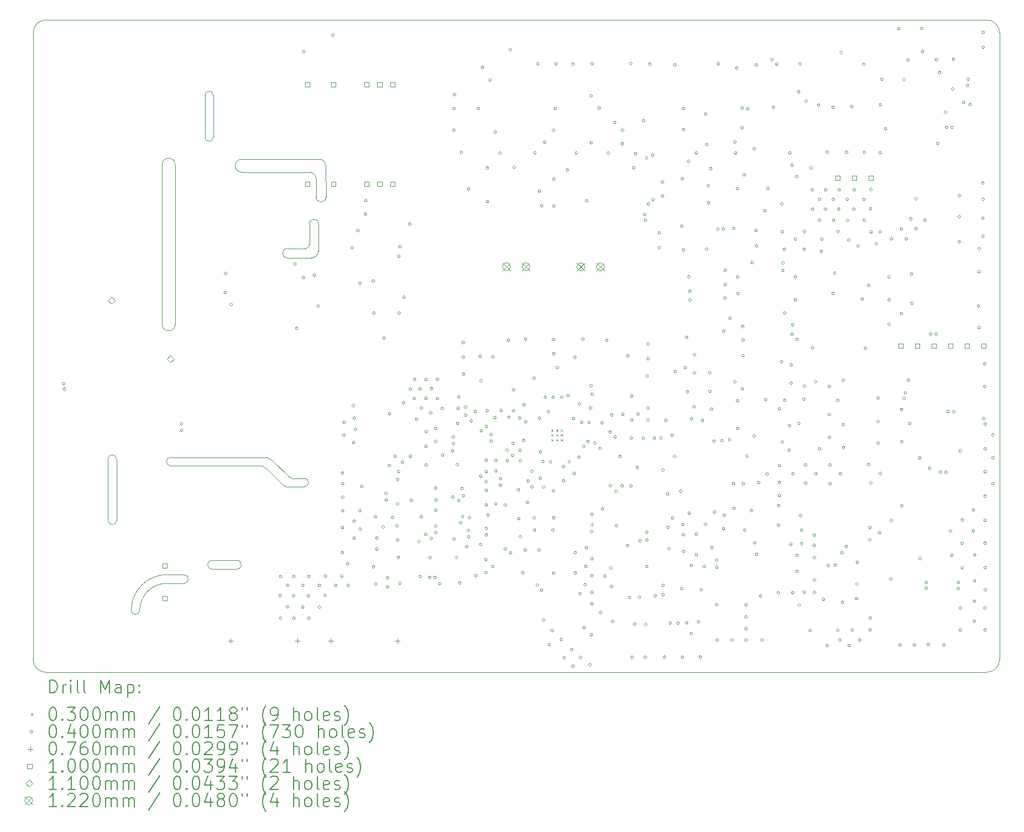
<source format=gbr>
%TF.GenerationSoftware,KiCad,Pcbnew,8.0.2*%
%TF.CreationDate,2025-02-22T19:17:49+01:00*%
%TF.ProjectId,Master_FT25,4d617374-6572-45f4-9654-32352e6b6963,rev?*%
%TF.SameCoordinates,Original*%
%TF.FileFunction,Drillmap*%
%TF.FilePolarity,Positive*%
%FSLAX45Y45*%
G04 Gerber Fmt 4.5, Leading zero omitted, Abs format (unit mm)*
G04 Created by KiCad (PCBNEW 8.0.2) date 2025-02-22 19:17:49*
%MOMM*%
%LPD*%
G01*
G04 APERTURE LIST*
%ADD10C,0.100000*%
%ADD11C,0.200000*%
%ADD12C,0.110000*%
%ADD13C,0.122000*%
G04 APERTURE END LIST*
D10*
X7171808Y-12505192D02*
X7434808Y-12505192D01*
X9489474Y-7416196D02*
G75*
G02*
X9388696Y-7516974I-100774J-4D01*
G01*
X8630000Y-10705384D02*
G75*
G02*
X8708554Y-10756856I-55000J-169616D01*
G01*
X6269808Y-10600000D02*
G75*
G02*
X6400192Y-10600000I65192J0D01*
G01*
X9274808Y-10894808D02*
X9082434Y-10895943D01*
X5323945Y-3870149D02*
X19722550Y-3870149D01*
X9354868Y-6992500D02*
X9355046Y-7312494D01*
X8630000Y-10705384D02*
X7230190Y-10705192D01*
X9355046Y-7312494D02*
G75*
G02*
X9294994Y-7372546I-60056J4D01*
G01*
X9354868Y-6992500D02*
G75*
G02*
X9490046Y-6992500I67589J0D01*
G01*
X9607131Y-6585008D02*
G75*
G02*
X9457128Y-6585008I-75001J1D01*
G01*
X9490046Y-6992500D02*
X9489474Y-7416196D01*
X7434808Y-12374808D02*
X7176214Y-12372055D01*
X8242411Y-12152411D02*
G75*
G02*
X8242411Y-12287589I-1J-67589D01*
G01*
X8316583Y-6203624D02*
G75*
G02*
X8316583Y-6005456I-3J99084D01*
G01*
X9526014Y-6003716D02*
X8316583Y-6005459D01*
X5322550Y-13870149D02*
X19722551Y-13870149D01*
X8707273Y-10574529D02*
G75*
G02*
X8785827Y-10626001I-55003J-169622D01*
G01*
X8995000Y-11025000D02*
G75*
G02*
X8945000Y-10995000I20000J90000D01*
G01*
X5322550Y-13870149D02*
G75*
G02*
X5122551Y-13670149I1J199999D01*
G01*
X8242411Y-12152411D02*
X7862411Y-12152411D01*
X9457128Y-6305000D02*
X9457128Y-6585008D01*
X9015000Y-7517500D02*
G75*
G02*
X9015000Y-7372420I0J72540D01*
G01*
X5122551Y-4070153D02*
X5122551Y-13670149D01*
X9526014Y-6003716D02*
G75*
G02*
X9605001Y-6103716I-23814J-100004D01*
G01*
X8785827Y-10626001D02*
X9032434Y-10865943D01*
X7880301Y-5669701D02*
G75*
G02*
X7754699Y-5669701I-62801J2D01*
G01*
X9294994Y-7372546D02*
X9015000Y-7372414D01*
X9274808Y-10894808D02*
G75*
G02*
X9274808Y-11025192I2J-65192D01*
G01*
X6624616Y-12916886D02*
G75*
G02*
X7176214Y-12372055I551598J-6809D01*
G01*
X6755000Y-12916885D02*
G75*
G02*
X7171808Y-12505188I416810J-5145D01*
G01*
X8708554Y-10756856D02*
X8945000Y-10995000D01*
X9378143Y-6205000D02*
G75*
G02*
X9457126Y-6305000I-23813J-100000D01*
G01*
X8995000Y-11025000D02*
X9274808Y-11025192D01*
X7862411Y-12287589D02*
G75*
G02*
X7862411Y-12152411I-1J67589D01*
G01*
X6400000Y-10600000D02*
X6400000Y-11540000D01*
X9607131Y-6585008D02*
X9605000Y-6103716D01*
X7297264Y-8535917D02*
X7297500Y-6090000D01*
X8316583Y-6203624D02*
X9378143Y-6205000D01*
X19722550Y-3870149D02*
G75*
G02*
X19922559Y-4069304I11J-200001D01*
G01*
X6400192Y-11540000D02*
G75*
G02*
X6269808Y-11540000I-65192J0D01*
G01*
X7862411Y-12287946D02*
X8242411Y-12287589D01*
X7434808Y-12374808D02*
G75*
G02*
X7434808Y-12505192I2J-65192D01*
G01*
X7230190Y-10574808D02*
X8707273Y-10574529D01*
X7754699Y-5669701D02*
X7754699Y-5025299D01*
X19922551Y-13670153D02*
X19922551Y-4069304D01*
X7097500Y-6090000D02*
G75*
G02*
X7297500Y-6090000I100000J0D01*
G01*
X6755000Y-12916885D02*
G75*
G02*
X6624620Y-12916886I-65190J6D01*
G01*
X7097500Y-6090000D02*
X7099099Y-8535917D01*
X19922551Y-13670153D02*
G75*
G02*
X19722551Y-13870151I-200001J3D01*
G01*
X7880301Y-5025299D02*
X7880301Y-5669701D01*
X7754699Y-5025299D02*
G75*
G02*
X7880301Y-5025299I62801J-2D01*
G01*
X7297264Y-8535917D02*
G75*
G02*
X7099099Y-8535917I-99083J0D01*
G01*
X5122551Y-4070153D02*
G75*
G02*
X5323945Y-3870149I200022J-13D01*
G01*
X9082434Y-10895943D02*
G75*
G02*
X9032432Y-10865945I19996J90003D01*
G01*
X9015000Y-7517500D02*
X9388696Y-7516974D01*
X6269808Y-11540000D02*
X6269808Y-10600000D01*
X7230190Y-10705192D02*
G75*
G02*
X7230190Y-10574808I0J65192D01*
G01*
D11*
D10*
X13055000Y-10145000D02*
X13085000Y-10175000D01*
X13085000Y-10145000D02*
X13055000Y-10175000D01*
X13055000Y-10220000D02*
X13085000Y-10250000D01*
X13085000Y-10220000D02*
X13055000Y-10250000D01*
X13055000Y-10295000D02*
X13085000Y-10325000D01*
X13085000Y-10295000D02*
X13055000Y-10325000D01*
X13130000Y-10145000D02*
X13160000Y-10175000D01*
X13160000Y-10145000D02*
X13130000Y-10175000D01*
X13130000Y-10220000D02*
X13160000Y-10250000D01*
X13160000Y-10220000D02*
X13130000Y-10250000D01*
X13130000Y-10295000D02*
X13160000Y-10325000D01*
X13160000Y-10295000D02*
X13130000Y-10325000D01*
X13205000Y-10145000D02*
X13235000Y-10175000D01*
X13235000Y-10145000D02*
X13205000Y-10175000D01*
X13205000Y-10220000D02*
X13235000Y-10250000D01*
X13235000Y-10220000D02*
X13205000Y-10250000D01*
X13205000Y-10295000D02*
X13235000Y-10325000D01*
X13235000Y-10295000D02*
X13205000Y-10325000D01*
X5610000Y-9445000D02*
G75*
G02*
X5570000Y-9445000I-20000J0D01*
G01*
X5570000Y-9445000D02*
G75*
G02*
X5610000Y-9445000I20000J0D01*
G01*
X5622021Y-9529146D02*
G75*
G02*
X5582021Y-9529146I-20000J0D01*
G01*
X5582021Y-9529146D02*
G75*
G02*
X5622021Y-9529146I20000J0D01*
G01*
X7415000Y-10060000D02*
G75*
G02*
X7375000Y-10060000I-20000J0D01*
G01*
X7375000Y-10060000D02*
G75*
G02*
X7415000Y-10060000I20000J0D01*
G01*
X7415000Y-10160000D02*
G75*
G02*
X7375000Y-10160000I-20000J0D01*
G01*
X7375000Y-10160000D02*
G75*
G02*
X7415000Y-10160000I20000J0D01*
G01*
X8083750Y-8047500D02*
G75*
G02*
X8043750Y-8047500I-20000J0D01*
G01*
X8043750Y-8047500D02*
G75*
G02*
X8083750Y-8047500I20000J0D01*
G01*
X8090000Y-7757500D02*
G75*
G02*
X8050000Y-7757500I-20000J0D01*
G01*
X8050000Y-7757500D02*
G75*
G02*
X8090000Y-7757500I20000J0D01*
G01*
X8175000Y-8230000D02*
G75*
G02*
X8135000Y-8230000I-20000J0D01*
G01*
X8135000Y-8230000D02*
G75*
G02*
X8175000Y-8230000I20000J0D01*
G01*
X8925000Y-12695000D02*
G75*
G02*
X8885000Y-12695000I-20000J0D01*
G01*
X8885000Y-12695000D02*
G75*
G02*
X8925000Y-12695000I20000J0D01*
G01*
X8930000Y-12400000D02*
G75*
G02*
X8890000Y-12400000I-20000J0D01*
G01*
X8890000Y-12400000D02*
G75*
G02*
X8930000Y-12400000I20000J0D01*
G01*
X8930000Y-13040000D02*
G75*
G02*
X8890000Y-13040000I-20000J0D01*
G01*
X8890000Y-13040000D02*
G75*
G02*
X8930000Y-13040000I20000J0D01*
G01*
X9040000Y-12535000D02*
G75*
G02*
X9000000Y-12535000I-20000J0D01*
G01*
X9000000Y-12535000D02*
G75*
G02*
X9040000Y-12535000I20000J0D01*
G01*
X9040000Y-12865000D02*
G75*
G02*
X9000000Y-12865000I-20000J0D01*
G01*
X9000000Y-12865000D02*
G75*
G02*
X9040000Y-12865000I20000J0D01*
G01*
X9130000Y-12695000D02*
G75*
G02*
X9090000Y-12695000I-20000J0D01*
G01*
X9090000Y-12695000D02*
G75*
G02*
X9130000Y-12695000I20000J0D01*
G01*
X9135000Y-12400000D02*
G75*
G02*
X9095000Y-12400000I-20000J0D01*
G01*
X9095000Y-12400000D02*
G75*
G02*
X9135000Y-12400000I20000J0D01*
G01*
X9135000Y-13040000D02*
G75*
G02*
X9095000Y-13040000I-20000J0D01*
G01*
X9095000Y-13040000D02*
G75*
G02*
X9135000Y-13040000I20000J0D01*
G01*
X9155000Y-7612500D02*
G75*
G02*
X9115000Y-7612500I-20000J0D01*
G01*
X9115000Y-7612500D02*
G75*
G02*
X9155000Y-7612500I20000J0D01*
G01*
X9177500Y-8597500D02*
G75*
G02*
X9137500Y-8597500I-20000J0D01*
G01*
X9137500Y-8597500D02*
G75*
G02*
X9177500Y-8597500I20000J0D01*
G01*
X9270000Y-12870000D02*
G75*
G02*
X9230000Y-12870000I-20000J0D01*
G01*
X9230000Y-12870000D02*
G75*
G02*
X9270000Y-12870000I20000J0D01*
G01*
X9275000Y-12535000D02*
G75*
G02*
X9235000Y-12535000I-20000J0D01*
G01*
X9235000Y-12535000D02*
G75*
G02*
X9275000Y-12535000I20000J0D01*
G01*
X9282500Y-7820000D02*
G75*
G02*
X9242500Y-7820000I-20000J0D01*
G01*
X9242500Y-7820000D02*
G75*
G02*
X9282500Y-7820000I20000J0D01*
G01*
X9285000Y-4355000D02*
G75*
G02*
X9245000Y-4355000I-20000J0D01*
G01*
X9245000Y-4355000D02*
G75*
G02*
X9285000Y-4355000I20000J0D01*
G01*
X9360000Y-12695000D02*
G75*
G02*
X9320000Y-12695000I-20000J0D01*
G01*
X9320000Y-12695000D02*
G75*
G02*
X9360000Y-12695000I20000J0D01*
G01*
X9365000Y-12400000D02*
G75*
G02*
X9325000Y-12400000I-20000J0D01*
G01*
X9325000Y-12400000D02*
G75*
G02*
X9365000Y-12400000I20000J0D01*
G01*
X9365000Y-13040000D02*
G75*
G02*
X9325000Y-13040000I-20000J0D01*
G01*
X9325000Y-13040000D02*
G75*
G02*
X9365000Y-13040000I20000J0D01*
G01*
X9448750Y-7781250D02*
G75*
G02*
X9408750Y-7781250I-20000J0D01*
G01*
X9408750Y-7781250D02*
G75*
G02*
X9448750Y-7781250I20000J0D01*
G01*
X9505000Y-8255000D02*
G75*
G02*
X9465000Y-8255000I-20000J0D01*
G01*
X9465000Y-8255000D02*
G75*
G02*
X9505000Y-8255000I20000J0D01*
G01*
X9525000Y-12535000D02*
G75*
G02*
X9485000Y-12535000I-20000J0D01*
G01*
X9485000Y-12535000D02*
G75*
G02*
X9525000Y-12535000I20000J0D01*
G01*
X9530000Y-12870000D02*
G75*
G02*
X9490000Y-12870000I-20000J0D01*
G01*
X9490000Y-12870000D02*
G75*
G02*
X9530000Y-12870000I20000J0D01*
G01*
X9615000Y-12690000D02*
G75*
G02*
X9575000Y-12690000I-20000J0D01*
G01*
X9575000Y-12690000D02*
G75*
G02*
X9615000Y-12690000I20000J0D01*
G01*
X9620000Y-12395000D02*
G75*
G02*
X9580000Y-12395000I-20000J0D01*
G01*
X9580000Y-12395000D02*
G75*
G02*
X9620000Y-12395000I20000J0D01*
G01*
X9735000Y-4105000D02*
G75*
G02*
X9695000Y-4105000I-20000J0D01*
G01*
X9695000Y-4105000D02*
G75*
G02*
X9735000Y-4105000I20000J0D01*
G01*
X9775000Y-12535000D02*
G75*
G02*
X9735000Y-12535000I-20000J0D01*
G01*
X9735000Y-12535000D02*
G75*
G02*
X9775000Y-12535000I20000J0D01*
G01*
X9870000Y-12395000D02*
G75*
G02*
X9830000Y-12395000I-20000J0D01*
G01*
X9830000Y-12395000D02*
G75*
G02*
X9870000Y-12395000I20000J0D01*
G01*
X9880000Y-10815000D02*
G75*
G02*
X9840000Y-10815000I-20000J0D01*
G01*
X9840000Y-10815000D02*
G75*
G02*
X9880000Y-10815000I20000J0D01*
G01*
X9880000Y-11650000D02*
G75*
G02*
X9840000Y-11650000I-20000J0D01*
G01*
X9840000Y-11650000D02*
G75*
G02*
X9880000Y-11650000I20000J0D01*
G01*
X9880000Y-12035000D02*
G75*
G02*
X9840000Y-12035000I-20000J0D01*
G01*
X9840000Y-12035000D02*
G75*
G02*
X9880000Y-12035000I20000J0D01*
G01*
X9885000Y-10980000D02*
G75*
G02*
X9845000Y-10980000I-20000J0D01*
G01*
X9845000Y-10980000D02*
G75*
G02*
X9885000Y-10980000I20000J0D01*
G01*
X9885000Y-11185000D02*
G75*
G02*
X9845000Y-11185000I-20000J0D01*
G01*
X9845000Y-11185000D02*
G75*
G02*
X9885000Y-11185000I20000J0D01*
G01*
X9885000Y-11395000D02*
G75*
G02*
X9845000Y-11395000I-20000J0D01*
G01*
X9845000Y-11395000D02*
G75*
G02*
X9885000Y-11395000I20000J0D01*
G01*
X9900000Y-10235000D02*
G75*
G02*
X9860000Y-10235000I-20000J0D01*
G01*
X9860000Y-10235000D02*
G75*
G02*
X9900000Y-10235000I20000J0D01*
G01*
X9905000Y-10040000D02*
G75*
G02*
X9865000Y-10040000I-20000J0D01*
G01*
X9865000Y-10040000D02*
G75*
G02*
X9905000Y-10040000I20000J0D01*
G01*
X9960000Y-12205000D02*
G75*
G02*
X9920000Y-12205000I-20000J0D01*
G01*
X9920000Y-12205000D02*
G75*
G02*
X9960000Y-12205000I20000J0D01*
G01*
X9970000Y-12535000D02*
G75*
G02*
X9930000Y-12535000I-20000J0D01*
G01*
X9930000Y-12535000D02*
G75*
G02*
X9970000Y-12535000I20000J0D01*
G01*
X10028750Y-7363750D02*
G75*
G02*
X9988750Y-7363750I-20000J0D01*
G01*
X9988750Y-7363750D02*
G75*
G02*
X10028750Y-7363750I20000J0D01*
G01*
X10045000Y-9780000D02*
G75*
G02*
X10005000Y-9780000I-20000J0D01*
G01*
X10005000Y-9780000D02*
G75*
G02*
X10045000Y-9780000I20000J0D01*
G01*
X10050000Y-10345000D02*
G75*
G02*
X10010000Y-10345000I-20000J0D01*
G01*
X10010000Y-10345000D02*
G75*
G02*
X10050000Y-10345000I20000J0D01*
G01*
X10059000Y-11550000D02*
G75*
G02*
X10019000Y-11550000I-20000J0D01*
G01*
X10019000Y-11550000D02*
G75*
G02*
X10059000Y-11550000I20000J0D01*
G01*
X10060000Y-9975000D02*
G75*
G02*
X10020000Y-9975000I-20000J0D01*
G01*
X10020000Y-9975000D02*
G75*
G02*
X10060000Y-9975000I20000J0D01*
G01*
X10060000Y-11811000D02*
G75*
G02*
X10020000Y-11811000I-20000J0D01*
G01*
X10020000Y-11811000D02*
G75*
G02*
X10060000Y-11811000I20000J0D01*
G01*
X10080000Y-10145000D02*
G75*
G02*
X10040000Y-10145000I-20000J0D01*
G01*
X10040000Y-10145000D02*
G75*
G02*
X10080000Y-10145000I20000J0D01*
G01*
X10115000Y-7100000D02*
G75*
G02*
X10075000Y-7100000I-20000J0D01*
G01*
X10075000Y-7100000D02*
G75*
G02*
X10115000Y-7100000I20000J0D01*
G01*
X10147000Y-11393000D02*
G75*
G02*
X10107000Y-11393000I-20000J0D01*
G01*
X10107000Y-11393000D02*
G75*
G02*
X10147000Y-11393000I20000J0D01*
G01*
X10147500Y-7902500D02*
G75*
G02*
X10107500Y-7902500I-20000J0D01*
G01*
X10107500Y-7902500D02*
G75*
G02*
X10147500Y-7902500I20000J0D01*
G01*
X10148000Y-11670000D02*
G75*
G02*
X10108000Y-11670000I-20000J0D01*
G01*
X10108000Y-11670000D02*
G75*
G02*
X10148000Y-11670000I20000J0D01*
G01*
X10175000Y-11020000D02*
G75*
G02*
X10135000Y-11020000I-20000J0D01*
G01*
X10135000Y-11020000D02*
G75*
G02*
X10175000Y-11020000I20000J0D01*
G01*
X10232500Y-6847500D02*
G75*
G02*
X10192500Y-6847500I-20000J0D01*
G01*
X10192500Y-6847500D02*
G75*
G02*
X10232500Y-6847500I20000J0D01*
G01*
X10236250Y-6638750D02*
G75*
G02*
X10196250Y-6638750I-20000J0D01*
G01*
X10196250Y-6638750D02*
G75*
G02*
X10236250Y-6638750I20000J0D01*
G01*
X10353282Y-7872500D02*
G75*
G02*
X10313282Y-7872500I-20000J0D01*
G01*
X10313282Y-7872500D02*
G75*
G02*
X10353282Y-7872500I20000J0D01*
G01*
X10355000Y-12255000D02*
G75*
G02*
X10315000Y-12255000I-20000J0D01*
G01*
X10315000Y-12255000D02*
G75*
G02*
X10355000Y-12255000I20000J0D01*
G01*
X10360000Y-8360000D02*
G75*
G02*
X10320000Y-8360000I-20000J0D01*
G01*
X10320000Y-8360000D02*
G75*
G02*
X10360000Y-8360000I20000J0D01*
G01*
X10386089Y-11487529D02*
G75*
G02*
X10346089Y-11487529I-20000J0D01*
G01*
X10346089Y-11487529D02*
G75*
G02*
X10386089Y-11487529I20000J0D01*
G01*
X10390000Y-12515000D02*
G75*
G02*
X10350000Y-12515000I-20000J0D01*
G01*
X10350000Y-12515000D02*
G75*
G02*
X10390000Y-12515000I20000J0D01*
G01*
X10406000Y-11814000D02*
G75*
G02*
X10366000Y-11814000I-20000J0D01*
G01*
X10366000Y-11814000D02*
G75*
G02*
X10406000Y-11814000I20000J0D01*
G01*
X10407000Y-11981000D02*
G75*
G02*
X10367000Y-11981000I-20000J0D01*
G01*
X10367000Y-11981000D02*
G75*
G02*
X10407000Y-11981000I20000J0D01*
G01*
X10504000Y-11644000D02*
G75*
G02*
X10464000Y-11644000I-20000J0D01*
G01*
X10464000Y-11644000D02*
G75*
G02*
X10504000Y-11644000I20000J0D01*
G01*
X10515530Y-8746578D02*
G75*
G02*
X10475530Y-8746578I-20000J0D01*
G01*
X10475530Y-8746578D02*
G75*
G02*
X10515530Y-8746578I20000J0D01*
G01*
X10546031Y-11127585D02*
G75*
G02*
X10506031Y-11127585I-20000J0D01*
G01*
X10506031Y-11127585D02*
G75*
G02*
X10546031Y-11127585I20000J0D01*
G01*
X10550165Y-11227500D02*
G75*
G02*
X10510165Y-11227500I-20000J0D01*
G01*
X10510165Y-11227500D02*
G75*
G02*
X10550165Y-11227500I20000J0D01*
G01*
X10570000Y-12420000D02*
G75*
G02*
X10530000Y-12420000I-20000J0D01*
G01*
X10530000Y-12420000D02*
G75*
G02*
X10570000Y-12420000I20000J0D01*
G01*
X10571000Y-12563000D02*
G75*
G02*
X10531000Y-12563000I-20000J0D01*
G01*
X10531000Y-12563000D02*
G75*
G02*
X10571000Y-12563000I20000J0D01*
G01*
X10598850Y-10699303D02*
G75*
G02*
X10558850Y-10699303I-20000J0D01*
G01*
X10558850Y-10699303D02*
G75*
G02*
X10598850Y-10699303I20000J0D01*
G01*
X10600000Y-9905000D02*
G75*
G02*
X10560000Y-9905000I-20000J0D01*
G01*
X10560000Y-9905000D02*
G75*
G02*
X10600000Y-9905000I20000J0D01*
G01*
X10646000Y-11495000D02*
G75*
G02*
X10606000Y-11495000I-20000J0D01*
G01*
X10606000Y-11495000D02*
G75*
G02*
X10646000Y-11495000I20000J0D01*
G01*
X10687000Y-10558000D02*
G75*
G02*
X10647000Y-10558000I-20000J0D01*
G01*
X10647000Y-10558000D02*
G75*
G02*
X10687000Y-10558000I20000J0D01*
G01*
X10716265Y-11623735D02*
G75*
G02*
X10676265Y-11623735I-20000J0D01*
G01*
X10676265Y-11623735D02*
G75*
G02*
X10716265Y-11623735I20000J0D01*
G01*
X10725000Y-10916000D02*
G75*
G02*
X10685000Y-10916000I-20000J0D01*
G01*
X10685000Y-10916000D02*
G75*
G02*
X10725000Y-10916000I20000J0D01*
G01*
X10725000Y-11287149D02*
G75*
G02*
X10685000Y-11287149I-20000J0D01*
G01*
X10685000Y-11287149D02*
G75*
G02*
X10725000Y-11287149I20000J0D01*
G01*
X10725000Y-11840000D02*
G75*
G02*
X10685000Y-11840000I-20000J0D01*
G01*
X10685000Y-11840000D02*
G75*
G02*
X10725000Y-11840000I20000J0D01*
G01*
X10737000Y-12110000D02*
G75*
G02*
X10697000Y-12110000I-20000J0D01*
G01*
X10697000Y-12110000D02*
G75*
G02*
X10737000Y-12110000I20000J0D01*
G01*
X10740000Y-10790000D02*
G75*
G02*
X10700000Y-10790000I-20000J0D01*
G01*
X10700000Y-10790000D02*
G75*
G02*
X10740000Y-10790000I20000J0D01*
G01*
X10745000Y-7492500D02*
G75*
G02*
X10705000Y-7492500I-20000J0D01*
G01*
X10705000Y-7492500D02*
G75*
G02*
X10745000Y-7492500I20000J0D01*
G01*
X10750000Y-8360000D02*
G75*
G02*
X10710000Y-8360000I-20000J0D01*
G01*
X10710000Y-8360000D02*
G75*
G02*
X10750000Y-8360000I20000J0D01*
G01*
X10760000Y-7347500D02*
G75*
G02*
X10720000Y-7347500I-20000J0D01*
G01*
X10720000Y-7347500D02*
G75*
G02*
X10760000Y-7347500I20000J0D01*
G01*
X10760000Y-12505000D02*
G75*
G02*
X10720000Y-12505000I-20000J0D01*
G01*
X10720000Y-12505000D02*
G75*
G02*
X10760000Y-12505000I20000J0D01*
G01*
X10796000Y-10648000D02*
G75*
G02*
X10756000Y-10648000I-20000J0D01*
G01*
X10756000Y-10648000D02*
G75*
G02*
X10796000Y-10648000I20000J0D01*
G01*
X10815000Y-9740000D02*
G75*
G02*
X10775000Y-9740000I-20000J0D01*
G01*
X10775000Y-9740000D02*
G75*
G02*
X10815000Y-9740000I20000J0D01*
G01*
X10822500Y-8120000D02*
G75*
G02*
X10782500Y-8120000I-20000J0D01*
G01*
X10782500Y-8120000D02*
G75*
G02*
X10822500Y-8120000I20000J0D01*
G01*
X10910848Y-7001087D02*
G75*
G02*
X10870848Y-7001087I-20000J0D01*
G01*
X10870848Y-7001087D02*
G75*
G02*
X10910848Y-7001087I20000J0D01*
G01*
X10920000Y-9530000D02*
G75*
G02*
X10880000Y-9530000I-20000J0D01*
G01*
X10880000Y-9530000D02*
G75*
G02*
X10920000Y-9530000I20000J0D01*
G01*
X10922000Y-10558500D02*
G75*
G02*
X10882000Y-10558500I-20000J0D01*
G01*
X10882000Y-10558500D02*
G75*
G02*
X10922000Y-10558500I20000J0D01*
G01*
X10935000Y-11235000D02*
G75*
G02*
X10895000Y-11235000I-20000J0D01*
G01*
X10895000Y-11235000D02*
G75*
G02*
X10935000Y-11235000I20000J0D01*
G01*
X10980000Y-9675000D02*
G75*
G02*
X10940000Y-9675000I-20000J0D01*
G01*
X10940000Y-9675000D02*
G75*
G02*
X10980000Y-9675000I20000J0D01*
G01*
X10985000Y-9380000D02*
G75*
G02*
X10945000Y-9380000I-20000J0D01*
G01*
X10945000Y-9380000D02*
G75*
G02*
X10985000Y-9380000I20000J0D01*
G01*
X11015000Y-9987500D02*
G75*
G02*
X10975000Y-9987500I-20000J0D01*
G01*
X10975000Y-9987500D02*
G75*
G02*
X11015000Y-9987500I20000J0D01*
G01*
X11047000Y-11864000D02*
G75*
G02*
X11007000Y-11864000I-20000J0D01*
G01*
X11007000Y-11864000D02*
G75*
G02*
X11047000Y-11864000I20000J0D01*
G01*
X11065000Y-9525000D02*
G75*
G02*
X11025000Y-9525000I-20000J0D01*
G01*
X11025000Y-9525000D02*
G75*
G02*
X11065000Y-9525000I20000J0D01*
G01*
X11070000Y-12400000D02*
G75*
G02*
X11030000Y-12400000I-20000J0D01*
G01*
X11030000Y-12400000D02*
G75*
G02*
X11070000Y-12400000I20000J0D01*
G01*
X11087500Y-11487500D02*
G75*
G02*
X11047500Y-11487500I-20000J0D01*
G01*
X11047500Y-11487500D02*
G75*
G02*
X11087500Y-11487500I20000J0D01*
G01*
X11090000Y-9820000D02*
G75*
G02*
X11050000Y-9820000I-20000J0D01*
G01*
X11050000Y-9820000D02*
G75*
G02*
X11090000Y-9820000I20000J0D01*
G01*
X11157115Y-11759053D02*
G75*
G02*
X11117115Y-11759053I-20000J0D01*
G01*
X11117115Y-11759053D02*
G75*
G02*
X11157115Y-11759053I20000J0D01*
G01*
X11160000Y-9380000D02*
G75*
G02*
X11120000Y-9380000I-20000J0D01*
G01*
X11120000Y-9380000D02*
G75*
G02*
X11160000Y-9380000I20000J0D01*
G01*
X11160000Y-9670000D02*
G75*
G02*
X11120000Y-9670000I-20000J0D01*
G01*
X11120000Y-9670000D02*
G75*
G02*
X11160000Y-9670000I20000J0D01*
G01*
X11160000Y-10405000D02*
G75*
G02*
X11120000Y-10405000I-20000J0D01*
G01*
X11120000Y-10405000D02*
G75*
G02*
X11160000Y-10405000I20000J0D01*
G01*
X11162500Y-10182500D02*
G75*
G02*
X11122500Y-10182500I-20000J0D01*
G01*
X11122500Y-10182500D02*
G75*
G02*
X11162500Y-10182500I20000J0D01*
G01*
X11162500Y-10690000D02*
G75*
G02*
X11122500Y-10690000I-20000J0D01*
G01*
X11122500Y-10690000D02*
G75*
G02*
X11162500Y-10690000I20000J0D01*
G01*
X11215000Y-12415000D02*
G75*
G02*
X11175000Y-12415000I-20000J0D01*
G01*
X11175000Y-12415000D02*
G75*
G02*
X11215000Y-12415000I20000J0D01*
G01*
X11220215Y-12110645D02*
G75*
G02*
X11180215Y-12110645I-20000J0D01*
G01*
X11180215Y-12110645D02*
G75*
G02*
X11220215Y-12110645I20000J0D01*
G01*
X11235000Y-9895000D02*
G75*
G02*
X11195000Y-9895000I-20000J0D01*
G01*
X11195000Y-9895000D02*
G75*
G02*
X11235000Y-9895000I20000J0D01*
G01*
X11240000Y-11815000D02*
G75*
G02*
X11200000Y-11815000I-20000J0D01*
G01*
X11200000Y-11815000D02*
G75*
G02*
X11240000Y-11815000I20000J0D01*
G01*
X11245000Y-9520000D02*
G75*
G02*
X11205000Y-9520000I-20000J0D01*
G01*
X11205000Y-9520000D02*
G75*
G02*
X11245000Y-9520000I20000J0D01*
G01*
X11295000Y-12415000D02*
G75*
G02*
X11255000Y-12415000I-20000J0D01*
G01*
X11255000Y-12415000D02*
G75*
G02*
X11295000Y-12415000I20000J0D01*
G01*
X11307500Y-11627082D02*
G75*
G02*
X11267500Y-11627082I-20000J0D01*
G01*
X11267500Y-11627082D02*
G75*
G02*
X11307500Y-11627082I20000J0D01*
G01*
X11307500Y-10132500D02*
G75*
G02*
X11267500Y-10132500I-20000J0D01*
G01*
X11267500Y-10132500D02*
G75*
G02*
X11307500Y-10132500I20000J0D01*
G01*
X11307500Y-11045000D02*
G75*
G02*
X11267500Y-11045000I-20000J0D01*
G01*
X11267500Y-11045000D02*
G75*
G02*
X11307500Y-11045000I20000J0D01*
G01*
X11307500Y-11382500D02*
G75*
G02*
X11267500Y-11382500I-20000J0D01*
G01*
X11267500Y-11382500D02*
G75*
G02*
X11307500Y-11382500I20000J0D01*
G01*
X11307500Y-11732500D02*
G75*
G02*
X11267500Y-11732500I-20000J0D01*
G01*
X11267500Y-11732500D02*
G75*
G02*
X11307500Y-11732500I20000J0D01*
G01*
X11307500Y-10329867D02*
G75*
G02*
X11267500Y-10329867I-20000J0D01*
G01*
X11267500Y-10329867D02*
G75*
G02*
X11307500Y-10329867I20000J0D01*
G01*
X11315000Y-11230000D02*
G75*
G02*
X11275000Y-11230000I-20000J0D01*
G01*
X11275000Y-11230000D02*
G75*
G02*
X11315000Y-11230000I20000J0D01*
G01*
X11335000Y-9380000D02*
G75*
G02*
X11295000Y-9380000I-20000J0D01*
G01*
X11295000Y-9380000D02*
G75*
G02*
X11335000Y-9380000I20000J0D01*
G01*
X11335000Y-9675000D02*
G75*
G02*
X11295000Y-9675000I-20000J0D01*
G01*
X11295000Y-9675000D02*
G75*
G02*
X11335000Y-9675000I20000J0D01*
G01*
X11368000Y-12510000D02*
G75*
G02*
X11328000Y-12510000I-20000J0D01*
G01*
X11328000Y-12510000D02*
G75*
G02*
X11368000Y-12510000I20000J0D01*
G01*
X11407500Y-9825000D02*
G75*
G02*
X11367500Y-9825000I-20000J0D01*
G01*
X11367500Y-9825000D02*
G75*
G02*
X11407500Y-9825000I20000J0D01*
G01*
X11415000Y-10540000D02*
G75*
G02*
X11375000Y-10540000I-20000J0D01*
G01*
X11375000Y-10540000D02*
G75*
G02*
X11415000Y-10540000I20000J0D01*
G01*
X11565000Y-10472500D02*
G75*
G02*
X11525000Y-10472500I-20000J0D01*
G01*
X11525000Y-10472500D02*
G75*
G02*
X11565000Y-10472500I20000J0D01*
G01*
X11571859Y-11182175D02*
G75*
G02*
X11531859Y-11182175I-20000J0D01*
G01*
X11531859Y-11182175D02*
G75*
G02*
X11571859Y-11182175I20000J0D01*
G01*
X11577000Y-10366000D02*
G75*
G02*
X11537000Y-10366000I-20000J0D01*
G01*
X11537000Y-10366000D02*
G75*
G02*
X11577000Y-10366000I20000J0D01*
G01*
X11577500Y-10262500D02*
G75*
G02*
X11537500Y-10262500I-20000J0D01*
G01*
X11537500Y-10262500D02*
G75*
G02*
X11577500Y-10262500I20000J0D01*
G01*
X11585000Y-5560000D02*
G75*
G02*
X11545000Y-5560000I-20000J0D01*
G01*
X11545000Y-5560000D02*
G75*
G02*
X11585000Y-5560000I20000J0D01*
G01*
X11590000Y-5230000D02*
G75*
G02*
X11550000Y-5230000I-20000J0D01*
G01*
X11550000Y-5230000D02*
G75*
G02*
X11590000Y-5230000I20000J0D01*
G01*
X11590000Y-11825000D02*
G75*
G02*
X11550000Y-11825000I-20000J0D01*
G01*
X11550000Y-11825000D02*
G75*
G02*
X11590000Y-11825000I20000J0D01*
G01*
X11595000Y-5015000D02*
G75*
G02*
X11555000Y-5015000I-20000J0D01*
G01*
X11555000Y-5015000D02*
G75*
G02*
X11595000Y-5015000I20000J0D01*
G01*
X11622000Y-12108000D02*
G75*
G02*
X11582000Y-12108000I-20000J0D01*
G01*
X11582000Y-12108000D02*
G75*
G02*
X11622000Y-12108000I20000J0D01*
G01*
X11637500Y-10687000D02*
G75*
G02*
X11597500Y-10687000I-20000J0D01*
G01*
X11597500Y-10687000D02*
G75*
G02*
X11637500Y-10687000I20000J0D01*
G01*
X11642500Y-10055030D02*
G75*
G02*
X11602500Y-10055030I-20000J0D01*
G01*
X11602500Y-10055030D02*
G75*
G02*
X11642500Y-10055030I20000J0D01*
G01*
X11650000Y-9820000D02*
G75*
G02*
X11610000Y-9820000I-20000J0D01*
G01*
X11610000Y-9820000D02*
G75*
G02*
X11650000Y-9820000I20000J0D01*
G01*
X11660000Y-9650000D02*
G75*
G02*
X11620000Y-9650000I-20000J0D01*
G01*
X11620000Y-9650000D02*
G75*
G02*
X11660000Y-9650000I20000J0D01*
G01*
X11662000Y-11235000D02*
G75*
G02*
X11622000Y-11235000I-20000J0D01*
G01*
X11622000Y-11235000D02*
G75*
G02*
X11662000Y-11235000I20000J0D01*
G01*
X11676000Y-12501000D02*
G75*
G02*
X11636000Y-12501000I-20000J0D01*
G01*
X11636000Y-12501000D02*
G75*
G02*
X11676000Y-12501000I20000J0D01*
G01*
X11687500Y-11577483D02*
G75*
G02*
X11647500Y-11577483I-20000J0D01*
G01*
X11647500Y-11577483D02*
G75*
G02*
X11687500Y-11577483I20000J0D01*
G01*
X11700000Y-5900000D02*
G75*
G02*
X11660000Y-5900000I-20000J0D01*
G01*
X11660000Y-5900000D02*
G75*
G02*
X11700000Y-5900000I20000J0D01*
G01*
X11710000Y-11052343D02*
G75*
G02*
X11670000Y-11052343I-20000J0D01*
G01*
X11670000Y-11052343D02*
G75*
G02*
X11710000Y-11052343I20000J0D01*
G01*
X11721000Y-11482000D02*
G75*
G02*
X11681000Y-11482000I-20000J0D01*
G01*
X11681000Y-11482000D02*
G75*
G02*
X11721000Y-11482000I20000J0D01*
G01*
X11725000Y-8815000D02*
G75*
G02*
X11685000Y-8815000I-20000J0D01*
G01*
X11685000Y-8815000D02*
G75*
G02*
X11725000Y-8815000I20000J0D01*
G01*
X11730000Y-9040000D02*
G75*
G02*
X11690000Y-9040000I-20000J0D01*
G01*
X11690000Y-9040000D02*
G75*
G02*
X11730000Y-9040000I20000J0D01*
G01*
X11733899Y-11165498D02*
G75*
G02*
X11693899Y-11165498I-20000J0D01*
G01*
X11693899Y-11165498D02*
G75*
G02*
X11733899Y-11165498I20000J0D01*
G01*
X11735000Y-9300000D02*
G75*
G02*
X11695000Y-9300000I-20000J0D01*
G01*
X11695000Y-9300000D02*
G75*
G02*
X11735000Y-9300000I20000J0D01*
G01*
X11765000Y-9805000D02*
G75*
G02*
X11725000Y-9805000I-20000J0D01*
G01*
X11725000Y-9805000D02*
G75*
G02*
X11765000Y-9805000I20000J0D01*
G01*
X11765000Y-9930000D02*
G75*
G02*
X11725000Y-9930000I-20000J0D01*
G01*
X11725000Y-9930000D02*
G75*
G02*
X11765000Y-9930000I20000J0D01*
G01*
X11780000Y-11943000D02*
G75*
G02*
X11740000Y-11943000I-20000J0D01*
G01*
X11740000Y-11943000D02*
G75*
G02*
X11780000Y-11943000I20000J0D01*
G01*
X11805479Y-11694220D02*
G75*
G02*
X11765479Y-11694220I-20000J0D01*
G01*
X11765479Y-11694220D02*
G75*
G02*
X11805479Y-11694220I20000J0D01*
G01*
X11810000Y-6460000D02*
G75*
G02*
X11770000Y-6460000I-20000J0D01*
G01*
X11770000Y-6460000D02*
G75*
G02*
X11810000Y-6460000I20000J0D01*
G01*
X11814000Y-11793856D02*
G75*
G02*
X11774000Y-11793856I-20000J0D01*
G01*
X11774000Y-11793856D02*
G75*
G02*
X11814000Y-11793856I20000J0D01*
G01*
X11823712Y-11500000D02*
G75*
G02*
X11783712Y-11500000I-20000J0D01*
G01*
X11783712Y-11500000D02*
G75*
G02*
X11823712Y-11500000I20000J0D01*
G01*
X11851000Y-10016000D02*
G75*
G02*
X11811000Y-10016000I-20000J0D01*
G01*
X11811000Y-10016000D02*
G75*
G02*
X11851000Y-10016000I20000J0D01*
G01*
X11913235Y-9870765D02*
G75*
G02*
X11873235Y-9870765I-20000J0D01*
G01*
X11873235Y-9870765D02*
G75*
G02*
X11913235Y-9870765I20000J0D01*
G01*
X11921000Y-12388000D02*
G75*
G02*
X11881000Y-12388000I-20000J0D01*
G01*
X11881000Y-12388000D02*
G75*
G02*
X11921000Y-12388000I20000J0D01*
G01*
X11960000Y-5230000D02*
G75*
G02*
X11920000Y-5230000I-20000J0D01*
G01*
X11920000Y-5230000D02*
G75*
G02*
X11960000Y-5230000I20000J0D01*
G01*
X11990000Y-9025000D02*
G75*
G02*
X11950000Y-9025000I-20000J0D01*
G01*
X11950000Y-9025000D02*
G75*
G02*
X11990000Y-9025000I20000J0D01*
G01*
X11995000Y-11907500D02*
G75*
G02*
X11955000Y-11907500I-20000J0D01*
G01*
X11955000Y-11907500D02*
G75*
G02*
X11995000Y-11907500I20000J0D01*
G01*
X11998553Y-10862500D02*
G75*
G02*
X11958553Y-10862500I-20000J0D01*
G01*
X11958553Y-10862500D02*
G75*
G02*
X11998553Y-10862500I20000J0D01*
G01*
X12000000Y-9400000D02*
G75*
G02*
X11960000Y-9400000I-20000J0D01*
G01*
X11960000Y-9400000D02*
G75*
G02*
X12000000Y-9400000I20000J0D01*
G01*
X12005000Y-10167500D02*
G75*
G02*
X11965000Y-10167500I-20000J0D01*
G01*
X11965000Y-10167500D02*
G75*
G02*
X12005000Y-10167500I20000J0D01*
G01*
X12022500Y-4600000D02*
G75*
G02*
X11982500Y-4600000I-20000J0D01*
G01*
X11982500Y-4600000D02*
G75*
G02*
X12022500Y-4600000I20000J0D01*
G01*
X12075000Y-12140000D02*
G75*
G02*
X12035000Y-12140000I-20000J0D01*
G01*
X12035000Y-12140000D02*
G75*
G02*
X12075000Y-12140000I20000J0D01*
G01*
X12076000Y-12342000D02*
G75*
G02*
X12036000Y-12342000I-20000J0D01*
G01*
X12036000Y-12342000D02*
G75*
G02*
X12076000Y-12342000I20000J0D01*
G01*
X12080000Y-10948000D02*
G75*
G02*
X12040000Y-10948000I-20000J0D01*
G01*
X12040000Y-10948000D02*
G75*
G02*
X12080000Y-10948000I20000J0D01*
G01*
X12080000Y-11661000D02*
G75*
G02*
X12040000Y-11661000I-20000J0D01*
G01*
X12040000Y-11661000D02*
G75*
G02*
X12080000Y-11661000I20000J0D01*
G01*
X12082500Y-10617500D02*
G75*
G02*
X12042500Y-10617500I-20000J0D01*
G01*
X12042500Y-10617500D02*
G75*
G02*
X12082500Y-10617500I20000J0D01*
G01*
X12082500Y-10794833D02*
G75*
G02*
X12042500Y-10794833I-20000J0D01*
G01*
X12042500Y-10794833D02*
G75*
G02*
X12082500Y-10794833I20000J0D01*
G01*
X12082500Y-11079500D02*
G75*
G02*
X12042500Y-11079500I-20000J0D01*
G01*
X12042500Y-11079500D02*
G75*
G02*
X12082500Y-11079500I20000J0D01*
G01*
X12082500Y-11302500D02*
G75*
G02*
X12042500Y-11302500I-20000J0D01*
G01*
X12042500Y-11302500D02*
G75*
G02*
X12082500Y-11302500I20000J0D01*
G01*
X12083000Y-11762500D02*
G75*
G02*
X12043000Y-11762500I-20000J0D01*
G01*
X12043000Y-11762500D02*
G75*
G02*
X12083000Y-11762500I20000J0D01*
G01*
X12085000Y-10100000D02*
G75*
G02*
X12045000Y-10100000I-20000J0D01*
G01*
X12045000Y-10100000D02*
G75*
G02*
X12085000Y-10100000I20000J0D01*
G01*
X12097000Y-9860000D02*
G75*
G02*
X12057000Y-9860000I-20000J0D01*
G01*
X12057000Y-9860000D02*
G75*
G02*
X12097000Y-9860000I20000J0D01*
G01*
X12100000Y-6140000D02*
G75*
G02*
X12060000Y-6140000I-20000J0D01*
G01*
X12060000Y-6140000D02*
G75*
G02*
X12100000Y-6140000I20000J0D01*
G01*
X12100000Y-6655000D02*
G75*
G02*
X12060000Y-6655000I-20000J0D01*
G01*
X12060000Y-6655000D02*
G75*
G02*
X12100000Y-6655000I20000J0D01*
G01*
X12106000Y-11459000D02*
G75*
G02*
X12066000Y-11459000I-20000J0D01*
G01*
X12066000Y-11459000D02*
G75*
G02*
X12106000Y-11459000I20000J0D01*
G01*
X12140000Y-4792500D02*
G75*
G02*
X12100000Y-4792500I-20000J0D01*
G01*
X12100000Y-4792500D02*
G75*
G02*
X12140000Y-4792500I20000J0D01*
G01*
X12157500Y-10225000D02*
G75*
G02*
X12117500Y-10225000I-20000J0D01*
G01*
X12117500Y-10225000D02*
G75*
G02*
X12157500Y-10225000I20000J0D01*
G01*
X12157500Y-10325000D02*
G75*
G02*
X12117500Y-10325000I-20000J0D01*
G01*
X12117500Y-10325000D02*
G75*
G02*
X12157500Y-10325000I20000J0D01*
G01*
X12180000Y-12250000D02*
G75*
G02*
X12140000Y-12250000I-20000J0D01*
G01*
X12140000Y-12250000D02*
G75*
G02*
X12180000Y-12250000I20000J0D01*
G01*
X12185000Y-9035000D02*
G75*
G02*
X12145000Y-9035000I-20000J0D01*
G01*
X12145000Y-9035000D02*
G75*
G02*
X12185000Y-9035000I20000J0D01*
G01*
X12215000Y-9965000D02*
G75*
G02*
X12175000Y-9965000I-20000J0D01*
G01*
X12175000Y-9965000D02*
G75*
G02*
X12215000Y-9965000I20000J0D01*
G01*
X12220000Y-5590000D02*
G75*
G02*
X12180000Y-5590000I-20000J0D01*
G01*
X12180000Y-5590000D02*
G75*
G02*
X12220000Y-5590000I20000J0D01*
G01*
X12227500Y-10785000D02*
G75*
G02*
X12187500Y-10785000I-20000J0D01*
G01*
X12187500Y-10785000D02*
G75*
G02*
X12227500Y-10785000I20000J0D01*
G01*
X12227500Y-11285000D02*
G75*
G02*
X12187500Y-11285000I-20000J0D01*
G01*
X12187500Y-11285000D02*
G75*
G02*
X12227500Y-11285000I20000J0D01*
G01*
X12230000Y-10625000D02*
G75*
G02*
X12190000Y-10625000I-20000J0D01*
G01*
X12190000Y-10625000D02*
G75*
G02*
X12230000Y-10625000I20000J0D01*
G01*
X12290000Y-5910000D02*
G75*
G02*
X12250000Y-5910000I-20000J0D01*
G01*
X12250000Y-5910000D02*
G75*
G02*
X12290000Y-5910000I20000J0D01*
G01*
X12300000Y-10902000D02*
G75*
G02*
X12260000Y-10902000I-20000J0D01*
G01*
X12260000Y-10902000D02*
G75*
G02*
X12300000Y-10902000I20000J0D01*
G01*
X12300000Y-11002000D02*
G75*
G02*
X12260000Y-11002000I-20000J0D01*
G01*
X12260000Y-11002000D02*
G75*
G02*
X12300000Y-11002000I20000J0D01*
G01*
X12310000Y-9855000D02*
G75*
G02*
X12270000Y-9855000I-20000J0D01*
G01*
X12270000Y-9855000D02*
G75*
G02*
X12310000Y-9855000I20000J0D01*
G01*
X12372500Y-11305000D02*
G75*
G02*
X12332500Y-11305000I-20000J0D01*
G01*
X12332500Y-11305000D02*
G75*
G02*
X12372500Y-11305000I20000J0D01*
G01*
X12372500Y-11978808D02*
G75*
G02*
X12332500Y-11978808I-20000J0D01*
G01*
X12332500Y-11978808D02*
G75*
G02*
X12372500Y-11978808I20000J0D01*
G01*
X12400000Y-10465000D02*
G75*
G02*
X12360000Y-10465000I-20000J0D01*
G01*
X12360000Y-10465000D02*
G75*
G02*
X12400000Y-10465000I20000J0D01*
G01*
X12405000Y-10625000D02*
G75*
G02*
X12365000Y-10625000I-20000J0D01*
G01*
X12365000Y-10625000D02*
G75*
G02*
X12405000Y-10625000I20000J0D01*
G01*
X12420000Y-8780000D02*
G75*
G02*
X12380000Y-8780000I-20000J0D01*
G01*
X12380000Y-8780000D02*
G75*
G02*
X12420000Y-8780000I20000J0D01*
G01*
X12430000Y-9960000D02*
G75*
G02*
X12390000Y-9960000I-20000J0D01*
G01*
X12390000Y-9960000D02*
G75*
G02*
X12430000Y-9960000I20000J0D01*
G01*
X12450000Y-4327500D02*
G75*
G02*
X12410000Y-4327500I-20000J0D01*
G01*
X12410000Y-4327500D02*
G75*
G02*
X12450000Y-4327500I20000J0D01*
G01*
X12453218Y-12039079D02*
G75*
G02*
X12413218Y-12039079I-20000J0D01*
G01*
X12413218Y-12039079D02*
G75*
G02*
X12453218Y-12039079I20000J0D01*
G01*
X12485000Y-10545000D02*
G75*
G02*
X12445000Y-10545000I-20000J0D01*
G01*
X12445000Y-10545000D02*
G75*
G02*
X12485000Y-10545000I20000J0D01*
G01*
X12490000Y-10360000D02*
G75*
G02*
X12450000Y-10360000I-20000J0D01*
G01*
X12450000Y-10360000D02*
G75*
G02*
X12490000Y-10360000I20000J0D01*
G01*
X12500000Y-9540000D02*
G75*
G02*
X12460000Y-9540000I-20000J0D01*
G01*
X12460000Y-9540000D02*
G75*
G02*
X12500000Y-9540000I20000J0D01*
G01*
X12500000Y-9862500D02*
G75*
G02*
X12460000Y-9862500I-20000J0D01*
G01*
X12460000Y-9862500D02*
G75*
G02*
X12500000Y-9862500I20000J0D01*
G01*
X12510000Y-6130000D02*
G75*
G02*
X12470000Y-6130000I-20000J0D01*
G01*
X12470000Y-6130000D02*
G75*
G02*
X12510000Y-6130000I20000J0D01*
G01*
X12574065Y-11071535D02*
G75*
G02*
X12534065Y-11071535I-20000J0D01*
G01*
X12534065Y-11071535D02*
G75*
G02*
X12574065Y-11071535I20000J0D01*
G01*
X12580000Y-11515000D02*
G75*
G02*
X12540000Y-11515000I-20000J0D01*
G01*
X12540000Y-11515000D02*
G75*
G02*
X12580000Y-11515000I20000J0D01*
G01*
X12595000Y-9970000D02*
G75*
G02*
X12555000Y-9970000I-20000J0D01*
G01*
X12555000Y-9970000D02*
G75*
G02*
X12595000Y-9970000I20000J0D01*
G01*
X12600000Y-10465000D02*
G75*
G02*
X12560000Y-10465000I-20000J0D01*
G01*
X12560000Y-10465000D02*
G75*
G02*
X12600000Y-10465000I20000J0D01*
G01*
X12602383Y-11787383D02*
G75*
G02*
X12562383Y-11787383I-20000J0D01*
G01*
X12562383Y-11787383D02*
G75*
G02*
X12602383Y-11787383I20000J0D01*
G01*
X12604000Y-10628000D02*
G75*
G02*
X12564000Y-10628000I-20000J0D01*
G01*
X12564000Y-10628000D02*
G75*
G02*
X12604000Y-10628000I20000J0D01*
G01*
X12641000Y-12348000D02*
G75*
G02*
X12601000Y-12348000I-20000J0D01*
G01*
X12601000Y-12348000D02*
G75*
G02*
X12641000Y-12348000I20000J0D01*
G01*
X12653089Y-10315113D02*
G75*
G02*
X12613089Y-10315113I-20000J0D01*
G01*
X12613089Y-10315113D02*
G75*
G02*
X12653089Y-10315113I20000J0D01*
G01*
X12657500Y-9772500D02*
G75*
G02*
X12617500Y-9772500I-20000J0D01*
G01*
X12617500Y-9772500D02*
G75*
G02*
X12657500Y-9772500I20000J0D01*
G01*
X12680000Y-11992000D02*
G75*
G02*
X12640000Y-11992000I-20000J0D01*
G01*
X12640000Y-11992000D02*
G75*
G02*
X12680000Y-11992000I20000J0D01*
G01*
X12685000Y-8762500D02*
G75*
G02*
X12645000Y-8762500I-20000J0D01*
G01*
X12645000Y-8762500D02*
G75*
G02*
X12685000Y-8762500I20000J0D01*
G01*
X12685617Y-10029383D02*
G75*
G02*
X12645617Y-10029383I-20000J0D01*
G01*
X12645617Y-10029383D02*
G75*
G02*
X12685617Y-10029383I20000J0D01*
G01*
X12715000Y-11265000D02*
G75*
G02*
X12675000Y-11265000I-20000J0D01*
G01*
X12675000Y-11265000D02*
G75*
G02*
X12715000Y-11265000I20000J0D01*
G01*
X12725000Y-10935000D02*
G75*
G02*
X12685000Y-10935000I-20000J0D01*
G01*
X12685000Y-10935000D02*
G75*
G02*
X12725000Y-10935000I20000J0D01*
G01*
X12780000Y-10789000D02*
G75*
G02*
X12740000Y-10789000I-20000J0D01*
G01*
X12740000Y-10789000D02*
G75*
G02*
X12780000Y-10789000I20000J0D01*
G01*
X12783000Y-11031000D02*
G75*
G02*
X12743000Y-11031000I-20000J0D01*
G01*
X12743000Y-11031000D02*
G75*
G02*
X12783000Y-11031000I20000J0D01*
G01*
X12812500Y-9360000D02*
G75*
G02*
X12772500Y-9360000I-20000J0D01*
G01*
X12772500Y-9360000D02*
G75*
G02*
X12812500Y-9360000I20000J0D01*
G01*
X12815000Y-11500000D02*
G75*
G02*
X12775000Y-11500000I-20000J0D01*
G01*
X12775000Y-11500000D02*
G75*
G02*
X12815000Y-11500000I20000J0D01*
G01*
X12820000Y-11690000D02*
G75*
G02*
X12780000Y-11690000I-20000J0D01*
G01*
X12780000Y-11690000D02*
G75*
G02*
X12820000Y-11690000I20000J0D01*
G01*
X12830000Y-5910000D02*
G75*
G02*
X12790000Y-5910000I-20000J0D01*
G01*
X12790000Y-5910000D02*
G75*
G02*
X12830000Y-5910000I20000J0D01*
G01*
X12863991Y-12531009D02*
G75*
G02*
X12823991Y-12531009I-20000J0D01*
G01*
X12823991Y-12531009D02*
G75*
G02*
X12863991Y-12531009I20000J0D01*
G01*
X12875000Y-4545000D02*
G75*
G02*
X12835000Y-4545000I-20000J0D01*
G01*
X12835000Y-4545000D02*
G75*
G02*
X12875000Y-4545000I20000J0D01*
G01*
X12890000Y-11995000D02*
G75*
G02*
X12850000Y-11995000I-20000J0D01*
G01*
X12850000Y-11995000D02*
G75*
G02*
X12890000Y-11995000I20000J0D01*
G01*
X12895000Y-6492500D02*
G75*
G02*
X12855000Y-6492500I-20000J0D01*
G01*
X12855000Y-6492500D02*
G75*
G02*
X12895000Y-6492500I20000J0D01*
G01*
X12896367Y-9972643D02*
G75*
G02*
X12856367Y-9972643I-20000J0D01*
G01*
X12856367Y-9972643D02*
G75*
G02*
X12896367Y-9972643I20000J0D01*
G01*
X12910000Y-10490000D02*
G75*
G02*
X12870000Y-10490000I-20000J0D01*
G01*
X12870000Y-10490000D02*
G75*
G02*
X12910000Y-10490000I20000J0D01*
G01*
X12910000Y-10894000D02*
G75*
G02*
X12870000Y-10894000I-20000J0D01*
G01*
X12870000Y-10894000D02*
G75*
G02*
X12910000Y-10894000I20000J0D01*
G01*
X12929431Y-12606624D02*
G75*
G02*
X12889431Y-12606624I-20000J0D01*
G01*
X12889431Y-12606624D02*
G75*
G02*
X12929431Y-12606624I20000J0D01*
G01*
X12930000Y-6720000D02*
G75*
G02*
X12890000Y-6720000I-20000J0D01*
G01*
X12890000Y-6720000D02*
G75*
G02*
X12930000Y-6720000I20000J0D01*
G01*
X12950000Y-10640000D02*
G75*
G02*
X12910000Y-10640000I-20000J0D01*
G01*
X12910000Y-10640000D02*
G75*
G02*
X12950000Y-10640000I20000J0D01*
G01*
X12960000Y-13065000D02*
G75*
G02*
X12920000Y-13065000I-20000J0D01*
G01*
X12920000Y-13065000D02*
G75*
G02*
X12960000Y-13065000I20000J0D01*
G01*
X12964000Y-11033000D02*
G75*
G02*
X12924000Y-11033000I-20000J0D01*
G01*
X12924000Y-11033000D02*
G75*
G02*
X12964000Y-11033000I20000J0D01*
G01*
X12975000Y-5745000D02*
G75*
G02*
X12935000Y-5745000I-20000J0D01*
G01*
X12935000Y-5745000D02*
G75*
G02*
X12975000Y-5745000I20000J0D01*
G01*
X12985000Y-9655000D02*
G75*
G02*
X12945000Y-9655000I-20000J0D01*
G01*
X12945000Y-9655000D02*
G75*
G02*
X12985000Y-9655000I20000J0D01*
G01*
X13035000Y-9872500D02*
G75*
G02*
X12995000Y-9872500I-20000J0D01*
G01*
X12995000Y-9872500D02*
G75*
G02*
X13035000Y-9872500I20000J0D01*
G01*
X13050000Y-13445000D02*
G75*
G02*
X13010000Y-13445000I-20000J0D01*
G01*
X13010000Y-13445000D02*
G75*
G02*
X13050000Y-13445000I20000J0D01*
G01*
X13067500Y-10643750D02*
G75*
G02*
X13027500Y-10643750I-20000J0D01*
G01*
X13027500Y-10643750D02*
G75*
G02*
X13067500Y-10643750I20000J0D01*
G01*
X13090000Y-13230000D02*
G75*
G02*
X13050000Y-13230000I-20000J0D01*
G01*
X13050000Y-13230000D02*
G75*
G02*
X13090000Y-13230000I20000J0D01*
G01*
X13100000Y-11690000D02*
G75*
G02*
X13060000Y-11690000I-20000J0D01*
G01*
X13060000Y-11690000D02*
G75*
G02*
X13100000Y-11690000I20000J0D01*
G01*
X13105000Y-9655000D02*
G75*
G02*
X13065000Y-9655000I-20000J0D01*
G01*
X13065000Y-9655000D02*
G75*
G02*
X13105000Y-9655000I20000J0D01*
G01*
X13110000Y-5565000D02*
G75*
G02*
X13070000Y-5565000I-20000J0D01*
G01*
X13070000Y-5565000D02*
G75*
G02*
X13110000Y-5565000I20000J0D01*
G01*
X13110000Y-8770000D02*
G75*
G02*
X13070000Y-8770000I-20000J0D01*
G01*
X13070000Y-8770000D02*
G75*
G02*
X13110000Y-8770000I20000J0D01*
G01*
X13110000Y-11090000D02*
G75*
G02*
X13070000Y-11090000I-20000J0D01*
G01*
X13070000Y-11090000D02*
G75*
G02*
X13110000Y-11090000I20000J0D01*
G01*
X13115000Y-8985000D02*
G75*
G02*
X13075000Y-8985000I-20000J0D01*
G01*
X13075000Y-8985000D02*
G75*
G02*
X13115000Y-8985000I20000J0D01*
G01*
X13115000Y-11500000D02*
G75*
G02*
X13075000Y-11500000I-20000J0D01*
G01*
X13075000Y-11500000D02*
G75*
G02*
X13115000Y-11500000I20000J0D01*
G01*
X13115000Y-12350000D02*
G75*
G02*
X13075000Y-12350000I-20000J0D01*
G01*
X13075000Y-12350000D02*
G75*
G02*
X13115000Y-12350000I20000J0D01*
G01*
X13117500Y-6310000D02*
G75*
G02*
X13077500Y-6310000I-20000J0D01*
G01*
X13077500Y-6310000D02*
G75*
G02*
X13117500Y-6310000I20000J0D01*
G01*
X13117500Y-6722500D02*
G75*
G02*
X13077500Y-6722500I-20000J0D01*
G01*
X13077500Y-6722500D02*
G75*
G02*
X13117500Y-6722500I20000J0D01*
G01*
X13140000Y-5230000D02*
G75*
G02*
X13100000Y-5230000I-20000J0D01*
G01*
X13100000Y-5230000D02*
G75*
G02*
X13140000Y-5230000I20000J0D01*
G01*
X13150000Y-4545000D02*
G75*
G02*
X13110000Y-4545000I-20000J0D01*
G01*
X13110000Y-4545000D02*
G75*
G02*
X13150000Y-4545000I20000J0D01*
G01*
X13167500Y-9200000D02*
G75*
G02*
X13127500Y-9200000I-20000J0D01*
G01*
X13127500Y-9200000D02*
G75*
G02*
X13167500Y-9200000I20000J0D01*
G01*
X13230000Y-13365000D02*
G75*
G02*
X13190000Y-13365000I-20000J0D01*
G01*
X13190000Y-13365000D02*
G75*
G02*
X13230000Y-13365000I20000J0D01*
G01*
X13238847Y-9652472D02*
G75*
G02*
X13198847Y-9652472I-20000J0D01*
G01*
X13198847Y-9652472D02*
G75*
G02*
X13238847Y-9652472I20000J0D01*
G01*
X13262515Y-10714985D02*
G75*
G02*
X13222515Y-10714985I-20000J0D01*
G01*
X13222515Y-10714985D02*
G75*
G02*
X13262515Y-10714985I20000J0D01*
G01*
X13266250Y-10933750D02*
G75*
G02*
X13226250Y-10933750I-20000J0D01*
G01*
X13226250Y-10933750D02*
G75*
G02*
X13266250Y-10933750I20000J0D01*
G01*
X13275000Y-13645000D02*
G75*
G02*
X13235000Y-13645000I-20000J0D01*
G01*
X13235000Y-13645000D02*
G75*
G02*
X13275000Y-13645000I20000J0D01*
G01*
X13325000Y-6170000D02*
G75*
G02*
X13285000Y-6170000I-20000J0D01*
G01*
X13285000Y-6170000D02*
G75*
G02*
X13325000Y-6170000I20000J0D01*
G01*
X13335000Y-9625000D02*
G75*
G02*
X13295000Y-9625000I-20000J0D01*
G01*
X13295000Y-9625000D02*
G75*
G02*
X13335000Y-9625000I20000J0D01*
G01*
X13355000Y-10642967D02*
G75*
G02*
X13315000Y-10642967I-20000J0D01*
G01*
X13315000Y-10642967D02*
G75*
G02*
X13355000Y-10642967I20000J0D01*
G01*
X13390000Y-13520000D02*
G75*
G02*
X13350000Y-13520000I-20000J0D01*
G01*
X13350000Y-13520000D02*
G75*
G02*
X13390000Y-13520000I20000J0D01*
G01*
X13410000Y-4550000D02*
G75*
G02*
X13370000Y-4550000I-20000J0D01*
G01*
X13370000Y-4550000D02*
G75*
G02*
X13410000Y-4550000I20000J0D01*
G01*
X13410000Y-13775000D02*
G75*
G02*
X13370000Y-13775000I-20000J0D01*
G01*
X13370000Y-13775000D02*
G75*
G02*
X13410000Y-13775000I20000J0D01*
G01*
X13420000Y-9980000D02*
G75*
G02*
X13380000Y-9980000I-20000J0D01*
G01*
X13380000Y-9980000D02*
G75*
G02*
X13420000Y-9980000I20000J0D01*
G01*
X13429751Y-10820249D02*
G75*
G02*
X13389751Y-10820249I-20000J0D01*
G01*
X13389751Y-10820249D02*
G75*
G02*
X13429751Y-10820249I20000J0D01*
G01*
X13440000Y-9040000D02*
G75*
G02*
X13400000Y-9040000I-20000J0D01*
G01*
X13400000Y-9040000D02*
G75*
G02*
X13440000Y-9040000I20000J0D01*
G01*
X13445000Y-12346927D02*
G75*
G02*
X13405000Y-12346927I-20000J0D01*
G01*
X13405000Y-12346927D02*
G75*
G02*
X13445000Y-12346927I20000J0D01*
G01*
X13445000Y-12034258D02*
G75*
G02*
X13405000Y-12034258I-20000J0D01*
G01*
X13405000Y-12034258D02*
G75*
G02*
X13445000Y-12034258I20000J0D01*
G01*
X13460000Y-5910000D02*
G75*
G02*
X13420000Y-5910000I-20000J0D01*
G01*
X13420000Y-5910000D02*
G75*
G02*
X13460000Y-5910000I20000J0D01*
G01*
X13500000Y-10570467D02*
G75*
G02*
X13460000Y-10570467I-20000J0D01*
G01*
X13460000Y-10570467D02*
G75*
G02*
X13500000Y-10570467I20000J0D01*
G01*
X13510000Y-9755000D02*
G75*
G02*
X13470000Y-9755000I-20000J0D01*
G01*
X13470000Y-9755000D02*
G75*
G02*
X13510000Y-9755000I20000J0D01*
G01*
X13518765Y-12661235D02*
G75*
G02*
X13478765Y-12661235I-20000J0D01*
G01*
X13478765Y-12661235D02*
G75*
G02*
X13518765Y-12661235I20000J0D01*
G01*
X13525000Y-13640000D02*
G75*
G02*
X13485000Y-13640000I-20000J0D01*
G01*
X13485000Y-13640000D02*
G75*
G02*
X13525000Y-13640000I20000J0D01*
G01*
X13542425Y-10037500D02*
G75*
G02*
X13502425Y-10037500I-20000J0D01*
G01*
X13502425Y-10037500D02*
G75*
G02*
X13542425Y-10037500I20000J0D01*
G01*
X13562500Y-8760000D02*
G75*
G02*
X13522500Y-8760000I-20000J0D01*
G01*
X13522500Y-8760000D02*
G75*
G02*
X13562500Y-8760000I20000J0D01*
G01*
X13575000Y-10407662D02*
G75*
G02*
X13535000Y-10407662I-20000J0D01*
G01*
X13535000Y-10407662D02*
G75*
G02*
X13575000Y-10407662I20000J0D01*
G01*
X13581455Y-13183544D02*
G75*
G02*
X13541455Y-13183544I-20000J0D01*
G01*
X13541455Y-13183544D02*
G75*
G02*
X13581455Y-13183544I20000J0D01*
G01*
X13595000Y-12525000D02*
G75*
G02*
X13555000Y-12525000I-20000J0D01*
G01*
X13555000Y-12525000D02*
G75*
G02*
X13595000Y-12525000I20000J0D01*
G01*
X13605000Y-12245000D02*
G75*
G02*
X13565000Y-12245000I-20000J0D01*
G01*
X13565000Y-12245000D02*
G75*
G02*
X13605000Y-12245000I20000J0D01*
G01*
X13615000Y-11960000D02*
G75*
G02*
X13575000Y-11960000I-20000J0D01*
G01*
X13575000Y-11960000D02*
G75*
G02*
X13615000Y-11960000I20000J0D01*
G01*
X13620000Y-6645000D02*
G75*
G02*
X13580000Y-6645000I-20000J0D01*
G01*
X13580000Y-6645000D02*
G75*
G02*
X13620000Y-6645000I20000J0D01*
G01*
X13640959Y-10332500D02*
G75*
G02*
X13600959Y-10332500I-20000J0D01*
G01*
X13600959Y-10332500D02*
G75*
G02*
X13640959Y-10332500I20000J0D01*
G01*
X13653765Y-10041235D02*
G75*
G02*
X13613765Y-10041235I-20000J0D01*
G01*
X13613765Y-10041235D02*
G75*
G02*
X13653765Y-10041235I20000J0D01*
G01*
X13670000Y-13750000D02*
G75*
G02*
X13630000Y-13750000I-20000J0D01*
G01*
X13630000Y-13750000D02*
G75*
G02*
X13670000Y-13750000I20000J0D01*
G01*
X13680000Y-9820000D02*
G75*
G02*
X13640000Y-9820000I-20000J0D01*
G01*
X13640000Y-9820000D02*
G75*
G02*
X13680000Y-9820000I20000J0D01*
G01*
X13687500Y-9475000D02*
G75*
G02*
X13647500Y-9475000I-20000J0D01*
G01*
X13647500Y-9475000D02*
G75*
G02*
X13687500Y-9475000I20000J0D01*
G01*
X13690000Y-5035000D02*
G75*
G02*
X13650000Y-5035000I-20000J0D01*
G01*
X13650000Y-5035000D02*
G75*
G02*
X13690000Y-5035000I20000J0D01*
G01*
X13690000Y-5755000D02*
G75*
G02*
X13650000Y-5755000I-20000J0D01*
G01*
X13650000Y-5755000D02*
G75*
G02*
X13690000Y-5755000I20000J0D01*
G01*
X13691455Y-13293544D02*
G75*
G02*
X13651455Y-13293544I-20000J0D01*
G01*
X13651455Y-13293544D02*
G75*
G02*
X13691455Y-13293544I20000J0D01*
G01*
X13695015Y-11709430D02*
G75*
G02*
X13655015Y-11709430I-20000J0D01*
G01*
X13655015Y-11709430D02*
G75*
G02*
X13695015Y-11709430I20000J0D01*
G01*
X13700000Y-4542500D02*
G75*
G02*
X13660000Y-4542500I-20000J0D01*
G01*
X13660000Y-4542500D02*
G75*
G02*
X13700000Y-4542500I20000J0D01*
G01*
X13700000Y-12130000D02*
G75*
G02*
X13660000Y-12130000I-20000J0D01*
G01*
X13660000Y-12130000D02*
G75*
G02*
X13700000Y-12130000I20000J0D01*
G01*
X13700000Y-12390000D02*
G75*
G02*
X13660000Y-12390000I-20000J0D01*
G01*
X13660000Y-12390000D02*
G75*
G02*
X13700000Y-12390000I20000J0D01*
G01*
X13700000Y-12640000D02*
G75*
G02*
X13660000Y-12640000I-20000J0D01*
G01*
X13660000Y-12640000D02*
G75*
G02*
X13700000Y-12640000I20000J0D01*
G01*
X13700000Y-12820000D02*
G75*
G02*
X13660000Y-12820000I-20000J0D01*
G01*
X13660000Y-12820000D02*
G75*
G02*
X13700000Y-12820000I20000J0D01*
G01*
X13700272Y-11449511D02*
G75*
G02*
X13660272Y-11449511I-20000J0D01*
G01*
X13660272Y-11449511D02*
G75*
G02*
X13700272Y-11449511I20000J0D01*
G01*
X13701697Y-11609653D02*
G75*
G02*
X13661697Y-11609653I-20000J0D01*
G01*
X13661697Y-11609653D02*
G75*
G02*
X13701697Y-11609653I20000J0D01*
G01*
X13705000Y-9605000D02*
G75*
G02*
X13665000Y-9605000I-20000J0D01*
G01*
X13665000Y-9605000D02*
G75*
G02*
X13705000Y-9605000I20000J0D01*
G01*
X13745000Y-10355000D02*
G75*
G02*
X13705000Y-10355000I-20000J0D01*
G01*
X13705000Y-10355000D02*
G75*
G02*
X13745000Y-10355000I20000J0D01*
G01*
X13810000Y-5220000D02*
G75*
G02*
X13770000Y-5220000I-20000J0D01*
G01*
X13770000Y-5220000D02*
G75*
G02*
X13810000Y-5220000I20000J0D01*
G01*
X13825000Y-10437500D02*
G75*
G02*
X13785000Y-10437500I-20000J0D01*
G01*
X13785000Y-10437500D02*
G75*
G02*
X13825000Y-10437500I20000J0D01*
G01*
X13830000Y-12956000D02*
G75*
G02*
X13790000Y-12956000I-20000J0D01*
G01*
X13790000Y-12956000D02*
G75*
G02*
X13830000Y-12956000I20000J0D01*
G01*
X13855000Y-10045000D02*
G75*
G02*
X13815000Y-10045000I-20000J0D01*
G01*
X13815000Y-10045000D02*
G75*
G02*
X13855000Y-10045000I20000J0D01*
G01*
X13862500Y-11365000D02*
G75*
G02*
X13822500Y-11365000I-20000J0D01*
G01*
X13822500Y-11365000D02*
G75*
G02*
X13862500Y-11365000I20000J0D01*
G01*
X13900000Y-12395000D02*
G75*
G02*
X13860000Y-12395000I-20000J0D01*
G01*
X13860000Y-12395000D02*
G75*
G02*
X13900000Y-12395000I20000J0D01*
G01*
X13925000Y-8782500D02*
G75*
G02*
X13885000Y-8782500I-20000J0D01*
G01*
X13885000Y-8782500D02*
G75*
G02*
X13925000Y-8782500I20000J0D01*
G01*
X13950000Y-5910000D02*
G75*
G02*
X13910000Y-5910000I-20000J0D01*
G01*
X13910000Y-5910000D02*
G75*
G02*
X13950000Y-5910000I20000J0D01*
G01*
X13980000Y-10187500D02*
G75*
G02*
X13940000Y-10187500I-20000J0D01*
G01*
X13940000Y-10187500D02*
G75*
G02*
X13980000Y-10187500I20000J0D01*
G01*
X13983085Y-11008085D02*
G75*
G02*
X13943085Y-11008085I-20000J0D01*
G01*
X13943085Y-11008085D02*
G75*
G02*
X13983085Y-11008085I20000J0D01*
G01*
X13992500Y-12270000D02*
G75*
G02*
X13952500Y-12270000I-20000J0D01*
G01*
X13952500Y-12270000D02*
G75*
G02*
X13992500Y-12270000I20000J0D01*
G01*
X14000000Y-12555000D02*
G75*
G02*
X13960000Y-12555000I-20000J0D01*
G01*
X13960000Y-12555000D02*
G75*
G02*
X14000000Y-12555000I20000J0D01*
G01*
X14005000Y-9925000D02*
G75*
G02*
X13965000Y-9925000I-20000J0D01*
G01*
X13965000Y-9925000D02*
G75*
G02*
X14005000Y-9925000I20000J0D01*
G01*
X14020000Y-13085000D02*
G75*
G02*
X13980000Y-13085000I-20000J0D01*
G01*
X13980000Y-13085000D02*
G75*
G02*
X14020000Y-13085000I20000J0D01*
G01*
X14050000Y-5440000D02*
G75*
G02*
X14010000Y-5440000I-20000J0D01*
G01*
X14010000Y-5440000D02*
G75*
G02*
X14050000Y-5440000I20000J0D01*
G01*
X14055000Y-10260000D02*
G75*
G02*
X14015000Y-10260000I-20000J0D01*
G01*
X14015000Y-10260000D02*
G75*
G02*
X14055000Y-10260000I20000J0D01*
G01*
X14069000Y-11092000D02*
G75*
G02*
X14029000Y-11092000I-20000J0D01*
G01*
X14029000Y-11092000D02*
G75*
G02*
X14069000Y-11092000I20000J0D01*
G01*
X14075000Y-11623439D02*
G75*
G02*
X14035000Y-11623439I-20000J0D01*
G01*
X14035000Y-11623439D02*
G75*
G02*
X14075000Y-11623439I20000J0D01*
G01*
X14131000Y-10560000D02*
G75*
G02*
X14091000Y-10560000I-20000J0D01*
G01*
X14091000Y-10560000D02*
G75*
G02*
X14131000Y-10560000I20000J0D01*
G01*
X14163000Y-11010000D02*
G75*
G02*
X14123000Y-11010000I-20000J0D01*
G01*
X14123000Y-11010000D02*
G75*
G02*
X14163000Y-11010000I20000J0D01*
G01*
X14165000Y-5770000D02*
G75*
G02*
X14125000Y-5770000I-20000J0D01*
G01*
X14125000Y-5770000D02*
G75*
G02*
X14165000Y-5770000I20000J0D01*
G01*
X14170000Y-5560000D02*
G75*
G02*
X14130000Y-5560000I-20000J0D01*
G01*
X14130000Y-5560000D02*
G75*
G02*
X14170000Y-5560000I20000J0D01*
G01*
X14175000Y-9915000D02*
G75*
G02*
X14135000Y-9915000I-20000J0D01*
G01*
X14135000Y-9915000D02*
G75*
G02*
X14175000Y-9915000I20000J0D01*
G01*
X14245000Y-11927500D02*
G75*
G02*
X14205000Y-11927500I-20000J0D01*
G01*
X14205000Y-11927500D02*
G75*
G02*
X14245000Y-11927500I20000J0D01*
G01*
X14250000Y-9020000D02*
G75*
G02*
X14210000Y-9020000I-20000J0D01*
G01*
X14210000Y-9020000D02*
G75*
G02*
X14250000Y-9020000I20000J0D01*
G01*
X14277000Y-12723735D02*
G75*
G02*
X14237000Y-12723735I-20000J0D01*
G01*
X14237000Y-12723735D02*
G75*
G02*
X14277000Y-12723735I20000J0D01*
G01*
X14295000Y-4540000D02*
G75*
G02*
X14255000Y-4540000I-20000J0D01*
G01*
X14255000Y-4540000D02*
G75*
G02*
X14295000Y-4540000I20000J0D01*
G01*
X14298000Y-11014000D02*
G75*
G02*
X14258000Y-11014000I-20000J0D01*
G01*
X14258000Y-11014000D02*
G75*
G02*
X14298000Y-11014000I20000J0D01*
G01*
X14305000Y-10280000D02*
G75*
G02*
X14265000Y-10280000I-20000J0D01*
G01*
X14265000Y-10280000D02*
G75*
G02*
X14305000Y-10280000I20000J0D01*
G01*
X14310000Y-9635000D02*
G75*
G02*
X14270000Y-9635000I-20000J0D01*
G01*
X14270000Y-9635000D02*
G75*
G02*
X14310000Y-9635000I20000J0D01*
G01*
X14310000Y-10005000D02*
G75*
G02*
X14270000Y-10005000I-20000J0D01*
G01*
X14270000Y-10005000D02*
G75*
G02*
X14310000Y-10005000I20000J0D01*
G01*
X14315000Y-13635149D02*
G75*
G02*
X14275000Y-13635149I-20000J0D01*
G01*
X14275000Y-13635149D02*
G75*
G02*
X14315000Y-13635149I20000J0D01*
G01*
X14340000Y-6135000D02*
G75*
G02*
X14300000Y-6135000I-20000J0D01*
G01*
X14300000Y-6135000D02*
G75*
G02*
X14340000Y-6135000I20000J0D01*
G01*
X14355000Y-13130000D02*
G75*
G02*
X14315000Y-13130000I-20000J0D01*
G01*
X14315000Y-13130000D02*
G75*
G02*
X14355000Y-13130000I20000J0D01*
G01*
X14370000Y-5920000D02*
G75*
G02*
X14330000Y-5920000I-20000J0D01*
G01*
X14330000Y-5920000D02*
G75*
G02*
X14370000Y-5920000I20000J0D01*
G01*
X14395000Y-10730000D02*
G75*
G02*
X14355000Y-10730000I-20000J0D01*
G01*
X14355000Y-10730000D02*
G75*
G02*
X14395000Y-10730000I20000J0D01*
G01*
X14405000Y-9910000D02*
G75*
G02*
X14365000Y-9910000I-20000J0D01*
G01*
X14365000Y-9910000D02*
G75*
G02*
X14405000Y-9910000I20000J0D01*
G01*
X14429985Y-12717485D02*
G75*
G02*
X14389985Y-12717485I-20000J0D01*
G01*
X14389985Y-12717485D02*
G75*
G02*
X14429985Y-12717485I20000J0D01*
G01*
X14437500Y-11855000D02*
G75*
G02*
X14397500Y-11855000I-20000J0D01*
G01*
X14397500Y-11855000D02*
G75*
G02*
X14437500Y-11855000I20000J0D01*
G01*
X14485000Y-10280000D02*
G75*
G02*
X14445000Y-10280000I-20000J0D01*
G01*
X14445000Y-10280000D02*
G75*
G02*
X14485000Y-10280000I20000J0D01*
G01*
X14490000Y-5415000D02*
G75*
G02*
X14450000Y-5415000I-20000J0D01*
G01*
X14450000Y-5415000D02*
G75*
G02*
X14490000Y-5415000I20000J0D01*
G01*
X14511542Y-6855422D02*
G75*
G02*
X14471542Y-6855422I-20000J0D01*
G01*
X14471542Y-6855422D02*
G75*
G02*
X14511542Y-6855422I20000J0D01*
G01*
X14515000Y-13635000D02*
G75*
G02*
X14475000Y-13635000I-20000J0D01*
G01*
X14475000Y-13635000D02*
G75*
G02*
X14515000Y-13635000I20000J0D01*
G01*
X14520000Y-6940000D02*
G75*
G02*
X14480000Y-6940000I-20000J0D01*
G01*
X14480000Y-6940000D02*
G75*
G02*
X14520000Y-6940000I20000J0D01*
G01*
X14525000Y-13132500D02*
G75*
G02*
X14485000Y-13132500I-20000J0D01*
G01*
X14485000Y-13132500D02*
G75*
G02*
X14525000Y-13132500I20000J0D01*
G01*
X14535000Y-5987500D02*
G75*
G02*
X14495000Y-5987500I-20000J0D01*
G01*
X14495000Y-5987500D02*
G75*
G02*
X14535000Y-5987500I20000J0D01*
G01*
X14540000Y-12247500D02*
G75*
G02*
X14500000Y-12247500I-20000J0D01*
G01*
X14500000Y-12247500D02*
G75*
G02*
X14540000Y-12247500I20000J0D01*
G01*
X14541022Y-11725000D02*
G75*
G02*
X14501022Y-11725000I-20000J0D01*
G01*
X14501022Y-11725000D02*
G75*
G02*
X14541022Y-11725000I20000J0D01*
G01*
X14542500Y-11842500D02*
G75*
G02*
X14502500Y-11842500I-20000J0D01*
G01*
X14502500Y-11842500D02*
G75*
G02*
X14542500Y-11842500I20000J0D01*
G01*
X14548000Y-9329000D02*
G75*
G02*
X14508000Y-9329000I-20000J0D01*
G01*
X14508000Y-9329000D02*
G75*
G02*
X14548000Y-9329000I20000J0D01*
G01*
X14557500Y-9820000D02*
G75*
G02*
X14517500Y-9820000I-20000J0D01*
G01*
X14517500Y-9820000D02*
G75*
G02*
X14557500Y-9820000I20000J0D01*
G01*
X14560000Y-8835000D02*
G75*
G02*
X14520000Y-8835000I-20000J0D01*
G01*
X14520000Y-8835000D02*
G75*
G02*
X14560000Y-8835000I20000J0D01*
G01*
X14560000Y-9065000D02*
G75*
G02*
X14520000Y-9065000I-20000J0D01*
G01*
X14520000Y-9065000D02*
G75*
G02*
X14560000Y-9065000I20000J0D01*
G01*
X14560000Y-10000000D02*
G75*
G02*
X14520000Y-10000000I-20000J0D01*
G01*
X14520000Y-10000000D02*
G75*
G02*
X14560000Y-10000000I20000J0D01*
G01*
X14565000Y-6690000D02*
G75*
G02*
X14525000Y-6690000I-20000J0D01*
G01*
X14525000Y-6690000D02*
G75*
G02*
X14565000Y-6690000I20000J0D01*
G01*
X14587500Y-4550000D02*
G75*
G02*
X14547500Y-4550000I-20000J0D01*
G01*
X14547500Y-4550000D02*
G75*
G02*
X14587500Y-4550000I20000J0D01*
G01*
X14630000Y-5945000D02*
G75*
G02*
X14590000Y-5945000I-20000J0D01*
G01*
X14590000Y-5945000D02*
G75*
G02*
X14630000Y-5945000I20000J0D01*
G01*
X14637500Y-6627500D02*
G75*
G02*
X14597500Y-6627500I-20000J0D01*
G01*
X14597500Y-6627500D02*
G75*
G02*
X14637500Y-6627500I20000J0D01*
G01*
X14655000Y-10280000D02*
G75*
G02*
X14615000Y-10280000I-20000J0D01*
G01*
X14615000Y-10280000D02*
G75*
G02*
X14655000Y-10280000I20000J0D01*
G01*
X14670000Y-12695000D02*
G75*
G02*
X14630000Y-12695000I-20000J0D01*
G01*
X14630000Y-12695000D02*
G75*
G02*
X14670000Y-12695000I20000J0D01*
G01*
X14727500Y-7362500D02*
G75*
G02*
X14687500Y-7362500I-20000J0D01*
G01*
X14687500Y-7362500D02*
G75*
G02*
X14727500Y-7362500I20000J0D01*
G01*
X14730000Y-7135000D02*
G75*
G02*
X14690000Y-7135000I-20000J0D01*
G01*
X14690000Y-7135000D02*
G75*
G02*
X14730000Y-7135000I20000J0D01*
G01*
X14755000Y-10280000D02*
G75*
G02*
X14715000Y-10280000I-20000J0D01*
G01*
X14715000Y-10280000D02*
G75*
G02*
X14755000Y-10280000I20000J0D01*
G01*
X14780000Y-6355000D02*
G75*
G02*
X14740000Y-6355000I-20000J0D01*
G01*
X14740000Y-6355000D02*
G75*
G02*
X14780000Y-6355000I20000J0D01*
G01*
X14780000Y-6570000D02*
G75*
G02*
X14740000Y-6570000I-20000J0D01*
G01*
X14740000Y-6570000D02*
G75*
G02*
X14780000Y-6570000I20000J0D01*
G01*
X14787500Y-10772189D02*
G75*
G02*
X14747500Y-10772189I-20000J0D01*
G01*
X14747500Y-10772189D02*
G75*
G02*
X14787500Y-10772189I20000J0D01*
G01*
X14790000Y-12535000D02*
G75*
G02*
X14750000Y-12535000I-20000J0D01*
G01*
X14750000Y-12535000D02*
G75*
G02*
X14790000Y-12535000I20000J0D01*
G01*
X14790000Y-12680000D02*
G75*
G02*
X14750000Y-12680000I-20000J0D01*
G01*
X14750000Y-12680000D02*
G75*
G02*
X14790000Y-12680000I20000J0D01*
G01*
X14810000Y-13635000D02*
G75*
G02*
X14770000Y-13635000I-20000J0D01*
G01*
X14770000Y-13635000D02*
G75*
G02*
X14810000Y-13635000I20000J0D01*
G01*
X14832500Y-10007500D02*
G75*
G02*
X14792500Y-10007500I-20000J0D01*
G01*
X14792500Y-10007500D02*
G75*
G02*
X14832500Y-10007500I20000J0D01*
G01*
X14860000Y-11135000D02*
G75*
G02*
X14820000Y-11135000I-20000J0D01*
G01*
X14820000Y-11135000D02*
G75*
G02*
X14860000Y-11135000I20000J0D01*
G01*
X14863084Y-11646916D02*
G75*
G02*
X14823084Y-11646916I-20000J0D01*
G01*
X14823084Y-11646916D02*
G75*
G02*
X14863084Y-11646916I20000J0D01*
G01*
X14879735Y-11972265D02*
G75*
G02*
X14839735Y-11972265I-20000J0D01*
G01*
X14839735Y-11972265D02*
G75*
G02*
X14879735Y-11972265I20000J0D01*
G01*
X14900000Y-13115000D02*
G75*
G02*
X14860000Y-13115000I-20000J0D01*
G01*
X14860000Y-13115000D02*
G75*
G02*
X14900000Y-13115000I20000J0D01*
G01*
X14928000Y-10240000D02*
G75*
G02*
X14888000Y-10240000I-20000J0D01*
G01*
X14888000Y-10240000D02*
G75*
G02*
X14928000Y-10240000I20000J0D01*
G01*
X14934999Y-11502468D02*
G75*
G02*
X14894999Y-11502468I-20000J0D01*
G01*
X14894999Y-11502468D02*
G75*
G02*
X14934999Y-11502468I20000J0D01*
G01*
X14965000Y-10560000D02*
G75*
G02*
X14925000Y-10560000I-20000J0D01*
G01*
X14925000Y-10560000D02*
G75*
G02*
X14965000Y-10560000I20000J0D01*
G01*
X14970000Y-4560000D02*
G75*
G02*
X14930000Y-4560000I-20000J0D01*
G01*
X14930000Y-4560000D02*
G75*
G02*
X14970000Y-4560000I20000J0D01*
G01*
X14975000Y-9260000D02*
G75*
G02*
X14935000Y-9260000I-20000J0D01*
G01*
X14935000Y-9260000D02*
G75*
G02*
X14975000Y-9260000I20000J0D01*
G01*
X15017500Y-13117500D02*
G75*
G02*
X14977500Y-13117500I-20000J0D01*
G01*
X14977500Y-13117500D02*
G75*
G02*
X15017500Y-13117500I20000J0D01*
G01*
X15058735Y-11091265D02*
G75*
G02*
X15018735Y-11091265I-20000J0D01*
G01*
X15018735Y-11091265D02*
G75*
G02*
X15058735Y-11091265I20000J0D01*
G01*
X15075000Y-7035000D02*
G75*
G02*
X15035000Y-7035000I-20000J0D01*
G01*
X15035000Y-7035000D02*
G75*
G02*
X15075000Y-7035000I20000J0D01*
G01*
X15075000Y-12585000D02*
G75*
G02*
X15035000Y-12585000I-20000J0D01*
G01*
X15035000Y-12585000D02*
G75*
G02*
X15075000Y-12585000I20000J0D01*
G01*
X15085000Y-13635149D02*
G75*
G02*
X15045000Y-13635149I-20000J0D01*
G01*
X15045000Y-13635149D02*
G75*
G02*
X15085000Y-13635149I20000J0D01*
G01*
X15086250Y-6303750D02*
G75*
G02*
X15046250Y-6303750I-20000J0D01*
G01*
X15046250Y-6303750D02*
G75*
G02*
X15086250Y-6303750I20000J0D01*
G01*
X15090000Y-11605000D02*
G75*
G02*
X15050000Y-11605000I-20000J0D01*
G01*
X15050000Y-11605000D02*
G75*
G02*
X15090000Y-11605000I20000J0D01*
G01*
X15100000Y-5230000D02*
G75*
G02*
X15060000Y-5230000I-20000J0D01*
G01*
X15060000Y-5230000D02*
G75*
G02*
X15100000Y-5230000I20000J0D01*
G01*
X15100000Y-5552500D02*
G75*
G02*
X15060000Y-5552500I-20000J0D01*
G01*
X15060000Y-5552500D02*
G75*
G02*
X15100000Y-5552500I20000J0D01*
G01*
X15100000Y-11760000D02*
G75*
G02*
X15060000Y-11760000I-20000J0D01*
G01*
X15060000Y-11760000D02*
G75*
G02*
X15100000Y-11760000I20000J0D01*
G01*
X15102500Y-12017500D02*
G75*
G02*
X15062500Y-12017500I-20000J0D01*
G01*
X15062500Y-12017500D02*
G75*
G02*
X15102500Y-12017500I20000J0D01*
G01*
X15103750Y-7396250D02*
G75*
G02*
X15063750Y-7396250I-20000J0D01*
G01*
X15063750Y-7396250D02*
G75*
G02*
X15103750Y-7396250I20000J0D01*
G01*
X15130000Y-9200000D02*
G75*
G02*
X15090000Y-9200000I-20000J0D01*
G01*
X15090000Y-9200000D02*
G75*
G02*
X15130000Y-9200000I20000J0D01*
G01*
X15150000Y-13112500D02*
G75*
G02*
X15110000Y-13112500I-20000J0D01*
G01*
X15110000Y-13112500D02*
G75*
G02*
X15150000Y-13112500I20000J0D01*
G01*
X15150000Y-8735000D02*
G75*
G02*
X15110000Y-8735000I-20000J0D01*
G01*
X15110000Y-8735000D02*
G75*
G02*
X15150000Y-8735000I20000J0D01*
G01*
X15165000Y-9570000D02*
G75*
G02*
X15125000Y-9570000I-20000J0D01*
G01*
X15125000Y-9570000D02*
G75*
G02*
X15165000Y-9570000I20000J0D01*
G01*
X15177500Y-6037500D02*
G75*
G02*
X15137500Y-6037500I-20000J0D01*
G01*
X15137500Y-6037500D02*
G75*
G02*
X15177500Y-6037500I20000J0D01*
G01*
X15183799Y-7808799D02*
G75*
G02*
X15143799Y-7808799I-20000J0D01*
G01*
X15143799Y-7808799D02*
G75*
G02*
X15183799Y-7808799I20000J0D01*
G01*
X15190000Y-11430000D02*
G75*
G02*
X15150000Y-11430000I-20000J0D01*
G01*
X15150000Y-11430000D02*
G75*
G02*
X15190000Y-11430000I20000J0D01*
G01*
X15200000Y-8030000D02*
G75*
G02*
X15160000Y-8030000I-20000J0D01*
G01*
X15160000Y-8030000D02*
G75*
G02*
X15200000Y-8030000I20000J0D01*
G01*
X15202500Y-8162500D02*
G75*
G02*
X15162500Y-8162500I-20000J0D01*
G01*
X15162500Y-8162500D02*
G75*
G02*
X15202500Y-8162500I20000J0D01*
G01*
X15222176Y-13272500D02*
G75*
G02*
X15182176Y-13272500I-20000J0D01*
G01*
X15182176Y-13272500D02*
G75*
G02*
X15222176Y-13272500I20000J0D01*
G01*
X15222500Y-12232500D02*
G75*
G02*
X15182500Y-12232500I-20000J0D01*
G01*
X15182500Y-12232500D02*
G75*
G02*
X15222500Y-12232500I20000J0D01*
G01*
X15225000Y-9985000D02*
G75*
G02*
X15185000Y-9985000I-20000J0D01*
G01*
X15185000Y-9985000D02*
G75*
G02*
X15225000Y-9985000I20000J0D01*
G01*
X15265000Y-9800000D02*
G75*
G02*
X15225000Y-9800000I-20000J0D01*
G01*
X15225000Y-9800000D02*
G75*
G02*
X15265000Y-9800000I20000J0D01*
G01*
X15270000Y-9000000D02*
G75*
G02*
X15230000Y-9000000I-20000J0D01*
G01*
X15230000Y-9000000D02*
G75*
G02*
X15270000Y-9000000I20000J0D01*
G01*
X15270000Y-9280000D02*
G75*
G02*
X15230000Y-9280000I-20000J0D01*
G01*
X15230000Y-9280000D02*
G75*
G02*
X15270000Y-9280000I20000J0D01*
G01*
X15300000Y-5910000D02*
G75*
G02*
X15260000Y-5910000I-20000J0D01*
G01*
X15260000Y-5910000D02*
G75*
G02*
X15300000Y-5910000I20000J0D01*
G01*
X15300000Y-11750000D02*
G75*
G02*
X15260000Y-11750000I-20000J0D01*
G01*
X15260000Y-11750000D02*
G75*
G02*
X15300000Y-11750000I20000J0D01*
G01*
X15300000Y-12070000D02*
G75*
G02*
X15260000Y-12070000I-20000J0D01*
G01*
X15260000Y-12070000D02*
G75*
G02*
X15300000Y-12070000I20000J0D01*
G01*
X15332500Y-13095000D02*
G75*
G02*
X15292500Y-13095000I-20000J0D01*
G01*
X15292500Y-13095000D02*
G75*
G02*
X15332500Y-13095000I20000J0D01*
G01*
X15360000Y-13635000D02*
G75*
G02*
X15320000Y-13635000I-20000J0D01*
G01*
X15320000Y-13635000D02*
G75*
G02*
X15360000Y-13635000I20000J0D01*
G01*
X15375000Y-12605000D02*
G75*
G02*
X15335000Y-12605000I-20000J0D01*
G01*
X15335000Y-12605000D02*
G75*
G02*
X15375000Y-12605000I20000J0D01*
G01*
X15395000Y-10010000D02*
G75*
G02*
X15355000Y-10010000I-20000J0D01*
G01*
X15355000Y-10010000D02*
G75*
G02*
X15395000Y-10010000I20000J0D01*
G01*
X15420000Y-12250000D02*
G75*
G02*
X15380000Y-12250000I-20000J0D01*
G01*
X15380000Y-12250000D02*
G75*
G02*
X15420000Y-12250000I20000J0D01*
G01*
X15440000Y-5315000D02*
G75*
G02*
X15400000Y-5315000I-20000J0D01*
G01*
X15400000Y-5315000D02*
G75*
G02*
X15440000Y-5315000I20000J0D01*
G01*
X15440000Y-11600000D02*
G75*
G02*
X15400000Y-11600000I-20000J0D01*
G01*
X15400000Y-11600000D02*
G75*
G02*
X15440000Y-11600000I20000J0D01*
G01*
X15455000Y-7385000D02*
G75*
G02*
X15415000Y-7385000I-20000J0D01*
G01*
X15415000Y-7385000D02*
G75*
G02*
X15455000Y-7385000I20000J0D01*
G01*
X15460000Y-5780000D02*
G75*
G02*
X15420000Y-5780000I-20000J0D01*
G01*
X15420000Y-5780000D02*
G75*
G02*
X15460000Y-5780000I20000J0D01*
G01*
X15480000Y-6410000D02*
G75*
G02*
X15440000Y-6410000I-20000J0D01*
G01*
X15440000Y-6410000D02*
G75*
G02*
X15480000Y-6410000I20000J0D01*
G01*
X15485000Y-6675000D02*
G75*
G02*
X15445000Y-6675000I-20000J0D01*
G01*
X15445000Y-6675000D02*
G75*
G02*
X15485000Y-6675000I20000J0D01*
G01*
X15505000Y-9280000D02*
G75*
G02*
X15465000Y-9280000I-20000J0D01*
G01*
X15465000Y-9280000D02*
G75*
G02*
X15505000Y-9280000I20000J0D01*
G01*
X15505000Y-9565000D02*
G75*
G02*
X15465000Y-9565000I-20000J0D01*
G01*
X15465000Y-9565000D02*
G75*
G02*
X15505000Y-9565000I20000J0D01*
G01*
X15520000Y-6150000D02*
G75*
G02*
X15480000Y-6150000I-20000J0D01*
G01*
X15480000Y-6150000D02*
G75*
G02*
X15520000Y-6150000I20000J0D01*
G01*
X15530000Y-9835000D02*
G75*
G02*
X15490000Y-9835000I-20000J0D01*
G01*
X15490000Y-9835000D02*
G75*
G02*
X15530000Y-9835000I20000J0D01*
G01*
X15537129Y-11957810D02*
G75*
G02*
X15497129Y-11957810I-20000J0D01*
G01*
X15497129Y-11957810D02*
G75*
G02*
X15537129Y-11957810I20000J0D01*
G01*
X15570000Y-10325000D02*
G75*
G02*
X15530000Y-10325000I-20000J0D01*
G01*
X15530000Y-10325000D02*
G75*
G02*
X15570000Y-10325000I20000J0D01*
G01*
X15576000Y-11413000D02*
G75*
G02*
X15536000Y-11413000I-20000J0D01*
G01*
X15536000Y-11413000D02*
G75*
G02*
X15576000Y-11413000I20000J0D01*
G01*
X15610000Y-12150000D02*
G75*
G02*
X15570000Y-12150000I-20000J0D01*
G01*
X15570000Y-12150000D02*
G75*
G02*
X15610000Y-12150000I20000J0D01*
G01*
X15610000Y-12832500D02*
G75*
G02*
X15570000Y-12832500I-20000J0D01*
G01*
X15570000Y-12832500D02*
G75*
G02*
X15610000Y-12832500I20000J0D01*
G01*
X15615000Y-12260000D02*
G75*
G02*
X15575000Y-12260000I-20000J0D01*
G01*
X15575000Y-12260000D02*
G75*
G02*
X15615000Y-12260000I20000J0D01*
G01*
X15620000Y-13375000D02*
G75*
G02*
X15580000Y-13375000I-20000J0D01*
G01*
X15580000Y-13375000D02*
G75*
G02*
X15620000Y-13375000I20000J0D01*
G01*
X15627500Y-7080000D02*
G75*
G02*
X15587500Y-7080000I-20000J0D01*
G01*
X15587500Y-7080000D02*
G75*
G02*
X15627500Y-7080000I20000J0D01*
G01*
X15635000Y-4545000D02*
G75*
G02*
X15595000Y-4545000I-20000J0D01*
G01*
X15595000Y-4545000D02*
G75*
G02*
X15635000Y-4545000I20000J0D01*
G01*
X15692500Y-10317500D02*
G75*
G02*
X15652500Y-10317500I-20000J0D01*
G01*
X15652500Y-10317500D02*
G75*
G02*
X15692500Y-10317500I20000J0D01*
G01*
X15712500Y-7075000D02*
G75*
G02*
X15672500Y-7075000I-20000J0D01*
G01*
X15672500Y-7075000D02*
G75*
G02*
X15712500Y-7075000I20000J0D01*
G01*
X15715000Y-11667500D02*
G75*
G02*
X15675000Y-11667500I-20000J0D01*
G01*
X15675000Y-11667500D02*
G75*
G02*
X15715000Y-11667500I20000J0D01*
G01*
X15717500Y-8640000D02*
G75*
G02*
X15677500Y-8640000I-20000J0D01*
G01*
X15677500Y-8640000D02*
G75*
G02*
X15717500Y-8640000I20000J0D01*
G01*
X15727500Y-11460625D02*
G75*
G02*
X15687500Y-11460625I-20000J0D01*
G01*
X15687500Y-11460625D02*
G75*
G02*
X15727500Y-11460625I20000J0D01*
G01*
X15737500Y-8132500D02*
G75*
G02*
X15697500Y-8132500I-20000J0D01*
G01*
X15697500Y-8132500D02*
G75*
G02*
X15737500Y-8132500I20000J0D01*
G01*
X15740000Y-7925000D02*
G75*
G02*
X15700000Y-7925000I-20000J0D01*
G01*
X15700000Y-7925000D02*
G75*
G02*
X15740000Y-7925000I20000J0D01*
G01*
X15742500Y-7707500D02*
G75*
G02*
X15702500Y-7707500I-20000J0D01*
G01*
X15702500Y-7707500D02*
G75*
G02*
X15742500Y-7707500I20000J0D01*
G01*
X15805000Y-10305000D02*
G75*
G02*
X15765000Y-10305000I-20000J0D01*
G01*
X15765000Y-10305000D02*
G75*
G02*
X15805000Y-10305000I20000J0D01*
G01*
X15815000Y-8440000D02*
G75*
G02*
X15775000Y-8440000I-20000J0D01*
G01*
X15775000Y-8440000D02*
G75*
G02*
X15815000Y-8440000I20000J0D01*
G01*
X15845000Y-13375000D02*
G75*
G02*
X15805000Y-13375000I-20000J0D01*
G01*
X15805000Y-13375000D02*
G75*
G02*
X15845000Y-13375000I20000J0D01*
G01*
X15867530Y-10977500D02*
G75*
G02*
X15827530Y-10977500I-20000J0D01*
G01*
X15827530Y-10977500D02*
G75*
G02*
X15867530Y-10977500I20000J0D01*
G01*
X15870000Y-7065000D02*
G75*
G02*
X15830000Y-7065000I-20000J0D01*
G01*
X15830000Y-7065000D02*
G75*
G02*
X15870000Y-7065000I20000J0D01*
G01*
X15875000Y-11358000D02*
G75*
G02*
X15835000Y-11358000I-20000J0D01*
G01*
X15835000Y-11358000D02*
G75*
G02*
X15875000Y-11358000I20000J0D01*
G01*
X15887500Y-9415000D02*
G75*
G02*
X15847500Y-9415000I-20000J0D01*
G01*
X15847500Y-9415000D02*
G75*
G02*
X15887500Y-9415000I20000J0D01*
G01*
X15890000Y-5740000D02*
G75*
G02*
X15850000Y-5740000I-20000J0D01*
G01*
X15850000Y-5740000D02*
G75*
G02*
X15890000Y-5740000I20000J0D01*
G01*
X15900000Y-5910000D02*
G75*
G02*
X15860000Y-5910000I-20000J0D01*
G01*
X15860000Y-5910000D02*
G75*
G02*
X15900000Y-5910000I20000J0D01*
G01*
X15917500Y-4607500D02*
G75*
G02*
X15877500Y-4607500I-20000J0D01*
G01*
X15877500Y-4607500D02*
G75*
G02*
X15917500Y-4607500I20000J0D01*
G01*
X15930000Y-6455000D02*
G75*
G02*
X15890000Y-6455000I-20000J0D01*
G01*
X15890000Y-6455000D02*
G75*
G02*
X15930000Y-6455000I20000J0D01*
G01*
X15930000Y-9707500D02*
G75*
G02*
X15890000Y-9707500I-20000J0D01*
G01*
X15890000Y-9707500D02*
G75*
G02*
X15930000Y-9707500I20000J0D01*
G01*
X15932500Y-7812500D02*
G75*
G02*
X15892500Y-7812500I-20000J0D01*
G01*
X15892500Y-7812500D02*
G75*
G02*
X15932500Y-7812500I20000J0D01*
G01*
X15932500Y-10132500D02*
G75*
G02*
X15892500Y-10132500I-20000J0D01*
G01*
X15892500Y-10132500D02*
G75*
G02*
X15932500Y-10132500I20000J0D01*
G01*
X15935000Y-8065000D02*
G75*
G02*
X15895000Y-8065000I-20000J0D01*
G01*
X15895000Y-8065000D02*
G75*
G02*
X15935000Y-8065000I20000J0D01*
G01*
X16000000Y-5525000D02*
G75*
G02*
X15960000Y-5525000I-20000J0D01*
G01*
X15960000Y-5525000D02*
G75*
G02*
X16000000Y-5525000I20000J0D01*
G01*
X16001630Y-5220000D02*
G75*
G02*
X15961630Y-5220000I-20000J0D01*
G01*
X15961630Y-5220000D02*
G75*
G02*
X16001630Y-5220000I20000J0D01*
G01*
X16005000Y-9525000D02*
G75*
G02*
X15965000Y-9525000I-20000J0D01*
G01*
X15965000Y-9525000D02*
G75*
G02*
X16005000Y-9525000I20000J0D01*
G01*
X16010000Y-8570000D02*
G75*
G02*
X15970000Y-8570000I-20000J0D01*
G01*
X15970000Y-8570000D02*
G75*
G02*
X16010000Y-8570000I20000J0D01*
G01*
X16015000Y-8775000D02*
G75*
G02*
X15975000Y-8775000I-20000J0D01*
G01*
X15975000Y-8775000D02*
G75*
G02*
X16015000Y-8775000I20000J0D01*
G01*
X16015000Y-9012500D02*
G75*
G02*
X15975000Y-9012500I-20000J0D01*
G01*
X15975000Y-9012500D02*
G75*
G02*
X16015000Y-9012500I20000J0D01*
G01*
X16017500Y-10977500D02*
G75*
G02*
X15977500Y-10977500I-20000J0D01*
G01*
X15977500Y-10977500D02*
G75*
G02*
X16017500Y-10977500I20000J0D01*
G01*
X16030000Y-6245000D02*
G75*
G02*
X15990000Y-6245000I-20000J0D01*
G01*
X15990000Y-6245000D02*
G75*
G02*
X16030000Y-6245000I20000J0D01*
G01*
X16040000Y-11687500D02*
G75*
G02*
X16000000Y-11687500I-20000J0D01*
G01*
X16000000Y-11687500D02*
G75*
G02*
X16040000Y-11687500I20000J0D01*
G01*
X16060000Y-12835000D02*
G75*
G02*
X16020000Y-12835000I-20000J0D01*
G01*
X16020000Y-12835000D02*
G75*
G02*
X16060000Y-12835000I20000J0D01*
G01*
X16060000Y-13020000D02*
G75*
G02*
X16020000Y-13020000I-20000J0D01*
G01*
X16020000Y-13020000D02*
G75*
G02*
X16060000Y-13020000I20000J0D01*
G01*
X16060000Y-13200000D02*
G75*
G02*
X16020000Y-13200000I-20000J0D01*
G01*
X16020000Y-13200000D02*
G75*
G02*
X16060000Y-13200000I20000J0D01*
G01*
X16060000Y-13375000D02*
G75*
G02*
X16020000Y-13375000I-20000J0D01*
G01*
X16020000Y-13375000D02*
G75*
G02*
X16060000Y-13375000I20000J0D01*
G01*
X16075000Y-10555000D02*
G75*
G02*
X16035000Y-10555000I-20000J0D01*
G01*
X16035000Y-10555000D02*
G75*
G02*
X16075000Y-10555000I20000J0D01*
G01*
X16085000Y-5232500D02*
G75*
G02*
X16045000Y-5232500I-20000J0D01*
G01*
X16045000Y-5232500D02*
G75*
G02*
X16085000Y-5232500I20000J0D01*
G01*
X16143670Y-11390000D02*
G75*
G02*
X16103670Y-11390000I-20000J0D01*
G01*
X16103670Y-11390000D02*
G75*
G02*
X16143670Y-11390000I20000J0D01*
G01*
X16152500Y-7592500D02*
G75*
G02*
X16112500Y-7592500I-20000J0D01*
G01*
X16112500Y-7592500D02*
G75*
G02*
X16152500Y-7592500I20000J0D01*
G01*
X16185000Y-5845000D02*
G75*
G02*
X16145000Y-5845000I-20000J0D01*
G01*
X16145000Y-5845000D02*
G75*
G02*
X16185000Y-5845000I20000J0D01*
G01*
X16185000Y-10245000D02*
G75*
G02*
X16145000Y-10245000I-20000J0D01*
G01*
X16145000Y-10245000D02*
G75*
G02*
X16185000Y-10245000I20000J0D01*
G01*
X16192970Y-11882500D02*
G75*
G02*
X16152970Y-11882500I-20000J0D01*
G01*
X16152970Y-11882500D02*
G75*
G02*
X16192970Y-11882500I20000J0D01*
G01*
X16215000Y-4560000D02*
G75*
G02*
X16175000Y-4560000I-20000J0D01*
G01*
X16175000Y-4560000D02*
G75*
G02*
X16215000Y-4560000I20000J0D01*
G01*
X16215000Y-7095000D02*
G75*
G02*
X16175000Y-7095000I-20000J0D01*
G01*
X16175000Y-7095000D02*
G75*
G02*
X16215000Y-7095000I20000J0D01*
G01*
X16220000Y-7335000D02*
G75*
G02*
X16180000Y-7335000I-20000J0D01*
G01*
X16180000Y-7335000D02*
G75*
G02*
X16220000Y-7335000I20000J0D01*
G01*
X16222458Y-12061927D02*
G75*
G02*
X16182458Y-12061927I-20000J0D01*
G01*
X16182458Y-12061927D02*
G75*
G02*
X16222458Y-12061927I20000J0D01*
G01*
X16255000Y-10960000D02*
G75*
G02*
X16215000Y-10960000I-20000J0D01*
G01*
X16215000Y-10960000D02*
G75*
G02*
X16255000Y-10960000I20000J0D01*
G01*
X16280000Y-12700000D02*
G75*
G02*
X16240000Y-12700000I-20000J0D01*
G01*
X16240000Y-12700000D02*
G75*
G02*
X16280000Y-12700000I20000J0D01*
G01*
X16305000Y-13375000D02*
G75*
G02*
X16265000Y-13375000I-20000J0D01*
G01*
X16265000Y-13375000D02*
G75*
G02*
X16305000Y-13375000I20000J0D01*
G01*
X16350000Y-6795000D02*
G75*
G02*
X16310000Y-6795000I-20000J0D01*
G01*
X16310000Y-6795000D02*
G75*
G02*
X16350000Y-6795000I20000J0D01*
G01*
X16360000Y-9690000D02*
G75*
G02*
X16320000Y-9690000I-20000J0D01*
G01*
X16320000Y-9690000D02*
G75*
G02*
X16360000Y-9690000I20000J0D01*
G01*
X16385000Y-10830000D02*
G75*
G02*
X16345000Y-10830000I-20000J0D01*
G01*
X16345000Y-10830000D02*
G75*
G02*
X16385000Y-10830000I20000J0D01*
G01*
X16395000Y-6455000D02*
G75*
G02*
X16355000Y-6455000I-20000J0D01*
G01*
X16355000Y-6455000D02*
G75*
G02*
X16395000Y-6455000I20000J0D01*
G01*
X16457500Y-4480000D02*
G75*
G02*
X16417500Y-4480000I-20000J0D01*
G01*
X16417500Y-4480000D02*
G75*
G02*
X16457500Y-4480000I20000J0D01*
G01*
X16480000Y-5210000D02*
G75*
G02*
X16440000Y-5210000I-20000J0D01*
G01*
X16440000Y-5210000D02*
G75*
G02*
X16480000Y-5210000I20000J0D01*
G01*
X16527500Y-4545000D02*
G75*
G02*
X16487500Y-4545000I-20000J0D01*
G01*
X16487500Y-4545000D02*
G75*
G02*
X16527500Y-4545000I20000J0D01*
G01*
X16555000Y-12650000D02*
G75*
G02*
X16515000Y-12650000I-20000J0D01*
G01*
X16515000Y-12650000D02*
G75*
G02*
X16555000Y-12650000I20000J0D01*
G01*
X16557500Y-11612500D02*
G75*
G02*
X16517500Y-11612500I-20000J0D01*
G01*
X16517500Y-11612500D02*
G75*
G02*
X16557500Y-11612500I20000J0D01*
G01*
X16560000Y-11315000D02*
G75*
G02*
X16520000Y-11315000I-20000J0D01*
G01*
X16520000Y-11315000D02*
G75*
G02*
X16560000Y-11315000I20000J0D01*
G01*
X16570000Y-9830000D02*
G75*
G02*
X16530000Y-9830000I-20000J0D01*
G01*
X16530000Y-9830000D02*
G75*
G02*
X16570000Y-9830000I20000J0D01*
G01*
X16570000Y-10700000D02*
G75*
G02*
X16530000Y-10700000I-20000J0D01*
G01*
X16530000Y-10700000D02*
G75*
G02*
X16570000Y-10700000I20000J0D01*
G01*
X16570000Y-10960000D02*
G75*
G02*
X16530000Y-10960000I-20000J0D01*
G01*
X16530000Y-10960000D02*
G75*
G02*
X16570000Y-10960000I20000J0D01*
G01*
X16570000Y-11160000D02*
G75*
G02*
X16530000Y-11160000I-20000J0D01*
G01*
X16530000Y-11160000D02*
G75*
G02*
X16570000Y-11160000I20000J0D01*
G01*
X16600000Y-9110000D02*
G75*
G02*
X16560000Y-9110000I-20000J0D01*
G01*
X16560000Y-9110000D02*
G75*
G02*
X16600000Y-9110000I20000J0D01*
G01*
X16607818Y-6690563D02*
G75*
G02*
X16567818Y-6690563I-20000J0D01*
G01*
X16567818Y-6690563D02*
G75*
G02*
X16607818Y-6690563I20000J0D01*
G01*
X16612500Y-7117500D02*
G75*
G02*
X16572500Y-7117500I-20000J0D01*
G01*
X16572500Y-7117500D02*
G75*
G02*
X16612500Y-7117500I20000J0D01*
G01*
X16615000Y-10340000D02*
G75*
G02*
X16575000Y-10340000I-20000J0D01*
G01*
X16575000Y-10340000D02*
G75*
G02*
X16615000Y-10340000I20000J0D01*
G01*
X16625000Y-7596000D02*
G75*
G02*
X16585000Y-7596000I-20000J0D01*
G01*
X16585000Y-7596000D02*
G75*
G02*
X16625000Y-7596000I20000J0D01*
G01*
X16625000Y-7710000D02*
G75*
G02*
X16585000Y-7710000I-20000J0D01*
G01*
X16585000Y-7710000D02*
G75*
G02*
X16625000Y-7710000I20000J0D01*
G01*
X16645000Y-7385000D02*
G75*
G02*
X16605000Y-7385000I-20000J0D01*
G01*
X16605000Y-7385000D02*
G75*
G02*
X16645000Y-7385000I20000J0D01*
G01*
X16650000Y-8360000D02*
G75*
G02*
X16610000Y-8360000I-20000J0D01*
G01*
X16610000Y-8360000D02*
G75*
G02*
X16650000Y-8360000I20000J0D01*
G01*
X16650000Y-9700000D02*
G75*
G02*
X16610000Y-9700000I-20000J0D01*
G01*
X16610000Y-9700000D02*
G75*
G02*
X16650000Y-9700000I20000J0D01*
G01*
X16720000Y-10465000D02*
G75*
G02*
X16680000Y-10465000I-20000J0D01*
G01*
X16680000Y-10465000D02*
G75*
G02*
X16720000Y-10465000I20000J0D01*
G01*
X16725000Y-10090000D02*
G75*
G02*
X16685000Y-10090000I-20000J0D01*
G01*
X16685000Y-10090000D02*
G75*
G02*
X16725000Y-10090000I20000J0D01*
G01*
X16730000Y-5910000D02*
G75*
G02*
X16690000Y-5910000I-20000J0D01*
G01*
X16690000Y-5910000D02*
G75*
G02*
X16730000Y-5910000I20000J0D01*
G01*
X16748500Y-11903500D02*
G75*
G02*
X16708500Y-11903500I-20000J0D01*
G01*
X16708500Y-11903500D02*
G75*
G02*
X16748500Y-11903500I20000J0D01*
G01*
X16751165Y-9438924D02*
G75*
G02*
X16711165Y-9438924I-20000J0D01*
G01*
X16711165Y-9438924D02*
G75*
G02*
X16751165Y-9438924I20000J0D01*
G01*
X16752500Y-9156365D02*
G75*
G02*
X16712500Y-9156365I-20000J0D01*
G01*
X16712500Y-9156365D02*
G75*
G02*
X16752500Y-9156365I20000J0D01*
G01*
X16765000Y-6095000D02*
G75*
G02*
X16725000Y-6095000I-20000J0D01*
G01*
X16725000Y-6095000D02*
G75*
G02*
X16765000Y-6095000I20000J0D01*
G01*
X16765000Y-8690000D02*
G75*
G02*
X16725000Y-8690000I-20000J0D01*
G01*
X16725000Y-8690000D02*
G75*
G02*
X16765000Y-8690000I20000J0D01*
G01*
X16772500Y-12650000D02*
G75*
G02*
X16732500Y-12650000I-20000J0D01*
G01*
X16732500Y-12650000D02*
G75*
G02*
X16772500Y-12650000I20000J0D01*
G01*
X16775000Y-8542500D02*
G75*
G02*
X16735000Y-8542500I-20000J0D01*
G01*
X16735000Y-8542500D02*
G75*
G02*
X16775000Y-8542500I20000J0D01*
G01*
X16777500Y-10827500D02*
G75*
G02*
X16737500Y-10827500I-20000J0D01*
G01*
X16737500Y-10827500D02*
G75*
G02*
X16777500Y-10827500I20000J0D01*
G01*
X16815000Y-7810000D02*
G75*
G02*
X16775000Y-7810000I-20000J0D01*
G01*
X16775000Y-7810000D02*
G75*
G02*
X16815000Y-7810000I20000J0D01*
G01*
X16815000Y-8160000D02*
G75*
G02*
X16775000Y-8160000I-20000J0D01*
G01*
X16775000Y-8160000D02*
G75*
G02*
X16815000Y-8160000I20000J0D01*
G01*
X16817500Y-7230000D02*
G75*
G02*
X16777500Y-7230000I-20000J0D01*
G01*
X16777500Y-7230000D02*
G75*
G02*
X16817500Y-7230000I20000J0D01*
G01*
X16840000Y-6270000D02*
G75*
G02*
X16800000Y-6270000I-20000J0D01*
G01*
X16800000Y-6270000D02*
G75*
G02*
X16840000Y-6270000I20000J0D01*
G01*
X16840000Y-8765000D02*
G75*
G02*
X16800000Y-8765000I-20000J0D01*
G01*
X16800000Y-8765000D02*
G75*
G02*
X16840000Y-8765000I20000J0D01*
G01*
X16840000Y-12077500D02*
G75*
G02*
X16800000Y-12077500I-20000J0D01*
G01*
X16800000Y-12077500D02*
G75*
G02*
X16840000Y-12077500I20000J0D01*
G01*
X16840000Y-12322500D02*
G75*
G02*
X16800000Y-12322500I-20000J0D01*
G01*
X16800000Y-12322500D02*
G75*
G02*
X16840000Y-12322500I20000J0D01*
G01*
X16867500Y-4972500D02*
G75*
G02*
X16827500Y-4972500I-20000J0D01*
G01*
X16827500Y-4972500D02*
G75*
G02*
X16867500Y-4972500I20000J0D01*
G01*
X16870000Y-10055000D02*
G75*
G02*
X16830000Y-10055000I-20000J0D01*
G01*
X16830000Y-10055000D02*
G75*
G02*
X16870000Y-10055000I20000J0D01*
G01*
X16872500Y-12837500D02*
G75*
G02*
X16832500Y-12837500I-20000J0D01*
G01*
X16832500Y-12837500D02*
G75*
G02*
X16872500Y-12837500I20000J0D01*
G01*
X16885000Y-4547500D02*
G75*
G02*
X16845000Y-4547500I-20000J0D01*
G01*
X16845000Y-4547500D02*
G75*
G02*
X16885000Y-4547500I20000J0D01*
G01*
X16895000Y-11465000D02*
G75*
G02*
X16855000Y-11465000I-20000J0D01*
G01*
X16855000Y-11465000D02*
G75*
G02*
X16895000Y-11465000I20000J0D01*
G01*
X16910000Y-11692500D02*
G75*
G02*
X16870000Y-11692500I-20000J0D01*
G01*
X16870000Y-11692500D02*
G75*
G02*
X16910000Y-11692500I20000J0D01*
G01*
X16911250Y-11898750D02*
G75*
G02*
X16871250Y-11898750I-20000J0D01*
G01*
X16871250Y-11898750D02*
G75*
G02*
X16911250Y-11898750I20000J0D01*
G01*
X16945000Y-9685000D02*
G75*
G02*
X16905000Y-9685000I-20000J0D01*
G01*
X16905000Y-9685000D02*
G75*
G02*
X16945000Y-9685000I20000J0D01*
G01*
X16950000Y-7385000D02*
G75*
G02*
X16910000Y-7385000I-20000J0D01*
G01*
X16910000Y-7385000D02*
G75*
G02*
X16950000Y-7385000I20000J0D01*
G01*
X16952500Y-12640000D02*
G75*
G02*
X16912500Y-12640000I-20000J0D01*
G01*
X16912500Y-12640000D02*
G75*
G02*
X16952500Y-12640000I20000J0D01*
G01*
X16955000Y-7112500D02*
G75*
G02*
X16915000Y-7112500I-20000J0D01*
G01*
X16915000Y-7112500D02*
G75*
G02*
X16955000Y-7112500I20000J0D01*
G01*
X16955000Y-9485000D02*
G75*
G02*
X16915000Y-9485000I-20000J0D01*
G01*
X16915000Y-9485000D02*
G75*
G02*
X16955000Y-9485000I20000J0D01*
G01*
X16970000Y-10690000D02*
G75*
G02*
X16930000Y-10690000I-20000J0D01*
G01*
X16930000Y-10690000D02*
G75*
G02*
X16970000Y-10690000I20000J0D01*
G01*
X16970000Y-10970000D02*
G75*
G02*
X16930000Y-10970000I-20000J0D01*
G01*
X16930000Y-10970000D02*
G75*
G02*
X16970000Y-10970000I20000J0D01*
G01*
X16980000Y-5115000D02*
G75*
G02*
X16940000Y-5115000I-20000J0D01*
G01*
X16940000Y-5115000D02*
G75*
G02*
X16980000Y-5115000I20000J0D01*
G01*
X17042500Y-13230000D02*
G75*
G02*
X17002500Y-13230000I-20000J0D01*
G01*
X17002500Y-13230000D02*
G75*
G02*
X17042500Y-13230000I20000J0D01*
G01*
X17057500Y-6140000D02*
G75*
G02*
X17017500Y-6140000I-20000J0D01*
G01*
X17017500Y-6140000D02*
G75*
G02*
X17057500Y-6140000I20000J0D01*
G01*
X17075000Y-6475000D02*
G75*
G02*
X17035000Y-6475000I-20000J0D01*
G01*
X17035000Y-6475000D02*
G75*
G02*
X17075000Y-6475000I20000J0D01*
G01*
X17080000Y-6770000D02*
G75*
G02*
X17040000Y-6770000I-20000J0D01*
G01*
X17040000Y-6770000D02*
G75*
G02*
X17080000Y-6770000I20000J0D01*
G01*
X17080000Y-8897500D02*
G75*
G02*
X17040000Y-8897500I-20000J0D01*
G01*
X17040000Y-8897500D02*
G75*
G02*
X17080000Y-8897500I20000J0D01*
G01*
X17102954Y-11920400D02*
G75*
G02*
X17062954Y-11920400I-20000J0D01*
G01*
X17062954Y-11920400D02*
G75*
G02*
X17102954Y-11920400I20000J0D01*
G01*
X17106294Y-11763990D02*
G75*
G02*
X17066294Y-11763990I-20000J0D01*
G01*
X17066294Y-11763990D02*
G75*
G02*
X17106294Y-11763990I20000J0D01*
G01*
X17106672Y-12455195D02*
G75*
G02*
X17066672Y-12455195I-20000J0D01*
G01*
X17066672Y-12455195D02*
G75*
G02*
X17106672Y-12455195I20000J0D01*
G01*
X17107500Y-12110000D02*
G75*
G02*
X17067500Y-12110000I-20000J0D01*
G01*
X17067500Y-12110000D02*
G75*
G02*
X17107500Y-12110000I20000J0D01*
G01*
X17108506Y-12641135D02*
G75*
G02*
X17068506Y-12641135I-20000J0D01*
G01*
X17068506Y-12641135D02*
G75*
G02*
X17108506Y-12641135I20000J0D01*
G01*
X17125000Y-9415000D02*
G75*
G02*
X17085000Y-9415000I-20000J0D01*
G01*
X17085000Y-9415000D02*
G75*
G02*
X17125000Y-9415000I20000J0D01*
G01*
X17130000Y-10825000D02*
G75*
G02*
X17090000Y-10825000I-20000J0D01*
G01*
X17090000Y-10825000D02*
G75*
G02*
X17130000Y-10825000I20000J0D01*
G01*
X17170000Y-5175000D02*
G75*
G02*
X17130000Y-5175000I-20000J0D01*
G01*
X17130000Y-5175000D02*
G75*
G02*
X17170000Y-5175000I20000J0D01*
G01*
X17180000Y-6940000D02*
G75*
G02*
X17140000Y-6940000I-20000J0D01*
G01*
X17140000Y-6940000D02*
G75*
G02*
X17180000Y-6940000I20000J0D01*
G01*
X17185000Y-6620000D02*
G75*
G02*
X17145000Y-6620000I-20000J0D01*
G01*
X17145000Y-6620000D02*
G75*
G02*
X17185000Y-6620000I20000J0D01*
G01*
X17187500Y-10445000D02*
G75*
G02*
X17147500Y-10445000I-20000J0D01*
G01*
X17147500Y-10445000D02*
G75*
G02*
X17187500Y-10445000I20000J0D01*
G01*
X17212500Y-7420000D02*
G75*
G02*
X17172500Y-7420000I-20000J0D01*
G01*
X17172500Y-7420000D02*
G75*
G02*
X17212500Y-7420000I20000J0D01*
G01*
X17220000Y-7230000D02*
G75*
G02*
X17180000Y-7230000I-20000J0D01*
G01*
X17180000Y-7230000D02*
G75*
G02*
X17220000Y-7230000I20000J0D01*
G01*
X17247500Y-12750523D02*
G75*
G02*
X17207500Y-12750523I-20000J0D01*
G01*
X17207500Y-12750523D02*
G75*
G02*
X17247500Y-12750523I20000J0D01*
G01*
X17275000Y-6770000D02*
G75*
G02*
X17235000Y-6770000I-20000J0D01*
G01*
X17235000Y-6770000D02*
G75*
G02*
X17275000Y-6770000I20000J0D01*
G01*
X17280000Y-6475000D02*
G75*
G02*
X17240000Y-6475000I-20000J0D01*
G01*
X17240000Y-6475000D02*
G75*
G02*
X17280000Y-6475000I20000J0D01*
G01*
X17300000Y-5900000D02*
G75*
G02*
X17260000Y-5900000I-20000J0D01*
G01*
X17260000Y-5900000D02*
G75*
G02*
X17300000Y-5900000I20000J0D01*
G01*
X17302500Y-13460000D02*
G75*
G02*
X17262500Y-13460000I-20000J0D01*
G01*
X17262500Y-13460000D02*
G75*
G02*
X17302500Y-13460000I20000J0D01*
G01*
X17320000Y-12232500D02*
G75*
G02*
X17280000Y-12232500I-20000J0D01*
G01*
X17280000Y-12232500D02*
G75*
G02*
X17320000Y-12232500I20000J0D01*
G01*
X17335000Y-9920000D02*
G75*
G02*
X17295000Y-9920000I-20000J0D01*
G01*
X17295000Y-9920000D02*
G75*
G02*
X17335000Y-9920000I20000J0D01*
G01*
X17335000Y-10267500D02*
G75*
G02*
X17295000Y-10267500I-20000J0D01*
G01*
X17295000Y-10267500D02*
G75*
G02*
X17335000Y-10267500I20000J0D01*
G01*
X17337500Y-9490000D02*
G75*
G02*
X17297500Y-9490000I-20000J0D01*
G01*
X17297500Y-9490000D02*
G75*
G02*
X17337500Y-9490000I20000J0D01*
G01*
X17347500Y-10690000D02*
G75*
G02*
X17307500Y-10690000I-20000J0D01*
G01*
X17307500Y-10690000D02*
G75*
G02*
X17347500Y-10690000I20000J0D01*
G01*
X17347500Y-10977500D02*
G75*
G02*
X17307500Y-10977500I-20000J0D01*
G01*
X17307500Y-10977500D02*
G75*
G02*
X17347500Y-10977500I20000J0D01*
G01*
X17390000Y-5210000D02*
G75*
G02*
X17350000Y-5210000I-20000J0D01*
G01*
X17350000Y-5210000D02*
G75*
G02*
X17390000Y-5210000I20000J0D01*
G01*
X17392500Y-8062500D02*
G75*
G02*
X17352500Y-8062500I-20000J0D01*
G01*
X17352500Y-8062500D02*
G75*
G02*
X17392500Y-8062500I20000J0D01*
G01*
X17395000Y-6620000D02*
G75*
G02*
X17355000Y-6620000I-20000J0D01*
G01*
X17355000Y-6620000D02*
G75*
G02*
X17395000Y-6620000I20000J0D01*
G01*
X17400000Y-6940000D02*
G75*
G02*
X17360000Y-6940000I-20000J0D01*
G01*
X17360000Y-6940000D02*
G75*
G02*
X17400000Y-6940000I20000J0D01*
G01*
X17420000Y-7750000D02*
G75*
G02*
X17380000Y-7750000I-20000J0D01*
G01*
X17380000Y-7750000D02*
G75*
G02*
X17420000Y-7750000I20000J0D01*
G01*
X17425000Y-12230000D02*
G75*
G02*
X17385000Y-12230000I-20000J0D01*
G01*
X17385000Y-12230000D02*
G75*
G02*
X17425000Y-12230000I20000J0D01*
G01*
X17462500Y-13227500D02*
G75*
G02*
X17422500Y-13227500I-20000J0D01*
G01*
X17422500Y-13227500D02*
G75*
G02*
X17462500Y-13227500I20000J0D01*
G01*
X17465000Y-9700000D02*
G75*
G02*
X17425000Y-9700000I-20000J0D01*
G01*
X17425000Y-9700000D02*
G75*
G02*
X17465000Y-9700000I20000J0D01*
G01*
X17470000Y-7115000D02*
G75*
G02*
X17430000Y-7115000I-20000J0D01*
G01*
X17430000Y-7115000D02*
G75*
G02*
X17470000Y-7115000I20000J0D01*
G01*
X17480000Y-6770000D02*
G75*
G02*
X17440000Y-6770000I-20000J0D01*
G01*
X17440000Y-6770000D02*
G75*
G02*
X17480000Y-6770000I20000J0D01*
G01*
X17485000Y-6475000D02*
G75*
G02*
X17445000Y-6475000I-20000J0D01*
G01*
X17445000Y-6475000D02*
G75*
G02*
X17485000Y-6475000I20000J0D01*
G01*
X17495000Y-13375000D02*
G75*
G02*
X17455000Y-13375000I-20000J0D01*
G01*
X17455000Y-13375000D02*
G75*
G02*
X17495000Y-13375000I20000J0D01*
G01*
X17507500Y-10825000D02*
G75*
G02*
X17467500Y-10825000I-20000J0D01*
G01*
X17467500Y-10825000D02*
G75*
G02*
X17507500Y-10825000I20000J0D01*
G01*
X17515000Y-4370000D02*
G75*
G02*
X17475000Y-4370000I-20000J0D01*
G01*
X17475000Y-4370000D02*
G75*
G02*
X17515000Y-4370000I20000J0D01*
G01*
X17527500Y-12037500D02*
G75*
G02*
X17487500Y-12037500I-20000J0D01*
G01*
X17487500Y-12037500D02*
G75*
G02*
X17527500Y-12037500I20000J0D01*
G01*
X17535000Y-12795000D02*
G75*
G02*
X17495000Y-12795000I-20000J0D01*
G01*
X17495000Y-12795000D02*
G75*
G02*
X17535000Y-12795000I20000J0D01*
G01*
X17547500Y-9392500D02*
G75*
G02*
X17507500Y-9392500I-20000J0D01*
G01*
X17507500Y-9392500D02*
G75*
G02*
X17547500Y-9392500I20000J0D01*
G01*
X17547500Y-10072500D02*
G75*
G02*
X17507500Y-10072500I-20000J0D01*
G01*
X17507500Y-10072500D02*
G75*
G02*
X17547500Y-10072500I20000J0D01*
G01*
X17552500Y-10425000D02*
G75*
G02*
X17512500Y-10425000I-20000J0D01*
G01*
X17512500Y-10425000D02*
G75*
G02*
X17552500Y-10425000I20000J0D01*
G01*
X17593750Y-11940000D02*
G75*
G02*
X17553750Y-11940000I-20000J0D01*
G01*
X17553750Y-11940000D02*
G75*
G02*
X17593750Y-11940000I20000J0D01*
G01*
X17600000Y-5900000D02*
G75*
G02*
X17560000Y-5900000I-20000J0D01*
G01*
X17560000Y-5900000D02*
G75*
G02*
X17600000Y-5900000I20000J0D01*
G01*
X17610000Y-6620000D02*
G75*
G02*
X17570000Y-6620000I-20000J0D01*
G01*
X17570000Y-6620000D02*
G75*
G02*
X17610000Y-6620000I20000J0D01*
G01*
X17615000Y-6945000D02*
G75*
G02*
X17575000Y-6945000I-20000J0D01*
G01*
X17575000Y-6945000D02*
G75*
G02*
X17615000Y-6945000I20000J0D01*
G01*
X17630000Y-7245000D02*
G75*
G02*
X17590000Y-7245000I-20000J0D01*
G01*
X17590000Y-7245000D02*
G75*
G02*
X17630000Y-7245000I20000J0D01*
G01*
X17640000Y-13457500D02*
G75*
G02*
X17600000Y-13457500I-20000J0D01*
G01*
X17600000Y-13457500D02*
G75*
G02*
X17640000Y-13457500I20000J0D01*
G01*
X17680000Y-5200000D02*
G75*
G02*
X17640000Y-5200000I-20000J0D01*
G01*
X17640000Y-5200000D02*
G75*
G02*
X17680000Y-5200000I20000J0D01*
G01*
X17685000Y-13220000D02*
G75*
G02*
X17645000Y-13220000I-20000J0D01*
G01*
X17645000Y-13220000D02*
G75*
G02*
X17685000Y-13220000I20000J0D01*
G01*
X17710000Y-6770000D02*
G75*
G02*
X17670000Y-6770000I-20000J0D01*
G01*
X17670000Y-6770000D02*
G75*
G02*
X17710000Y-6770000I20000J0D01*
G01*
X17715000Y-6475000D02*
G75*
G02*
X17675000Y-6475000I-20000J0D01*
G01*
X17675000Y-6475000D02*
G75*
G02*
X17715000Y-6475000I20000J0D01*
G01*
X17752500Y-12737500D02*
G75*
G02*
X17712500Y-12737500I-20000J0D01*
G01*
X17712500Y-12737500D02*
G75*
G02*
X17752500Y-12737500I20000J0D01*
G01*
X17760000Y-12515000D02*
G75*
G02*
X17720000Y-12515000I-20000J0D01*
G01*
X17720000Y-12515000D02*
G75*
G02*
X17760000Y-12515000I20000J0D01*
G01*
X17762500Y-12182500D02*
G75*
G02*
X17722500Y-12182500I-20000J0D01*
G01*
X17722500Y-12182500D02*
G75*
G02*
X17762500Y-12182500I20000J0D01*
G01*
X17775000Y-7332500D02*
G75*
G02*
X17735000Y-7332500I-20000J0D01*
G01*
X17735000Y-7332500D02*
G75*
G02*
X17775000Y-7332500I20000J0D01*
G01*
X17800000Y-13375000D02*
G75*
G02*
X17760000Y-13375000I-20000J0D01*
G01*
X17760000Y-13375000D02*
G75*
G02*
X17800000Y-13375000I20000J0D01*
G01*
X17840000Y-8145000D02*
G75*
G02*
X17800000Y-8145000I-20000J0D01*
G01*
X17800000Y-8145000D02*
G75*
G02*
X17840000Y-8145000I20000J0D01*
G01*
X17862500Y-4550000D02*
G75*
G02*
X17822500Y-4550000I-20000J0D01*
G01*
X17822500Y-4550000D02*
G75*
G02*
X17862500Y-4550000I20000J0D01*
G01*
X17865000Y-6625000D02*
G75*
G02*
X17825000Y-6625000I-20000J0D01*
G01*
X17825000Y-6625000D02*
G75*
G02*
X17865000Y-6625000I20000J0D01*
G01*
X17870000Y-5900000D02*
G75*
G02*
X17830000Y-5900000I-20000J0D01*
G01*
X17830000Y-5900000D02*
G75*
G02*
X17870000Y-5900000I20000J0D01*
G01*
X17870000Y-6940000D02*
G75*
G02*
X17830000Y-6940000I-20000J0D01*
G01*
X17830000Y-6940000D02*
G75*
G02*
X17870000Y-6940000I20000J0D01*
G01*
X17887500Y-8905000D02*
G75*
G02*
X17847500Y-8905000I-20000J0D01*
G01*
X17847500Y-8905000D02*
G75*
G02*
X17887500Y-8905000I20000J0D01*
G01*
X17937500Y-10682500D02*
G75*
G02*
X17897500Y-10682500I-20000J0D01*
G01*
X17897500Y-10682500D02*
G75*
G02*
X17937500Y-10682500I20000J0D01*
G01*
X17940000Y-7940000D02*
G75*
G02*
X17900000Y-7940000I-20000J0D01*
G01*
X17900000Y-7940000D02*
G75*
G02*
X17940000Y-7940000I20000J0D01*
G01*
X17954000Y-11837000D02*
G75*
G02*
X17914000Y-11837000I-20000J0D01*
G01*
X17914000Y-11837000D02*
G75*
G02*
X17954000Y-11837000I20000J0D01*
G01*
X17956000Y-11650000D02*
G75*
G02*
X17916000Y-11650000I-20000J0D01*
G01*
X17916000Y-11650000D02*
G75*
G02*
X17956000Y-11650000I20000J0D01*
G01*
X17960000Y-13220000D02*
G75*
G02*
X17920000Y-13220000I-20000J0D01*
G01*
X17920000Y-13220000D02*
G75*
G02*
X17960000Y-13220000I20000J0D01*
G01*
X17962500Y-13035000D02*
G75*
G02*
X17922500Y-13035000I-20000J0D01*
G01*
X17922500Y-13035000D02*
G75*
G02*
X17962500Y-13035000I20000J0D01*
G01*
X17965000Y-6765000D02*
G75*
G02*
X17925000Y-6765000I-20000J0D01*
G01*
X17925000Y-6765000D02*
G75*
G02*
X17965000Y-6765000I20000J0D01*
G01*
X17970000Y-6470000D02*
G75*
G02*
X17930000Y-6470000I-20000J0D01*
G01*
X17930000Y-6470000D02*
G75*
G02*
X17970000Y-6470000I20000J0D01*
G01*
X17972500Y-10965000D02*
G75*
G02*
X17932500Y-10965000I-20000J0D01*
G01*
X17932500Y-10965000D02*
G75*
G02*
X17972500Y-10965000I20000J0D01*
G01*
X17975000Y-7120000D02*
G75*
G02*
X17935000Y-7120000I-20000J0D01*
G01*
X17935000Y-7120000D02*
G75*
G02*
X17975000Y-7120000I20000J0D01*
G01*
X18055000Y-7300000D02*
G75*
G02*
X18015000Y-7300000I-20000J0D01*
G01*
X18015000Y-7300000D02*
G75*
G02*
X18055000Y-7300000I20000J0D01*
G01*
X18082500Y-9665000D02*
G75*
G02*
X18042500Y-9665000I-20000J0D01*
G01*
X18042500Y-9665000D02*
G75*
G02*
X18082500Y-9665000I20000J0D01*
G01*
X18082500Y-10025000D02*
G75*
G02*
X18042500Y-10025000I-20000J0D01*
G01*
X18042500Y-10025000D02*
G75*
G02*
X18082500Y-10025000I20000J0D01*
G01*
X18082500Y-10355000D02*
G75*
G02*
X18042500Y-10355000I-20000J0D01*
G01*
X18042500Y-10355000D02*
G75*
G02*
X18082500Y-10355000I20000J0D01*
G01*
X18105000Y-11732000D02*
G75*
G02*
X18065000Y-11732000I-20000J0D01*
G01*
X18065000Y-11732000D02*
G75*
G02*
X18105000Y-11732000I20000J0D01*
G01*
X18115000Y-5170000D02*
G75*
G02*
X18075000Y-5170000I-20000J0D01*
G01*
X18075000Y-5170000D02*
G75*
G02*
X18115000Y-5170000I20000J0D01*
G01*
X18115000Y-5905000D02*
G75*
G02*
X18075000Y-5905000I-20000J0D01*
G01*
X18075000Y-5905000D02*
G75*
G02*
X18115000Y-5905000I20000J0D01*
G01*
X18115000Y-7120000D02*
G75*
G02*
X18075000Y-7120000I-20000J0D01*
G01*
X18075000Y-7120000D02*
G75*
G02*
X18115000Y-7120000I20000J0D01*
G01*
X18115000Y-10822500D02*
G75*
G02*
X18075000Y-10822500I-20000J0D01*
G01*
X18075000Y-10822500D02*
G75*
G02*
X18115000Y-10822500I20000J0D01*
G01*
X18140000Y-4780000D02*
G75*
G02*
X18100000Y-4780000I-20000J0D01*
G01*
X18100000Y-4780000D02*
G75*
G02*
X18140000Y-4780000I20000J0D01*
G01*
X18197500Y-5537500D02*
G75*
G02*
X18157500Y-5537500I-20000J0D01*
G01*
X18157500Y-5537500D02*
G75*
G02*
X18197500Y-5537500I20000J0D01*
G01*
X18250000Y-7810000D02*
G75*
G02*
X18210000Y-7810000I-20000J0D01*
G01*
X18210000Y-7810000D02*
G75*
G02*
X18250000Y-7810000I20000J0D01*
G01*
X18250000Y-8160000D02*
G75*
G02*
X18210000Y-8160000I-20000J0D01*
G01*
X18210000Y-8160000D02*
G75*
G02*
X18250000Y-8160000I20000J0D01*
G01*
X18250000Y-8535000D02*
G75*
G02*
X18210000Y-8535000I-20000J0D01*
G01*
X18210000Y-8535000D02*
G75*
G02*
X18250000Y-8535000I20000J0D01*
G01*
X18277500Y-12437500D02*
G75*
G02*
X18237500Y-12437500I-20000J0D01*
G01*
X18237500Y-12437500D02*
G75*
G02*
X18277500Y-12437500I20000J0D01*
G01*
X18282500Y-11541000D02*
G75*
G02*
X18242500Y-11541000I-20000J0D01*
G01*
X18242500Y-11541000D02*
G75*
G02*
X18282500Y-11541000I20000J0D01*
G01*
X18285000Y-7230000D02*
G75*
G02*
X18245000Y-7230000I-20000J0D01*
G01*
X18245000Y-7230000D02*
G75*
G02*
X18285000Y-7230000I20000J0D01*
G01*
X18400000Y-4005000D02*
G75*
G02*
X18360000Y-4005000I-20000J0D01*
G01*
X18360000Y-4005000D02*
G75*
G02*
X18400000Y-4005000I20000J0D01*
G01*
X18417000Y-13449000D02*
G75*
G02*
X18377000Y-13449000I-20000J0D01*
G01*
X18377000Y-13449000D02*
G75*
G02*
X18417000Y-13449000I20000J0D01*
G01*
X18440000Y-7074000D02*
G75*
G02*
X18400000Y-7074000I-20000J0D01*
G01*
X18400000Y-7074000D02*
G75*
G02*
X18440000Y-7074000I20000J0D01*
G01*
X18440000Y-8370000D02*
G75*
G02*
X18400000Y-8370000I-20000J0D01*
G01*
X18400000Y-8370000D02*
G75*
G02*
X18440000Y-8370000I20000J0D01*
G01*
X18440000Y-9840000D02*
G75*
G02*
X18400000Y-9840000I-20000J0D01*
G01*
X18400000Y-9840000D02*
G75*
G02*
X18440000Y-9840000I20000J0D01*
G01*
X18442500Y-11317500D02*
G75*
G02*
X18402500Y-11317500I-20000J0D01*
G01*
X18402500Y-11317500D02*
G75*
G02*
X18442500Y-11317500I20000J0D01*
G01*
X18445000Y-10335000D02*
G75*
G02*
X18405000Y-10335000I-20000J0D01*
G01*
X18405000Y-10335000D02*
G75*
G02*
X18445000Y-10335000I20000J0D01*
G01*
X18480000Y-4785000D02*
G75*
G02*
X18440000Y-4785000I-20000J0D01*
G01*
X18440000Y-4785000D02*
G75*
G02*
X18480000Y-4785000I20000J0D01*
G01*
X18480000Y-9670000D02*
G75*
G02*
X18440000Y-9670000I-20000J0D01*
G01*
X18440000Y-9670000D02*
G75*
G02*
X18480000Y-9670000I20000J0D01*
G01*
X18497500Y-9585000D02*
G75*
G02*
X18457500Y-9585000I-20000J0D01*
G01*
X18457500Y-9585000D02*
G75*
G02*
X18497500Y-9585000I20000J0D01*
G01*
X18514000Y-7229000D02*
G75*
G02*
X18474000Y-7229000I-20000J0D01*
G01*
X18474000Y-7229000D02*
G75*
G02*
X18514000Y-7229000I20000J0D01*
G01*
X18540000Y-4482500D02*
G75*
G02*
X18500000Y-4482500I-20000J0D01*
G01*
X18500000Y-4482500D02*
G75*
G02*
X18540000Y-4482500I20000J0D01*
G01*
X18547500Y-9392500D02*
G75*
G02*
X18507500Y-9392500I-20000J0D01*
G01*
X18507500Y-9392500D02*
G75*
G02*
X18547500Y-9392500I20000J0D01*
G01*
X18567500Y-10055000D02*
G75*
G02*
X18527500Y-10055000I-20000J0D01*
G01*
X18527500Y-10055000D02*
G75*
G02*
X18567500Y-10055000I20000J0D01*
G01*
X18583189Y-6920204D02*
G75*
G02*
X18543189Y-6920204I-20000J0D01*
G01*
X18543189Y-6920204D02*
G75*
G02*
X18583189Y-6920204I20000J0D01*
G01*
X18595000Y-7765000D02*
G75*
G02*
X18555000Y-7765000I-20000J0D01*
G01*
X18555000Y-7765000D02*
G75*
G02*
X18595000Y-7765000I20000J0D01*
G01*
X18600000Y-8215000D02*
G75*
G02*
X18560000Y-8215000I-20000J0D01*
G01*
X18560000Y-8215000D02*
G75*
G02*
X18600000Y-8215000I20000J0D01*
G01*
X18640000Y-13448000D02*
G75*
G02*
X18600000Y-13448000I-20000J0D01*
G01*
X18600000Y-13448000D02*
G75*
G02*
X18640000Y-13448000I20000J0D01*
G01*
X18657500Y-6612500D02*
G75*
G02*
X18617500Y-6612500I-20000J0D01*
G01*
X18617500Y-6612500D02*
G75*
G02*
X18657500Y-6612500I20000J0D01*
G01*
X18661000Y-7073000D02*
G75*
G02*
X18621000Y-7073000I-20000J0D01*
G01*
X18621000Y-7073000D02*
G75*
G02*
X18661000Y-7073000I20000J0D01*
G01*
X18720000Y-10582500D02*
G75*
G02*
X18680000Y-10582500I-20000J0D01*
G01*
X18680000Y-10582500D02*
G75*
G02*
X18720000Y-10582500I20000J0D01*
G01*
X18725000Y-12125000D02*
G75*
G02*
X18685000Y-12125000I-20000J0D01*
G01*
X18685000Y-12125000D02*
G75*
G02*
X18725000Y-12125000I20000J0D01*
G01*
X18750000Y-4000000D02*
G75*
G02*
X18710000Y-4000000I-20000J0D01*
G01*
X18710000Y-4000000D02*
G75*
G02*
X18750000Y-4000000I20000J0D01*
G01*
X18764000Y-4352000D02*
G75*
G02*
X18724000Y-4352000I-20000J0D01*
G01*
X18724000Y-4352000D02*
G75*
G02*
X18764000Y-4352000I20000J0D01*
G01*
X18800000Y-6940000D02*
G75*
G02*
X18760000Y-6940000I-20000J0D01*
G01*
X18760000Y-6940000D02*
G75*
G02*
X18800000Y-6940000I20000J0D01*
G01*
X18820000Y-12495000D02*
G75*
G02*
X18780000Y-12495000I-20000J0D01*
G01*
X18780000Y-12495000D02*
G75*
G02*
X18820000Y-12495000I20000J0D01*
G01*
X18820000Y-12580000D02*
G75*
G02*
X18780000Y-12580000I-20000J0D01*
G01*
X18780000Y-12580000D02*
G75*
G02*
X18820000Y-12580000I20000J0D01*
G01*
X18851000Y-13443000D02*
G75*
G02*
X18811000Y-13443000I-20000J0D01*
G01*
X18811000Y-13443000D02*
G75*
G02*
X18851000Y-13443000I20000J0D01*
G01*
X18870000Y-10740000D02*
G75*
G02*
X18830000Y-10740000I-20000J0D01*
G01*
X18830000Y-10740000D02*
G75*
G02*
X18870000Y-10740000I20000J0D01*
G01*
X18887000Y-8684000D02*
G75*
G02*
X18847000Y-8684000I-20000J0D01*
G01*
X18847000Y-8684000D02*
G75*
G02*
X18887000Y-8684000I20000J0D01*
G01*
X18970000Y-8682000D02*
G75*
G02*
X18930000Y-8682000I-20000J0D01*
G01*
X18930000Y-8682000D02*
G75*
G02*
X18970000Y-8682000I20000J0D01*
G01*
X18975000Y-4480000D02*
G75*
G02*
X18935000Y-4480000I-20000J0D01*
G01*
X18935000Y-4480000D02*
G75*
G02*
X18975000Y-4480000I20000J0D01*
G01*
X18995000Y-5765000D02*
G75*
G02*
X18955000Y-5765000I-20000J0D01*
G01*
X18955000Y-5765000D02*
G75*
G02*
X18995000Y-5765000I20000J0D01*
G01*
X19025000Y-4675000D02*
G75*
G02*
X18985000Y-4675000I-20000J0D01*
G01*
X18985000Y-4675000D02*
G75*
G02*
X19025000Y-4675000I20000J0D01*
G01*
X19035000Y-10800000D02*
G75*
G02*
X18995000Y-10800000I-20000J0D01*
G01*
X18995000Y-10800000D02*
G75*
G02*
X19035000Y-10800000I20000J0D01*
G01*
X19089000Y-13449000D02*
G75*
G02*
X19049000Y-13449000I-20000J0D01*
G01*
X19049000Y-13449000D02*
G75*
G02*
X19089000Y-13449000I20000J0D01*
G01*
X19115000Y-5285000D02*
G75*
G02*
X19075000Y-5285000I-20000J0D01*
G01*
X19075000Y-5285000D02*
G75*
G02*
X19115000Y-5285000I20000J0D01*
G01*
X19120000Y-10800000D02*
G75*
G02*
X19080000Y-10800000I-20000J0D01*
G01*
X19080000Y-10800000D02*
G75*
G02*
X19120000Y-10800000I20000J0D01*
G01*
X19127500Y-5517500D02*
G75*
G02*
X19087500Y-5517500I-20000J0D01*
G01*
X19087500Y-5517500D02*
G75*
G02*
X19127500Y-5517500I20000J0D01*
G01*
X19152500Y-9872500D02*
G75*
G02*
X19112500Y-9872500I-20000J0D01*
G01*
X19112500Y-9872500D02*
G75*
G02*
X19152500Y-9872500I20000J0D01*
G01*
X19190000Y-11702500D02*
G75*
G02*
X19150000Y-11702500I-20000J0D01*
G01*
X19150000Y-11702500D02*
G75*
G02*
X19190000Y-11702500I20000J0D01*
G01*
X19210000Y-12072500D02*
G75*
G02*
X19170000Y-12072500I-20000J0D01*
G01*
X19170000Y-12072500D02*
G75*
G02*
X19210000Y-12072500I20000J0D01*
G01*
X19212500Y-5517500D02*
G75*
G02*
X19172500Y-5517500I-20000J0D01*
G01*
X19172500Y-5517500D02*
G75*
G02*
X19212500Y-5517500I20000J0D01*
G01*
X19225000Y-4930000D02*
G75*
G02*
X19185000Y-4930000I-20000J0D01*
G01*
X19185000Y-4930000D02*
G75*
G02*
X19225000Y-4930000I20000J0D01*
G01*
X19235000Y-4472500D02*
G75*
G02*
X19195000Y-4472500I-20000J0D01*
G01*
X19195000Y-4472500D02*
G75*
G02*
X19235000Y-4472500I20000J0D01*
G01*
X19242500Y-9872500D02*
G75*
G02*
X19202500Y-9872500I-20000J0D01*
G01*
X19202500Y-9872500D02*
G75*
G02*
X19242500Y-9872500I20000J0D01*
G01*
X19310000Y-12495000D02*
G75*
G02*
X19270000Y-12495000I-20000J0D01*
G01*
X19270000Y-12495000D02*
G75*
G02*
X19310000Y-12495000I20000J0D01*
G01*
X19310000Y-12585000D02*
G75*
G02*
X19270000Y-12585000I-20000J0D01*
G01*
X19270000Y-12585000D02*
G75*
G02*
X19310000Y-12585000I20000J0D01*
G01*
X19325000Y-6562500D02*
G75*
G02*
X19285000Y-6562500I-20000J0D01*
G01*
X19285000Y-6562500D02*
G75*
G02*
X19325000Y-6562500I20000J0D01*
G01*
X19325000Y-7268847D02*
G75*
G02*
X19285000Y-7268847I-20000J0D01*
G01*
X19285000Y-7268847D02*
G75*
G02*
X19325000Y-7268847I20000J0D01*
G01*
X19326000Y-6884000D02*
G75*
G02*
X19286000Y-6884000I-20000J0D01*
G01*
X19286000Y-6884000D02*
G75*
G02*
X19326000Y-6884000I20000J0D01*
G01*
X19340000Y-10475000D02*
G75*
G02*
X19300000Y-10475000I-20000J0D01*
G01*
X19300000Y-10475000D02*
G75*
G02*
X19340000Y-10475000I20000J0D01*
G01*
X19340000Y-12882500D02*
G75*
G02*
X19300000Y-12882500I-20000J0D01*
G01*
X19300000Y-12882500D02*
G75*
G02*
X19340000Y-12882500I20000J0D01*
G01*
X19342500Y-13220000D02*
G75*
G02*
X19302500Y-13220000I-20000J0D01*
G01*
X19302500Y-13220000D02*
G75*
G02*
X19342500Y-13220000I20000J0D01*
G01*
X19370000Y-11892500D02*
G75*
G02*
X19330000Y-11892500I-20000J0D01*
G01*
X19330000Y-11892500D02*
G75*
G02*
X19370000Y-11892500I20000J0D01*
G01*
X19370000Y-12267500D02*
G75*
G02*
X19330000Y-12267500I-20000J0D01*
G01*
X19330000Y-12267500D02*
G75*
G02*
X19370000Y-12267500I20000J0D01*
G01*
X19372500Y-11535000D02*
G75*
G02*
X19332500Y-11535000I-20000J0D01*
G01*
X19332500Y-11535000D02*
G75*
G02*
X19372500Y-11535000I20000J0D01*
G01*
X19390000Y-5135000D02*
G75*
G02*
X19350000Y-5135000I-20000J0D01*
G01*
X19350000Y-5135000D02*
G75*
G02*
X19390000Y-5135000I20000J0D01*
G01*
X19450000Y-4875000D02*
G75*
G02*
X19410000Y-4875000I-20000J0D01*
G01*
X19410000Y-4875000D02*
G75*
G02*
X19450000Y-4875000I20000J0D01*
G01*
X19460000Y-4780000D02*
G75*
G02*
X19420000Y-4780000I-20000J0D01*
G01*
X19420000Y-4780000D02*
G75*
G02*
X19460000Y-4780000I20000J0D01*
G01*
X19492500Y-5167500D02*
G75*
G02*
X19452500Y-5167500I-20000J0D01*
G01*
X19452500Y-5167500D02*
G75*
G02*
X19492500Y-5167500I20000J0D01*
G01*
X19540000Y-11700000D02*
G75*
G02*
X19500000Y-11700000I-20000J0D01*
G01*
X19500000Y-11700000D02*
G75*
G02*
X19540000Y-11700000I20000J0D01*
G01*
X19542500Y-11380000D02*
G75*
G02*
X19502500Y-11380000I-20000J0D01*
G01*
X19502500Y-11380000D02*
G75*
G02*
X19542500Y-11380000I20000J0D01*
G01*
X19557500Y-12780000D02*
G75*
G02*
X19517500Y-12780000I-20000J0D01*
G01*
X19517500Y-12780000D02*
G75*
G02*
X19557500Y-12780000I20000J0D01*
G01*
X19557500Y-13087500D02*
G75*
G02*
X19517500Y-13087500I-20000J0D01*
G01*
X19517500Y-13087500D02*
G75*
G02*
X19557500Y-13087500I20000J0D01*
G01*
X19560000Y-12070000D02*
G75*
G02*
X19520000Y-12070000I-20000J0D01*
G01*
X19520000Y-12070000D02*
G75*
G02*
X19560000Y-12070000I20000J0D01*
G01*
X19560000Y-12470000D02*
G75*
G02*
X19520000Y-12470000I-20000J0D01*
G01*
X19520000Y-12470000D02*
G75*
G02*
X19560000Y-12470000I20000J0D01*
G01*
X19620000Y-8255000D02*
G75*
G02*
X19580000Y-8255000I-20000J0D01*
G01*
X19580000Y-8255000D02*
G75*
G02*
X19620000Y-8255000I20000J0D01*
G01*
X19625000Y-7730000D02*
G75*
G02*
X19585000Y-7730000I-20000J0D01*
G01*
X19585000Y-7730000D02*
G75*
G02*
X19625000Y-7730000I20000J0D01*
G01*
X19625000Y-8585000D02*
G75*
G02*
X19585000Y-8585000I-20000J0D01*
G01*
X19585000Y-8585000D02*
G75*
G02*
X19625000Y-8585000I20000J0D01*
G01*
X19630000Y-7375000D02*
G75*
G02*
X19590000Y-7375000I-20000J0D01*
G01*
X19590000Y-7375000D02*
G75*
G02*
X19630000Y-7375000I20000J0D01*
G01*
X19685000Y-6370000D02*
G75*
G02*
X19645000Y-6370000I-20000J0D01*
G01*
X19645000Y-6370000D02*
G75*
G02*
X19685000Y-6370000I20000J0D01*
G01*
X19685000Y-6910000D02*
G75*
G02*
X19645000Y-6910000I-20000J0D01*
G01*
X19645000Y-6910000D02*
G75*
G02*
X19685000Y-6910000I20000J0D01*
G01*
X19690000Y-6620000D02*
G75*
G02*
X19650000Y-6620000I-20000J0D01*
G01*
X19650000Y-6620000D02*
G75*
G02*
X19690000Y-6620000I20000J0D01*
G01*
X19690000Y-7185000D02*
G75*
G02*
X19650000Y-7185000I-20000J0D01*
G01*
X19650000Y-7185000D02*
G75*
G02*
X19690000Y-7185000I20000J0D01*
G01*
X19692500Y-4062500D02*
G75*
G02*
X19652500Y-4062500I-20000J0D01*
G01*
X19652500Y-4062500D02*
G75*
G02*
X19692500Y-4062500I20000J0D01*
G01*
X19692500Y-4292500D02*
G75*
G02*
X19652500Y-4292500I-20000J0D01*
G01*
X19652500Y-4292500D02*
G75*
G02*
X19692500Y-4292500I20000J0D01*
G01*
X19700000Y-9980000D02*
G75*
G02*
X19660000Y-9980000I-20000J0D01*
G01*
X19660000Y-9980000D02*
G75*
G02*
X19700000Y-9980000I20000J0D01*
G01*
X19715000Y-9140000D02*
G75*
G02*
X19675000Y-9140000I-20000J0D01*
G01*
X19675000Y-9140000D02*
G75*
G02*
X19715000Y-9140000I20000J0D01*
G01*
X19715000Y-9490000D02*
G75*
G02*
X19675000Y-9490000I-20000J0D01*
G01*
X19675000Y-9490000D02*
G75*
G02*
X19715000Y-9490000I20000J0D01*
G01*
X19717500Y-12882500D02*
G75*
G02*
X19677500Y-12882500I-20000J0D01*
G01*
X19677500Y-12882500D02*
G75*
G02*
X19717500Y-12882500I20000J0D01*
G01*
X19720000Y-10445000D02*
G75*
G02*
X19680000Y-10445000I-20000J0D01*
G01*
X19680000Y-10445000D02*
G75*
G02*
X19720000Y-10445000I20000J0D01*
G01*
X19720000Y-10795000D02*
G75*
G02*
X19680000Y-10795000I-20000J0D01*
G01*
X19680000Y-10795000D02*
G75*
G02*
X19720000Y-10795000I20000J0D01*
G01*
X19720000Y-11170000D02*
G75*
G02*
X19680000Y-11170000I-20000J0D01*
G01*
X19680000Y-11170000D02*
G75*
G02*
X19720000Y-11170000I20000J0D01*
G01*
X19720000Y-11540000D02*
G75*
G02*
X19680000Y-11540000I-20000J0D01*
G01*
X19680000Y-11540000D02*
G75*
G02*
X19720000Y-11540000I20000J0D01*
G01*
X19720000Y-11890000D02*
G75*
G02*
X19680000Y-11890000I-20000J0D01*
G01*
X19680000Y-11890000D02*
G75*
G02*
X19720000Y-11890000I20000J0D01*
G01*
X19720000Y-12265000D02*
G75*
G02*
X19680000Y-12265000I-20000J0D01*
G01*
X19680000Y-12265000D02*
G75*
G02*
X19720000Y-12265000I20000J0D01*
G01*
X19720000Y-13220000D02*
G75*
G02*
X19680000Y-13220000I-20000J0D01*
G01*
X19680000Y-13220000D02*
G75*
G02*
X19720000Y-13220000I20000J0D01*
G01*
X19722500Y-10065000D02*
G75*
G02*
X19682500Y-10065000I-20000J0D01*
G01*
X19682500Y-10065000D02*
G75*
G02*
X19722500Y-10065000I20000J0D01*
G01*
X19722500Y-12602500D02*
G75*
G02*
X19682500Y-12602500I-20000J0D01*
G01*
X19682500Y-12602500D02*
G75*
G02*
X19722500Y-12602500I20000J0D01*
G01*
X19840000Y-10230000D02*
G75*
G02*
X19800000Y-10230000I-20000J0D01*
G01*
X19800000Y-10230000D02*
G75*
G02*
X19840000Y-10230000I20000J0D01*
G01*
X19840000Y-10580000D02*
G75*
G02*
X19800000Y-10580000I-20000J0D01*
G01*
X19800000Y-10580000D02*
G75*
G02*
X19840000Y-10580000I20000J0D01*
G01*
X19840000Y-10980000D02*
G75*
G02*
X19800000Y-10980000I-20000J0D01*
G01*
X19800000Y-10980000D02*
G75*
G02*
X19840000Y-10980000I20000J0D01*
G01*
X8150000Y-13347000D02*
X8150000Y-13423000D01*
X8112000Y-13385000D02*
X8188000Y-13385000D01*
X9170000Y-13347000D02*
X9170000Y-13423000D01*
X9132000Y-13385000D02*
X9208000Y-13385000D01*
X9680000Y-13347000D02*
X9680000Y-13423000D01*
X9642000Y-13385000D02*
X9718000Y-13385000D01*
X10700000Y-13347000D02*
X10700000Y-13423000D01*
X10662000Y-13385000D02*
X10738000Y-13385000D01*
X7172856Y-12270356D02*
X7172856Y-12199644D01*
X7102144Y-12199644D01*
X7102144Y-12270356D01*
X7172856Y-12270356D01*
X7172856Y-12770356D02*
X7172856Y-12699644D01*
X7102144Y-12699644D01*
X7102144Y-12770356D01*
X7172856Y-12770356D01*
X9356356Y-4898356D02*
X9356356Y-4827644D01*
X9285644Y-4827644D01*
X9285644Y-4898356D01*
X9356356Y-4898356D01*
X9356356Y-6422356D02*
X9356356Y-6351644D01*
X9285644Y-6351644D01*
X9285644Y-6422356D01*
X9356356Y-6422356D01*
X9756356Y-4898356D02*
X9756356Y-4827644D01*
X9685644Y-4827644D01*
X9685644Y-4898356D01*
X9756356Y-4898356D01*
X9756356Y-6422356D02*
X9756356Y-6351644D01*
X9685644Y-6351644D01*
X9685644Y-6422356D01*
X9756356Y-6422356D01*
X10264356Y-4898356D02*
X10264356Y-4827644D01*
X10193644Y-4827644D01*
X10193644Y-4898356D01*
X10264356Y-4898356D01*
X10264356Y-6422356D02*
X10264356Y-6351644D01*
X10193644Y-6351644D01*
X10193644Y-6422356D01*
X10264356Y-6422356D01*
X10464356Y-4898356D02*
X10464356Y-4827644D01*
X10393644Y-4827644D01*
X10393644Y-4898356D01*
X10464356Y-4898356D01*
X10464356Y-6422356D02*
X10464356Y-6351644D01*
X10393644Y-6351644D01*
X10393644Y-6422356D01*
X10464356Y-6422356D01*
X10664356Y-4898356D02*
X10664356Y-4827644D01*
X10593644Y-4827644D01*
X10593644Y-4898356D01*
X10664356Y-4898356D01*
X10664356Y-6422356D02*
X10664356Y-6351644D01*
X10593644Y-6351644D01*
X10593644Y-6422356D01*
X10664356Y-6422356D01*
X17478356Y-6325356D02*
X17478356Y-6254644D01*
X17407644Y-6254644D01*
X17407644Y-6325356D01*
X17478356Y-6325356D01*
X17732356Y-6325356D02*
X17732356Y-6254644D01*
X17661644Y-6254644D01*
X17661644Y-6325356D01*
X17732356Y-6325356D01*
X17986356Y-6325356D02*
X17986356Y-6254644D01*
X17915644Y-6254644D01*
X17915644Y-6325356D01*
X17986356Y-6325356D01*
X18445356Y-8900356D02*
X18445356Y-8829644D01*
X18374644Y-8829644D01*
X18374644Y-8900356D01*
X18445356Y-8900356D01*
X18699356Y-8900356D02*
X18699356Y-8829644D01*
X18628644Y-8829644D01*
X18628644Y-8900356D01*
X18699356Y-8900356D01*
X18953356Y-8900356D02*
X18953356Y-8829644D01*
X18882644Y-8829644D01*
X18882644Y-8900356D01*
X18953356Y-8900356D01*
X19207356Y-8900356D02*
X19207356Y-8829644D01*
X19136644Y-8829644D01*
X19136644Y-8900356D01*
X19207356Y-8900356D01*
X19461356Y-8900356D02*
X19461356Y-8829644D01*
X19390644Y-8829644D01*
X19390644Y-8900356D01*
X19461356Y-8900356D01*
X19715356Y-8900356D02*
X19715356Y-8829644D01*
X19644644Y-8829644D01*
X19644644Y-8900356D01*
X19715356Y-8900356D01*
D12*
X6325987Y-8225987D02*
X6380987Y-8170987D01*
X6325987Y-8115987D01*
X6270987Y-8170987D01*
X6325987Y-8225987D01*
X7224013Y-9124013D02*
X7279013Y-9069013D01*
X7224013Y-9014013D01*
X7169013Y-9069013D01*
X7224013Y-9124013D01*
D13*
X12309000Y-7592500D02*
X12431000Y-7714500D01*
X12431000Y-7592500D02*
X12309000Y-7714500D01*
X12431000Y-7653500D02*
G75*
G02*
X12309000Y-7653500I-61000J0D01*
G01*
X12309000Y-7653500D02*
G75*
G02*
X12431000Y-7653500I61000J0D01*
G01*
X12609000Y-7592500D02*
X12731000Y-7714500D01*
X12731000Y-7592500D02*
X12609000Y-7714500D01*
X12731000Y-7653500D02*
G75*
G02*
X12609000Y-7653500I-61000J0D01*
G01*
X12609000Y-7653500D02*
G75*
G02*
X12731000Y-7653500I61000J0D01*
G01*
X13449000Y-7594000D02*
X13571000Y-7716000D01*
X13571000Y-7594000D02*
X13449000Y-7716000D01*
X13571000Y-7655000D02*
G75*
G02*
X13449000Y-7655000I-61000J0D01*
G01*
X13449000Y-7655000D02*
G75*
G02*
X13571000Y-7655000I61000J0D01*
G01*
X13749000Y-7594000D02*
X13871000Y-7716000D01*
X13871000Y-7594000D02*
X13749000Y-7716000D01*
X13871000Y-7655000D02*
G75*
G02*
X13749000Y-7655000I-61000J0D01*
G01*
X13749000Y-7655000D02*
G75*
G02*
X13871000Y-7655000I61000J0D01*
G01*
D11*
X5378327Y-14186633D02*
X5378327Y-13986633D01*
X5378327Y-13986633D02*
X5425946Y-13986633D01*
X5425946Y-13986633D02*
X5454518Y-13996157D01*
X5454518Y-13996157D02*
X5473566Y-14015205D01*
X5473566Y-14015205D02*
X5483089Y-14034252D01*
X5483089Y-14034252D02*
X5492613Y-14072347D01*
X5492613Y-14072347D02*
X5492613Y-14100919D01*
X5492613Y-14100919D02*
X5483089Y-14139014D01*
X5483089Y-14139014D02*
X5473566Y-14158062D01*
X5473566Y-14158062D02*
X5454518Y-14177109D01*
X5454518Y-14177109D02*
X5425946Y-14186633D01*
X5425946Y-14186633D02*
X5378327Y-14186633D01*
X5578327Y-14186633D02*
X5578327Y-14053300D01*
X5578327Y-14091395D02*
X5587851Y-14072347D01*
X5587851Y-14072347D02*
X5597375Y-14062824D01*
X5597375Y-14062824D02*
X5616423Y-14053300D01*
X5616423Y-14053300D02*
X5635470Y-14053300D01*
X5702137Y-14186633D02*
X5702137Y-14053300D01*
X5702137Y-13986633D02*
X5692613Y-13996157D01*
X5692613Y-13996157D02*
X5702137Y-14005681D01*
X5702137Y-14005681D02*
X5711661Y-13996157D01*
X5711661Y-13996157D02*
X5702137Y-13986633D01*
X5702137Y-13986633D02*
X5702137Y-14005681D01*
X5825946Y-14186633D02*
X5806899Y-14177109D01*
X5806899Y-14177109D02*
X5797375Y-14158062D01*
X5797375Y-14158062D02*
X5797375Y-13986633D01*
X5930708Y-14186633D02*
X5911661Y-14177109D01*
X5911661Y-14177109D02*
X5902137Y-14158062D01*
X5902137Y-14158062D02*
X5902137Y-13986633D01*
X6159280Y-14186633D02*
X6159280Y-13986633D01*
X6159280Y-13986633D02*
X6225946Y-14129490D01*
X6225946Y-14129490D02*
X6292613Y-13986633D01*
X6292613Y-13986633D02*
X6292613Y-14186633D01*
X6473565Y-14186633D02*
X6473565Y-14081871D01*
X6473565Y-14081871D02*
X6464042Y-14062824D01*
X6464042Y-14062824D02*
X6444994Y-14053300D01*
X6444994Y-14053300D02*
X6406899Y-14053300D01*
X6406899Y-14053300D02*
X6387851Y-14062824D01*
X6473565Y-14177109D02*
X6454518Y-14186633D01*
X6454518Y-14186633D02*
X6406899Y-14186633D01*
X6406899Y-14186633D02*
X6387851Y-14177109D01*
X6387851Y-14177109D02*
X6378327Y-14158062D01*
X6378327Y-14158062D02*
X6378327Y-14139014D01*
X6378327Y-14139014D02*
X6387851Y-14119966D01*
X6387851Y-14119966D02*
X6406899Y-14110443D01*
X6406899Y-14110443D02*
X6454518Y-14110443D01*
X6454518Y-14110443D02*
X6473565Y-14100919D01*
X6568804Y-14053300D02*
X6568804Y-14253300D01*
X6568804Y-14062824D02*
X6587851Y-14053300D01*
X6587851Y-14053300D02*
X6625946Y-14053300D01*
X6625946Y-14053300D02*
X6644994Y-14062824D01*
X6644994Y-14062824D02*
X6654518Y-14072347D01*
X6654518Y-14072347D02*
X6664042Y-14091395D01*
X6664042Y-14091395D02*
X6664042Y-14148538D01*
X6664042Y-14148538D02*
X6654518Y-14167585D01*
X6654518Y-14167585D02*
X6644994Y-14177109D01*
X6644994Y-14177109D02*
X6625946Y-14186633D01*
X6625946Y-14186633D02*
X6587851Y-14186633D01*
X6587851Y-14186633D02*
X6568804Y-14177109D01*
X6749756Y-14167585D02*
X6759280Y-14177109D01*
X6759280Y-14177109D02*
X6749756Y-14186633D01*
X6749756Y-14186633D02*
X6740232Y-14177109D01*
X6740232Y-14177109D02*
X6749756Y-14167585D01*
X6749756Y-14167585D02*
X6749756Y-14186633D01*
X6749756Y-14062824D02*
X6759280Y-14072347D01*
X6759280Y-14072347D02*
X6749756Y-14081871D01*
X6749756Y-14081871D02*
X6740232Y-14072347D01*
X6740232Y-14072347D02*
X6749756Y-14062824D01*
X6749756Y-14062824D02*
X6749756Y-14081871D01*
D10*
X5087551Y-14500149D02*
X5117551Y-14530149D01*
X5117551Y-14500149D02*
X5087551Y-14530149D01*
D11*
X5416423Y-14406633D02*
X5435470Y-14406633D01*
X5435470Y-14406633D02*
X5454518Y-14416157D01*
X5454518Y-14416157D02*
X5464042Y-14425681D01*
X5464042Y-14425681D02*
X5473566Y-14444728D01*
X5473566Y-14444728D02*
X5483089Y-14482824D01*
X5483089Y-14482824D02*
X5483089Y-14530443D01*
X5483089Y-14530443D02*
X5473566Y-14568538D01*
X5473566Y-14568538D02*
X5464042Y-14587585D01*
X5464042Y-14587585D02*
X5454518Y-14597109D01*
X5454518Y-14597109D02*
X5435470Y-14606633D01*
X5435470Y-14606633D02*
X5416423Y-14606633D01*
X5416423Y-14606633D02*
X5397375Y-14597109D01*
X5397375Y-14597109D02*
X5387851Y-14587585D01*
X5387851Y-14587585D02*
X5378327Y-14568538D01*
X5378327Y-14568538D02*
X5368804Y-14530443D01*
X5368804Y-14530443D02*
X5368804Y-14482824D01*
X5368804Y-14482824D02*
X5378327Y-14444728D01*
X5378327Y-14444728D02*
X5387851Y-14425681D01*
X5387851Y-14425681D02*
X5397375Y-14416157D01*
X5397375Y-14416157D02*
X5416423Y-14406633D01*
X5568804Y-14587585D02*
X5578327Y-14597109D01*
X5578327Y-14597109D02*
X5568804Y-14606633D01*
X5568804Y-14606633D02*
X5559280Y-14597109D01*
X5559280Y-14597109D02*
X5568804Y-14587585D01*
X5568804Y-14587585D02*
X5568804Y-14606633D01*
X5644994Y-14406633D02*
X5768804Y-14406633D01*
X5768804Y-14406633D02*
X5702137Y-14482824D01*
X5702137Y-14482824D02*
X5730708Y-14482824D01*
X5730708Y-14482824D02*
X5749756Y-14492347D01*
X5749756Y-14492347D02*
X5759280Y-14501871D01*
X5759280Y-14501871D02*
X5768804Y-14520919D01*
X5768804Y-14520919D02*
X5768804Y-14568538D01*
X5768804Y-14568538D02*
X5759280Y-14587585D01*
X5759280Y-14587585D02*
X5749756Y-14597109D01*
X5749756Y-14597109D02*
X5730708Y-14606633D01*
X5730708Y-14606633D02*
X5673565Y-14606633D01*
X5673565Y-14606633D02*
X5654518Y-14597109D01*
X5654518Y-14597109D02*
X5644994Y-14587585D01*
X5892613Y-14406633D02*
X5911661Y-14406633D01*
X5911661Y-14406633D02*
X5930708Y-14416157D01*
X5930708Y-14416157D02*
X5940232Y-14425681D01*
X5940232Y-14425681D02*
X5949756Y-14444728D01*
X5949756Y-14444728D02*
X5959280Y-14482824D01*
X5959280Y-14482824D02*
X5959280Y-14530443D01*
X5959280Y-14530443D02*
X5949756Y-14568538D01*
X5949756Y-14568538D02*
X5940232Y-14587585D01*
X5940232Y-14587585D02*
X5930708Y-14597109D01*
X5930708Y-14597109D02*
X5911661Y-14606633D01*
X5911661Y-14606633D02*
X5892613Y-14606633D01*
X5892613Y-14606633D02*
X5873565Y-14597109D01*
X5873565Y-14597109D02*
X5864042Y-14587585D01*
X5864042Y-14587585D02*
X5854518Y-14568538D01*
X5854518Y-14568538D02*
X5844994Y-14530443D01*
X5844994Y-14530443D02*
X5844994Y-14482824D01*
X5844994Y-14482824D02*
X5854518Y-14444728D01*
X5854518Y-14444728D02*
X5864042Y-14425681D01*
X5864042Y-14425681D02*
X5873565Y-14416157D01*
X5873565Y-14416157D02*
X5892613Y-14406633D01*
X6083089Y-14406633D02*
X6102137Y-14406633D01*
X6102137Y-14406633D02*
X6121185Y-14416157D01*
X6121185Y-14416157D02*
X6130708Y-14425681D01*
X6130708Y-14425681D02*
X6140232Y-14444728D01*
X6140232Y-14444728D02*
X6149756Y-14482824D01*
X6149756Y-14482824D02*
X6149756Y-14530443D01*
X6149756Y-14530443D02*
X6140232Y-14568538D01*
X6140232Y-14568538D02*
X6130708Y-14587585D01*
X6130708Y-14587585D02*
X6121185Y-14597109D01*
X6121185Y-14597109D02*
X6102137Y-14606633D01*
X6102137Y-14606633D02*
X6083089Y-14606633D01*
X6083089Y-14606633D02*
X6064042Y-14597109D01*
X6064042Y-14597109D02*
X6054518Y-14587585D01*
X6054518Y-14587585D02*
X6044994Y-14568538D01*
X6044994Y-14568538D02*
X6035470Y-14530443D01*
X6035470Y-14530443D02*
X6035470Y-14482824D01*
X6035470Y-14482824D02*
X6044994Y-14444728D01*
X6044994Y-14444728D02*
X6054518Y-14425681D01*
X6054518Y-14425681D02*
X6064042Y-14416157D01*
X6064042Y-14416157D02*
X6083089Y-14406633D01*
X6235470Y-14606633D02*
X6235470Y-14473300D01*
X6235470Y-14492347D02*
X6244994Y-14482824D01*
X6244994Y-14482824D02*
X6264042Y-14473300D01*
X6264042Y-14473300D02*
X6292613Y-14473300D01*
X6292613Y-14473300D02*
X6311661Y-14482824D01*
X6311661Y-14482824D02*
X6321185Y-14501871D01*
X6321185Y-14501871D02*
X6321185Y-14606633D01*
X6321185Y-14501871D02*
X6330708Y-14482824D01*
X6330708Y-14482824D02*
X6349756Y-14473300D01*
X6349756Y-14473300D02*
X6378327Y-14473300D01*
X6378327Y-14473300D02*
X6397375Y-14482824D01*
X6397375Y-14482824D02*
X6406899Y-14501871D01*
X6406899Y-14501871D02*
X6406899Y-14606633D01*
X6502137Y-14606633D02*
X6502137Y-14473300D01*
X6502137Y-14492347D02*
X6511661Y-14482824D01*
X6511661Y-14482824D02*
X6530708Y-14473300D01*
X6530708Y-14473300D02*
X6559280Y-14473300D01*
X6559280Y-14473300D02*
X6578327Y-14482824D01*
X6578327Y-14482824D02*
X6587851Y-14501871D01*
X6587851Y-14501871D02*
X6587851Y-14606633D01*
X6587851Y-14501871D02*
X6597375Y-14482824D01*
X6597375Y-14482824D02*
X6616423Y-14473300D01*
X6616423Y-14473300D02*
X6644994Y-14473300D01*
X6644994Y-14473300D02*
X6664042Y-14482824D01*
X6664042Y-14482824D02*
X6673566Y-14501871D01*
X6673566Y-14501871D02*
X6673566Y-14606633D01*
X7064042Y-14397109D02*
X6892613Y-14654252D01*
X7321185Y-14406633D02*
X7340232Y-14406633D01*
X7340232Y-14406633D02*
X7359280Y-14416157D01*
X7359280Y-14416157D02*
X7368804Y-14425681D01*
X7368804Y-14425681D02*
X7378328Y-14444728D01*
X7378328Y-14444728D02*
X7387851Y-14482824D01*
X7387851Y-14482824D02*
X7387851Y-14530443D01*
X7387851Y-14530443D02*
X7378328Y-14568538D01*
X7378328Y-14568538D02*
X7368804Y-14587585D01*
X7368804Y-14587585D02*
X7359280Y-14597109D01*
X7359280Y-14597109D02*
X7340232Y-14606633D01*
X7340232Y-14606633D02*
X7321185Y-14606633D01*
X7321185Y-14606633D02*
X7302137Y-14597109D01*
X7302137Y-14597109D02*
X7292613Y-14587585D01*
X7292613Y-14587585D02*
X7283089Y-14568538D01*
X7283089Y-14568538D02*
X7273566Y-14530443D01*
X7273566Y-14530443D02*
X7273566Y-14482824D01*
X7273566Y-14482824D02*
X7283089Y-14444728D01*
X7283089Y-14444728D02*
X7292613Y-14425681D01*
X7292613Y-14425681D02*
X7302137Y-14416157D01*
X7302137Y-14416157D02*
X7321185Y-14406633D01*
X7473566Y-14587585D02*
X7483089Y-14597109D01*
X7483089Y-14597109D02*
X7473566Y-14606633D01*
X7473566Y-14606633D02*
X7464042Y-14597109D01*
X7464042Y-14597109D02*
X7473566Y-14587585D01*
X7473566Y-14587585D02*
X7473566Y-14606633D01*
X7606899Y-14406633D02*
X7625947Y-14406633D01*
X7625947Y-14406633D02*
X7644994Y-14416157D01*
X7644994Y-14416157D02*
X7654518Y-14425681D01*
X7654518Y-14425681D02*
X7664042Y-14444728D01*
X7664042Y-14444728D02*
X7673566Y-14482824D01*
X7673566Y-14482824D02*
X7673566Y-14530443D01*
X7673566Y-14530443D02*
X7664042Y-14568538D01*
X7664042Y-14568538D02*
X7654518Y-14587585D01*
X7654518Y-14587585D02*
X7644994Y-14597109D01*
X7644994Y-14597109D02*
X7625947Y-14606633D01*
X7625947Y-14606633D02*
X7606899Y-14606633D01*
X7606899Y-14606633D02*
X7587851Y-14597109D01*
X7587851Y-14597109D02*
X7578328Y-14587585D01*
X7578328Y-14587585D02*
X7568804Y-14568538D01*
X7568804Y-14568538D02*
X7559280Y-14530443D01*
X7559280Y-14530443D02*
X7559280Y-14482824D01*
X7559280Y-14482824D02*
X7568804Y-14444728D01*
X7568804Y-14444728D02*
X7578328Y-14425681D01*
X7578328Y-14425681D02*
X7587851Y-14416157D01*
X7587851Y-14416157D02*
X7606899Y-14406633D01*
X7864042Y-14606633D02*
X7749756Y-14606633D01*
X7806899Y-14606633D02*
X7806899Y-14406633D01*
X7806899Y-14406633D02*
X7787851Y-14435205D01*
X7787851Y-14435205D02*
X7768804Y-14454252D01*
X7768804Y-14454252D02*
X7749756Y-14463776D01*
X8054518Y-14606633D02*
X7940232Y-14606633D01*
X7997375Y-14606633D02*
X7997375Y-14406633D01*
X7997375Y-14406633D02*
X7978328Y-14435205D01*
X7978328Y-14435205D02*
X7959280Y-14454252D01*
X7959280Y-14454252D02*
X7940232Y-14463776D01*
X8168804Y-14492347D02*
X8149756Y-14482824D01*
X8149756Y-14482824D02*
X8140232Y-14473300D01*
X8140232Y-14473300D02*
X8130709Y-14454252D01*
X8130709Y-14454252D02*
X8130709Y-14444728D01*
X8130709Y-14444728D02*
X8140232Y-14425681D01*
X8140232Y-14425681D02*
X8149756Y-14416157D01*
X8149756Y-14416157D02*
X8168804Y-14406633D01*
X8168804Y-14406633D02*
X8206899Y-14406633D01*
X8206899Y-14406633D02*
X8225947Y-14416157D01*
X8225947Y-14416157D02*
X8235470Y-14425681D01*
X8235470Y-14425681D02*
X8244994Y-14444728D01*
X8244994Y-14444728D02*
X8244994Y-14454252D01*
X8244994Y-14454252D02*
X8235470Y-14473300D01*
X8235470Y-14473300D02*
X8225947Y-14482824D01*
X8225947Y-14482824D02*
X8206899Y-14492347D01*
X8206899Y-14492347D02*
X8168804Y-14492347D01*
X8168804Y-14492347D02*
X8149756Y-14501871D01*
X8149756Y-14501871D02*
X8140232Y-14511395D01*
X8140232Y-14511395D02*
X8130709Y-14530443D01*
X8130709Y-14530443D02*
X8130709Y-14568538D01*
X8130709Y-14568538D02*
X8140232Y-14587585D01*
X8140232Y-14587585D02*
X8149756Y-14597109D01*
X8149756Y-14597109D02*
X8168804Y-14606633D01*
X8168804Y-14606633D02*
X8206899Y-14606633D01*
X8206899Y-14606633D02*
X8225947Y-14597109D01*
X8225947Y-14597109D02*
X8235470Y-14587585D01*
X8235470Y-14587585D02*
X8244994Y-14568538D01*
X8244994Y-14568538D02*
X8244994Y-14530443D01*
X8244994Y-14530443D02*
X8235470Y-14511395D01*
X8235470Y-14511395D02*
X8225947Y-14501871D01*
X8225947Y-14501871D02*
X8206899Y-14492347D01*
X8321185Y-14406633D02*
X8321185Y-14444728D01*
X8397375Y-14406633D02*
X8397375Y-14444728D01*
X8692614Y-14682824D02*
X8683090Y-14673300D01*
X8683090Y-14673300D02*
X8664042Y-14644728D01*
X8664042Y-14644728D02*
X8654518Y-14625681D01*
X8654518Y-14625681D02*
X8644994Y-14597109D01*
X8644994Y-14597109D02*
X8635471Y-14549490D01*
X8635471Y-14549490D02*
X8635471Y-14511395D01*
X8635471Y-14511395D02*
X8644994Y-14463776D01*
X8644994Y-14463776D02*
X8654518Y-14435205D01*
X8654518Y-14435205D02*
X8664042Y-14416157D01*
X8664042Y-14416157D02*
X8683090Y-14387585D01*
X8683090Y-14387585D02*
X8692614Y-14378062D01*
X8778328Y-14606633D02*
X8816423Y-14606633D01*
X8816423Y-14606633D02*
X8835471Y-14597109D01*
X8835471Y-14597109D02*
X8844994Y-14587585D01*
X8844994Y-14587585D02*
X8864042Y-14559014D01*
X8864042Y-14559014D02*
X8873566Y-14520919D01*
X8873566Y-14520919D02*
X8873566Y-14444728D01*
X8873566Y-14444728D02*
X8864042Y-14425681D01*
X8864042Y-14425681D02*
X8854518Y-14416157D01*
X8854518Y-14416157D02*
X8835471Y-14406633D01*
X8835471Y-14406633D02*
X8797375Y-14406633D01*
X8797375Y-14406633D02*
X8778328Y-14416157D01*
X8778328Y-14416157D02*
X8768804Y-14425681D01*
X8768804Y-14425681D02*
X8759280Y-14444728D01*
X8759280Y-14444728D02*
X8759280Y-14492347D01*
X8759280Y-14492347D02*
X8768804Y-14511395D01*
X8768804Y-14511395D02*
X8778328Y-14520919D01*
X8778328Y-14520919D02*
X8797375Y-14530443D01*
X8797375Y-14530443D02*
X8835471Y-14530443D01*
X8835471Y-14530443D02*
X8854518Y-14520919D01*
X8854518Y-14520919D02*
X8864042Y-14511395D01*
X8864042Y-14511395D02*
X8873566Y-14492347D01*
X9111661Y-14606633D02*
X9111661Y-14406633D01*
X9197375Y-14606633D02*
X9197375Y-14501871D01*
X9197375Y-14501871D02*
X9187852Y-14482824D01*
X9187852Y-14482824D02*
X9168804Y-14473300D01*
X9168804Y-14473300D02*
X9140233Y-14473300D01*
X9140233Y-14473300D02*
X9121185Y-14482824D01*
X9121185Y-14482824D02*
X9111661Y-14492347D01*
X9321185Y-14606633D02*
X9302137Y-14597109D01*
X9302137Y-14597109D02*
X9292614Y-14587585D01*
X9292614Y-14587585D02*
X9283090Y-14568538D01*
X9283090Y-14568538D02*
X9283090Y-14511395D01*
X9283090Y-14511395D02*
X9292614Y-14492347D01*
X9292614Y-14492347D02*
X9302137Y-14482824D01*
X9302137Y-14482824D02*
X9321185Y-14473300D01*
X9321185Y-14473300D02*
X9349756Y-14473300D01*
X9349756Y-14473300D02*
X9368804Y-14482824D01*
X9368804Y-14482824D02*
X9378328Y-14492347D01*
X9378328Y-14492347D02*
X9387852Y-14511395D01*
X9387852Y-14511395D02*
X9387852Y-14568538D01*
X9387852Y-14568538D02*
X9378328Y-14587585D01*
X9378328Y-14587585D02*
X9368804Y-14597109D01*
X9368804Y-14597109D02*
X9349756Y-14606633D01*
X9349756Y-14606633D02*
X9321185Y-14606633D01*
X9502137Y-14606633D02*
X9483090Y-14597109D01*
X9483090Y-14597109D02*
X9473566Y-14578062D01*
X9473566Y-14578062D02*
X9473566Y-14406633D01*
X9654518Y-14597109D02*
X9635471Y-14606633D01*
X9635471Y-14606633D02*
X9597375Y-14606633D01*
X9597375Y-14606633D02*
X9578328Y-14597109D01*
X9578328Y-14597109D02*
X9568804Y-14578062D01*
X9568804Y-14578062D02*
X9568804Y-14501871D01*
X9568804Y-14501871D02*
X9578328Y-14482824D01*
X9578328Y-14482824D02*
X9597375Y-14473300D01*
X9597375Y-14473300D02*
X9635471Y-14473300D01*
X9635471Y-14473300D02*
X9654518Y-14482824D01*
X9654518Y-14482824D02*
X9664042Y-14501871D01*
X9664042Y-14501871D02*
X9664042Y-14520919D01*
X9664042Y-14520919D02*
X9568804Y-14539966D01*
X9740233Y-14597109D02*
X9759280Y-14606633D01*
X9759280Y-14606633D02*
X9797375Y-14606633D01*
X9797375Y-14606633D02*
X9816423Y-14597109D01*
X9816423Y-14597109D02*
X9825947Y-14578062D01*
X9825947Y-14578062D02*
X9825947Y-14568538D01*
X9825947Y-14568538D02*
X9816423Y-14549490D01*
X9816423Y-14549490D02*
X9797375Y-14539966D01*
X9797375Y-14539966D02*
X9768804Y-14539966D01*
X9768804Y-14539966D02*
X9749756Y-14530443D01*
X9749756Y-14530443D02*
X9740233Y-14511395D01*
X9740233Y-14511395D02*
X9740233Y-14501871D01*
X9740233Y-14501871D02*
X9749756Y-14482824D01*
X9749756Y-14482824D02*
X9768804Y-14473300D01*
X9768804Y-14473300D02*
X9797375Y-14473300D01*
X9797375Y-14473300D02*
X9816423Y-14482824D01*
X9892614Y-14682824D02*
X9902137Y-14673300D01*
X9902137Y-14673300D02*
X9921185Y-14644728D01*
X9921185Y-14644728D02*
X9930709Y-14625681D01*
X9930709Y-14625681D02*
X9940233Y-14597109D01*
X9940233Y-14597109D02*
X9949756Y-14549490D01*
X9949756Y-14549490D02*
X9949756Y-14511395D01*
X9949756Y-14511395D02*
X9940233Y-14463776D01*
X9940233Y-14463776D02*
X9930709Y-14435205D01*
X9930709Y-14435205D02*
X9921185Y-14416157D01*
X9921185Y-14416157D02*
X9902137Y-14387585D01*
X9902137Y-14387585D02*
X9892614Y-14378062D01*
D10*
X5117551Y-14779149D02*
G75*
G02*
X5077551Y-14779149I-20000J0D01*
G01*
X5077551Y-14779149D02*
G75*
G02*
X5117551Y-14779149I20000J0D01*
G01*
D11*
X5416423Y-14670633D02*
X5435470Y-14670633D01*
X5435470Y-14670633D02*
X5454518Y-14680157D01*
X5454518Y-14680157D02*
X5464042Y-14689681D01*
X5464042Y-14689681D02*
X5473566Y-14708728D01*
X5473566Y-14708728D02*
X5483089Y-14746824D01*
X5483089Y-14746824D02*
X5483089Y-14794443D01*
X5483089Y-14794443D02*
X5473566Y-14832538D01*
X5473566Y-14832538D02*
X5464042Y-14851585D01*
X5464042Y-14851585D02*
X5454518Y-14861109D01*
X5454518Y-14861109D02*
X5435470Y-14870633D01*
X5435470Y-14870633D02*
X5416423Y-14870633D01*
X5416423Y-14870633D02*
X5397375Y-14861109D01*
X5397375Y-14861109D02*
X5387851Y-14851585D01*
X5387851Y-14851585D02*
X5378327Y-14832538D01*
X5378327Y-14832538D02*
X5368804Y-14794443D01*
X5368804Y-14794443D02*
X5368804Y-14746824D01*
X5368804Y-14746824D02*
X5378327Y-14708728D01*
X5378327Y-14708728D02*
X5387851Y-14689681D01*
X5387851Y-14689681D02*
X5397375Y-14680157D01*
X5397375Y-14680157D02*
X5416423Y-14670633D01*
X5568804Y-14851585D02*
X5578327Y-14861109D01*
X5578327Y-14861109D02*
X5568804Y-14870633D01*
X5568804Y-14870633D02*
X5559280Y-14861109D01*
X5559280Y-14861109D02*
X5568804Y-14851585D01*
X5568804Y-14851585D02*
X5568804Y-14870633D01*
X5749756Y-14737300D02*
X5749756Y-14870633D01*
X5702137Y-14661109D02*
X5654518Y-14803966D01*
X5654518Y-14803966D02*
X5778327Y-14803966D01*
X5892613Y-14670633D02*
X5911661Y-14670633D01*
X5911661Y-14670633D02*
X5930708Y-14680157D01*
X5930708Y-14680157D02*
X5940232Y-14689681D01*
X5940232Y-14689681D02*
X5949756Y-14708728D01*
X5949756Y-14708728D02*
X5959280Y-14746824D01*
X5959280Y-14746824D02*
X5959280Y-14794443D01*
X5959280Y-14794443D02*
X5949756Y-14832538D01*
X5949756Y-14832538D02*
X5940232Y-14851585D01*
X5940232Y-14851585D02*
X5930708Y-14861109D01*
X5930708Y-14861109D02*
X5911661Y-14870633D01*
X5911661Y-14870633D02*
X5892613Y-14870633D01*
X5892613Y-14870633D02*
X5873565Y-14861109D01*
X5873565Y-14861109D02*
X5864042Y-14851585D01*
X5864042Y-14851585D02*
X5854518Y-14832538D01*
X5854518Y-14832538D02*
X5844994Y-14794443D01*
X5844994Y-14794443D02*
X5844994Y-14746824D01*
X5844994Y-14746824D02*
X5854518Y-14708728D01*
X5854518Y-14708728D02*
X5864042Y-14689681D01*
X5864042Y-14689681D02*
X5873565Y-14680157D01*
X5873565Y-14680157D02*
X5892613Y-14670633D01*
X6083089Y-14670633D02*
X6102137Y-14670633D01*
X6102137Y-14670633D02*
X6121185Y-14680157D01*
X6121185Y-14680157D02*
X6130708Y-14689681D01*
X6130708Y-14689681D02*
X6140232Y-14708728D01*
X6140232Y-14708728D02*
X6149756Y-14746824D01*
X6149756Y-14746824D02*
X6149756Y-14794443D01*
X6149756Y-14794443D02*
X6140232Y-14832538D01*
X6140232Y-14832538D02*
X6130708Y-14851585D01*
X6130708Y-14851585D02*
X6121185Y-14861109D01*
X6121185Y-14861109D02*
X6102137Y-14870633D01*
X6102137Y-14870633D02*
X6083089Y-14870633D01*
X6083089Y-14870633D02*
X6064042Y-14861109D01*
X6064042Y-14861109D02*
X6054518Y-14851585D01*
X6054518Y-14851585D02*
X6044994Y-14832538D01*
X6044994Y-14832538D02*
X6035470Y-14794443D01*
X6035470Y-14794443D02*
X6035470Y-14746824D01*
X6035470Y-14746824D02*
X6044994Y-14708728D01*
X6044994Y-14708728D02*
X6054518Y-14689681D01*
X6054518Y-14689681D02*
X6064042Y-14680157D01*
X6064042Y-14680157D02*
X6083089Y-14670633D01*
X6235470Y-14870633D02*
X6235470Y-14737300D01*
X6235470Y-14756347D02*
X6244994Y-14746824D01*
X6244994Y-14746824D02*
X6264042Y-14737300D01*
X6264042Y-14737300D02*
X6292613Y-14737300D01*
X6292613Y-14737300D02*
X6311661Y-14746824D01*
X6311661Y-14746824D02*
X6321185Y-14765871D01*
X6321185Y-14765871D02*
X6321185Y-14870633D01*
X6321185Y-14765871D02*
X6330708Y-14746824D01*
X6330708Y-14746824D02*
X6349756Y-14737300D01*
X6349756Y-14737300D02*
X6378327Y-14737300D01*
X6378327Y-14737300D02*
X6397375Y-14746824D01*
X6397375Y-14746824D02*
X6406899Y-14765871D01*
X6406899Y-14765871D02*
X6406899Y-14870633D01*
X6502137Y-14870633D02*
X6502137Y-14737300D01*
X6502137Y-14756347D02*
X6511661Y-14746824D01*
X6511661Y-14746824D02*
X6530708Y-14737300D01*
X6530708Y-14737300D02*
X6559280Y-14737300D01*
X6559280Y-14737300D02*
X6578327Y-14746824D01*
X6578327Y-14746824D02*
X6587851Y-14765871D01*
X6587851Y-14765871D02*
X6587851Y-14870633D01*
X6587851Y-14765871D02*
X6597375Y-14746824D01*
X6597375Y-14746824D02*
X6616423Y-14737300D01*
X6616423Y-14737300D02*
X6644994Y-14737300D01*
X6644994Y-14737300D02*
X6664042Y-14746824D01*
X6664042Y-14746824D02*
X6673566Y-14765871D01*
X6673566Y-14765871D02*
X6673566Y-14870633D01*
X7064042Y-14661109D02*
X6892613Y-14918252D01*
X7321185Y-14670633D02*
X7340232Y-14670633D01*
X7340232Y-14670633D02*
X7359280Y-14680157D01*
X7359280Y-14680157D02*
X7368804Y-14689681D01*
X7368804Y-14689681D02*
X7378328Y-14708728D01*
X7378328Y-14708728D02*
X7387851Y-14746824D01*
X7387851Y-14746824D02*
X7387851Y-14794443D01*
X7387851Y-14794443D02*
X7378328Y-14832538D01*
X7378328Y-14832538D02*
X7368804Y-14851585D01*
X7368804Y-14851585D02*
X7359280Y-14861109D01*
X7359280Y-14861109D02*
X7340232Y-14870633D01*
X7340232Y-14870633D02*
X7321185Y-14870633D01*
X7321185Y-14870633D02*
X7302137Y-14861109D01*
X7302137Y-14861109D02*
X7292613Y-14851585D01*
X7292613Y-14851585D02*
X7283089Y-14832538D01*
X7283089Y-14832538D02*
X7273566Y-14794443D01*
X7273566Y-14794443D02*
X7273566Y-14746824D01*
X7273566Y-14746824D02*
X7283089Y-14708728D01*
X7283089Y-14708728D02*
X7292613Y-14689681D01*
X7292613Y-14689681D02*
X7302137Y-14680157D01*
X7302137Y-14680157D02*
X7321185Y-14670633D01*
X7473566Y-14851585D02*
X7483089Y-14861109D01*
X7483089Y-14861109D02*
X7473566Y-14870633D01*
X7473566Y-14870633D02*
X7464042Y-14861109D01*
X7464042Y-14861109D02*
X7473566Y-14851585D01*
X7473566Y-14851585D02*
X7473566Y-14870633D01*
X7606899Y-14670633D02*
X7625947Y-14670633D01*
X7625947Y-14670633D02*
X7644994Y-14680157D01*
X7644994Y-14680157D02*
X7654518Y-14689681D01*
X7654518Y-14689681D02*
X7664042Y-14708728D01*
X7664042Y-14708728D02*
X7673566Y-14746824D01*
X7673566Y-14746824D02*
X7673566Y-14794443D01*
X7673566Y-14794443D02*
X7664042Y-14832538D01*
X7664042Y-14832538D02*
X7654518Y-14851585D01*
X7654518Y-14851585D02*
X7644994Y-14861109D01*
X7644994Y-14861109D02*
X7625947Y-14870633D01*
X7625947Y-14870633D02*
X7606899Y-14870633D01*
X7606899Y-14870633D02*
X7587851Y-14861109D01*
X7587851Y-14861109D02*
X7578328Y-14851585D01*
X7578328Y-14851585D02*
X7568804Y-14832538D01*
X7568804Y-14832538D02*
X7559280Y-14794443D01*
X7559280Y-14794443D02*
X7559280Y-14746824D01*
X7559280Y-14746824D02*
X7568804Y-14708728D01*
X7568804Y-14708728D02*
X7578328Y-14689681D01*
X7578328Y-14689681D02*
X7587851Y-14680157D01*
X7587851Y-14680157D02*
X7606899Y-14670633D01*
X7864042Y-14870633D02*
X7749756Y-14870633D01*
X7806899Y-14870633D02*
X7806899Y-14670633D01*
X7806899Y-14670633D02*
X7787851Y-14699205D01*
X7787851Y-14699205D02*
X7768804Y-14718252D01*
X7768804Y-14718252D02*
X7749756Y-14727776D01*
X8044994Y-14670633D02*
X7949756Y-14670633D01*
X7949756Y-14670633D02*
X7940232Y-14765871D01*
X7940232Y-14765871D02*
X7949756Y-14756347D01*
X7949756Y-14756347D02*
X7968804Y-14746824D01*
X7968804Y-14746824D02*
X8016423Y-14746824D01*
X8016423Y-14746824D02*
X8035470Y-14756347D01*
X8035470Y-14756347D02*
X8044994Y-14765871D01*
X8044994Y-14765871D02*
X8054518Y-14784919D01*
X8054518Y-14784919D02*
X8054518Y-14832538D01*
X8054518Y-14832538D02*
X8044994Y-14851585D01*
X8044994Y-14851585D02*
X8035470Y-14861109D01*
X8035470Y-14861109D02*
X8016423Y-14870633D01*
X8016423Y-14870633D02*
X7968804Y-14870633D01*
X7968804Y-14870633D02*
X7949756Y-14861109D01*
X7949756Y-14861109D02*
X7940232Y-14851585D01*
X8121185Y-14670633D02*
X8254518Y-14670633D01*
X8254518Y-14670633D02*
X8168804Y-14870633D01*
X8321185Y-14670633D02*
X8321185Y-14708728D01*
X8397375Y-14670633D02*
X8397375Y-14708728D01*
X8692614Y-14946824D02*
X8683090Y-14937300D01*
X8683090Y-14937300D02*
X8664042Y-14908728D01*
X8664042Y-14908728D02*
X8654518Y-14889681D01*
X8654518Y-14889681D02*
X8644994Y-14861109D01*
X8644994Y-14861109D02*
X8635471Y-14813490D01*
X8635471Y-14813490D02*
X8635471Y-14775395D01*
X8635471Y-14775395D02*
X8644994Y-14727776D01*
X8644994Y-14727776D02*
X8654518Y-14699205D01*
X8654518Y-14699205D02*
X8664042Y-14680157D01*
X8664042Y-14680157D02*
X8683090Y-14651585D01*
X8683090Y-14651585D02*
X8692614Y-14642062D01*
X8749756Y-14670633D02*
X8883090Y-14670633D01*
X8883090Y-14670633D02*
X8797375Y-14870633D01*
X8940233Y-14670633D02*
X9064042Y-14670633D01*
X9064042Y-14670633D02*
X8997375Y-14746824D01*
X8997375Y-14746824D02*
X9025947Y-14746824D01*
X9025947Y-14746824D02*
X9044994Y-14756347D01*
X9044994Y-14756347D02*
X9054518Y-14765871D01*
X9054518Y-14765871D02*
X9064042Y-14784919D01*
X9064042Y-14784919D02*
X9064042Y-14832538D01*
X9064042Y-14832538D02*
X9054518Y-14851585D01*
X9054518Y-14851585D02*
X9044994Y-14861109D01*
X9044994Y-14861109D02*
X9025947Y-14870633D01*
X9025947Y-14870633D02*
X8968804Y-14870633D01*
X8968804Y-14870633D02*
X8949756Y-14861109D01*
X8949756Y-14861109D02*
X8940233Y-14851585D01*
X9187852Y-14670633D02*
X9206899Y-14670633D01*
X9206899Y-14670633D02*
X9225947Y-14680157D01*
X9225947Y-14680157D02*
X9235471Y-14689681D01*
X9235471Y-14689681D02*
X9244994Y-14708728D01*
X9244994Y-14708728D02*
X9254518Y-14746824D01*
X9254518Y-14746824D02*
X9254518Y-14794443D01*
X9254518Y-14794443D02*
X9244994Y-14832538D01*
X9244994Y-14832538D02*
X9235471Y-14851585D01*
X9235471Y-14851585D02*
X9225947Y-14861109D01*
X9225947Y-14861109D02*
X9206899Y-14870633D01*
X9206899Y-14870633D02*
X9187852Y-14870633D01*
X9187852Y-14870633D02*
X9168804Y-14861109D01*
X9168804Y-14861109D02*
X9159280Y-14851585D01*
X9159280Y-14851585D02*
X9149756Y-14832538D01*
X9149756Y-14832538D02*
X9140233Y-14794443D01*
X9140233Y-14794443D02*
X9140233Y-14746824D01*
X9140233Y-14746824D02*
X9149756Y-14708728D01*
X9149756Y-14708728D02*
X9159280Y-14689681D01*
X9159280Y-14689681D02*
X9168804Y-14680157D01*
X9168804Y-14680157D02*
X9187852Y-14670633D01*
X9492614Y-14870633D02*
X9492614Y-14670633D01*
X9578328Y-14870633D02*
X9578328Y-14765871D01*
X9578328Y-14765871D02*
X9568804Y-14746824D01*
X9568804Y-14746824D02*
X9549756Y-14737300D01*
X9549756Y-14737300D02*
X9521185Y-14737300D01*
X9521185Y-14737300D02*
X9502137Y-14746824D01*
X9502137Y-14746824D02*
X9492614Y-14756347D01*
X9702137Y-14870633D02*
X9683090Y-14861109D01*
X9683090Y-14861109D02*
X9673566Y-14851585D01*
X9673566Y-14851585D02*
X9664042Y-14832538D01*
X9664042Y-14832538D02*
X9664042Y-14775395D01*
X9664042Y-14775395D02*
X9673566Y-14756347D01*
X9673566Y-14756347D02*
X9683090Y-14746824D01*
X9683090Y-14746824D02*
X9702137Y-14737300D01*
X9702137Y-14737300D02*
X9730709Y-14737300D01*
X9730709Y-14737300D02*
X9749756Y-14746824D01*
X9749756Y-14746824D02*
X9759280Y-14756347D01*
X9759280Y-14756347D02*
X9768804Y-14775395D01*
X9768804Y-14775395D02*
X9768804Y-14832538D01*
X9768804Y-14832538D02*
X9759280Y-14851585D01*
X9759280Y-14851585D02*
X9749756Y-14861109D01*
X9749756Y-14861109D02*
X9730709Y-14870633D01*
X9730709Y-14870633D02*
X9702137Y-14870633D01*
X9883090Y-14870633D02*
X9864042Y-14861109D01*
X9864042Y-14861109D02*
X9854518Y-14842062D01*
X9854518Y-14842062D02*
X9854518Y-14670633D01*
X10035471Y-14861109D02*
X10016423Y-14870633D01*
X10016423Y-14870633D02*
X9978328Y-14870633D01*
X9978328Y-14870633D02*
X9959280Y-14861109D01*
X9959280Y-14861109D02*
X9949756Y-14842062D01*
X9949756Y-14842062D02*
X9949756Y-14765871D01*
X9949756Y-14765871D02*
X9959280Y-14746824D01*
X9959280Y-14746824D02*
X9978328Y-14737300D01*
X9978328Y-14737300D02*
X10016423Y-14737300D01*
X10016423Y-14737300D02*
X10035471Y-14746824D01*
X10035471Y-14746824D02*
X10044995Y-14765871D01*
X10044995Y-14765871D02*
X10044995Y-14784919D01*
X10044995Y-14784919D02*
X9949756Y-14803966D01*
X10121185Y-14861109D02*
X10140233Y-14870633D01*
X10140233Y-14870633D02*
X10178328Y-14870633D01*
X10178328Y-14870633D02*
X10197376Y-14861109D01*
X10197376Y-14861109D02*
X10206899Y-14842062D01*
X10206899Y-14842062D02*
X10206899Y-14832538D01*
X10206899Y-14832538D02*
X10197376Y-14813490D01*
X10197376Y-14813490D02*
X10178328Y-14803966D01*
X10178328Y-14803966D02*
X10149756Y-14803966D01*
X10149756Y-14803966D02*
X10130709Y-14794443D01*
X10130709Y-14794443D02*
X10121185Y-14775395D01*
X10121185Y-14775395D02*
X10121185Y-14765871D01*
X10121185Y-14765871D02*
X10130709Y-14746824D01*
X10130709Y-14746824D02*
X10149756Y-14737300D01*
X10149756Y-14737300D02*
X10178328Y-14737300D01*
X10178328Y-14737300D02*
X10197376Y-14746824D01*
X10273566Y-14946824D02*
X10283090Y-14937300D01*
X10283090Y-14937300D02*
X10302137Y-14908728D01*
X10302137Y-14908728D02*
X10311661Y-14889681D01*
X10311661Y-14889681D02*
X10321185Y-14861109D01*
X10321185Y-14861109D02*
X10330709Y-14813490D01*
X10330709Y-14813490D02*
X10330709Y-14775395D01*
X10330709Y-14775395D02*
X10321185Y-14727776D01*
X10321185Y-14727776D02*
X10311661Y-14699205D01*
X10311661Y-14699205D02*
X10302137Y-14680157D01*
X10302137Y-14680157D02*
X10283090Y-14651585D01*
X10283090Y-14651585D02*
X10273566Y-14642062D01*
D10*
X5079551Y-15005149D02*
X5079551Y-15081149D01*
X5041551Y-15043149D02*
X5117551Y-15043149D01*
D11*
X5416423Y-14934633D02*
X5435470Y-14934633D01*
X5435470Y-14934633D02*
X5454518Y-14944157D01*
X5454518Y-14944157D02*
X5464042Y-14953681D01*
X5464042Y-14953681D02*
X5473566Y-14972728D01*
X5473566Y-14972728D02*
X5483089Y-15010824D01*
X5483089Y-15010824D02*
X5483089Y-15058443D01*
X5483089Y-15058443D02*
X5473566Y-15096538D01*
X5473566Y-15096538D02*
X5464042Y-15115585D01*
X5464042Y-15115585D02*
X5454518Y-15125109D01*
X5454518Y-15125109D02*
X5435470Y-15134633D01*
X5435470Y-15134633D02*
X5416423Y-15134633D01*
X5416423Y-15134633D02*
X5397375Y-15125109D01*
X5397375Y-15125109D02*
X5387851Y-15115585D01*
X5387851Y-15115585D02*
X5378327Y-15096538D01*
X5378327Y-15096538D02*
X5368804Y-15058443D01*
X5368804Y-15058443D02*
X5368804Y-15010824D01*
X5368804Y-15010824D02*
X5378327Y-14972728D01*
X5378327Y-14972728D02*
X5387851Y-14953681D01*
X5387851Y-14953681D02*
X5397375Y-14944157D01*
X5397375Y-14944157D02*
X5416423Y-14934633D01*
X5568804Y-15115585D02*
X5578327Y-15125109D01*
X5578327Y-15125109D02*
X5568804Y-15134633D01*
X5568804Y-15134633D02*
X5559280Y-15125109D01*
X5559280Y-15125109D02*
X5568804Y-15115585D01*
X5568804Y-15115585D02*
X5568804Y-15134633D01*
X5644994Y-14934633D02*
X5778327Y-14934633D01*
X5778327Y-14934633D02*
X5692613Y-15134633D01*
X5940232Y-14934633D02*
X5902137Y-14934633D01*
X5902137Y-14934633D02*
X5883089Y-14944157D01*
X5883089Y-14944157D02*
X5873565Y-14953681D01*
X5873565Y-14953681D02*
X5854518Y-14982252D01*
X5854518Y-14982252D02*
X5844994Y-15020347D01*
X5844994Y-15020347D02*
X5844994Y-15096538D01*
X5844994Y-15096538D02*
X5854518Y-15115585D01*
X5854518Y-15115585D02*
X5864042Y-15125109D01*
X5864042Y-15125109D02*
X5883089Y-15134633D01*
X5883089Y-15134633D02*
X5921185Y-15134633D01*
X5921185Y-15134633D02*
X5940232Y-15125109D01*
X5940232Y-15125109D02*
X5949756Y-15115585D01*
X5949756Y-15115585D02*
X5959280Y-15096538D01*
X5959280Y-15096538D02*
X5959280Y-15048919D01*
X5959280Y-15048919D02*
X5949756Y-15029871D01*
X5949756Y-15029871D02*
X5940232Y-15020347D01*
X5940232Y-15020347D02*
X5921185Y-15010824D01*
X5921185Y-15010824D02*
X5883089Y-15010824D01*
X5883089Y-15010824D02*
X5864042Y-15020347D01*
X5864042Y-15020347D02*
X5854518Y-15029871D01*
X5854518Y-15029871D02*
X5844994Y-15048919D01*
X6083089Y-14934633D02*
X6102137Y-14934633D01*
X6102137Y-14934633D02*
X6121185Y-14944157D01*
X6121185Y-14944157D02*
X6130708Y-14953681D01*
X6130708Y-14953681D02*
X6140232Y-14972728D01*
X6140232Y-14972728D02*
X6149756Y-15010824D01*
X6149756Y-15010824D02*
X6149756Y-15058443D01*
X6149756Y-15058443D02*
X6140232Y-15096538D01*
X6140232Y-15096538D02*
X6130708Y-15115585D01*
X6130708Y-15115585D02*
X6121185Y-15125109D01*
X6121185Y-15125109D02*
X6102137Y-15134633D01*
X6102137Y-15134633D02*
X6083089Y-15134633D01*
X6083089Y-15134633D02*
X6064042Y-15125109D01*
X6064042Y-15125109D02*
X6054518Y-15115585D01*
X6054518Y-15115585D02*
X6044994Y-15096538D01*
X6044994Y-15096538D02*
X6035470Y-15058443D01*
X6035470Y-15058443D02*
X6035470Y-15010824D01*
X6035470Y-15010824D02*
X6044994Y-14972728D01*
X6044994Y-14972728D02*
X6054518Y-14953681D01*
X6054518Y-14953681D02*
X6064042Y-14944157D01*
X6064042Y-14944157D02*
X6083089Y-14934633D01*
X6235470Y-15134633D02*
X6235470Y-15001300D01*
X6235470Y-15020347D02*
X6244994Y-15010824D01*
X6244994Y-15010824D02*
X6264042Y-15001300D01*
X6264042Y-15001300D02*
X6292613Y-15001300D01*
X6292613Y-15001300D02*
X6311661Y-15010824D01*
X6311661Y-15010824D02*
X6321185Y-15029871D01*
X6321185Y-15029871D02*
X6321185Y-15134633D01*
X6321185Y-15029871D02*
X6330708Y-15010824D01*
X6330708Y-15010824D02*
X6349756Y-15001300D01*
X6349756Y-15001300D02*
X6378327Y-15001300D01*
X6378327Y-15001300D02*
X6397375Y-15010824D01*
X6397375Y-15010824D02*
X6406899Y-15029871D01*
X6406899Y-15029871D02*
X6406899Y-15134633D01*
X6502137Y-15134633D02*
X6502137Y-15001300D01*
X6502137Y-15020347D02*
X6511661Y-15010824D01*
X6511661Y-15010824D02*
X6530708Y-15001300D01*
X6530708Y-15001300D02*
X6559280Y-15001300D01*
X6559280Y-15001300D02*
X6578327Y-15010824D01*
X6578327Y-15010824D02*
X6587851Y-15029871D01*
X6587851Y-15029871D02*
X6587851Y-15134633D01*
X6587851Y-15029871D02*
X6597375Y-15010824D01*
X6597375Y-15010824D02*
X6616423Y-15001300D01*
X6616423Y-15001300D02*
X6644994Y-15001300D01*
X6644994Y-15001300D02*
X6664042Y-15010824D01*
X6664042Y-15010824D02*
X6673566Y-15029871D01*
X6673566Y-15029871D02*
X6673566Y-15134633D01*
X7064042Y-14925109D02*
X6892613Y-15182252D01*
X7321185Y-14934633D02*
X7340232Y-14934633D01*
X7340232Y-14934633D02*
X7359280Y-14944157D01*
X7359280Y-14944157D02*
X7368804Y-14953681D01*
X7368804Y-14953681D02*
X7378328Y-14972728D01*
X7378328Y-14972728D02*
X7387851Y-15010824D01*
X7387851Y-15010824D02*
X7387851Y-15058443D01*
X7387851Y-15058443D02*
X7378328Y-15096538D01*
X7378328Y-15096538D02*
X7368804Y-15115585D01*
X7368804Y-15115585D02*
X7359280Y-15125109D01*
X7359280Y-15125109D02*
X7340232Y-15134633D01*
X7340232Y-15134633D02*
X7321185Y-15134633D01*
X7321185Y-15134633D02*
X7302137Y-15125109D01*
X7302137Y-15125109D02*
X7292613Y-15115585D01*
X7292613Y-15115585D02*
X7283089Y-15096538D01*
X7283089Y-15096538D02*
X7273566Y-15058443D01*
X7273566Y-15058443D02*
X7273566Y-15010824D01*
X7273566Y-15010824D02*
X7283089Y-14972728D01*
X7283089Y-14972728D02*
X7292613Y-14953681D01*
X7292613Y-14953681D02*
X7302137Y-14944157D01*
X7302137Y-14944157D02*
X7321185Y-14934633D01*
X7473566Y-15115585D02*
X7483089Y-15125109D01*
X7483089Y-15125109D02*
X7473566Y-15134633D01*
X7473566Y-15134633D02*
X7464042Y-15125109D01*
X7464042Y-15125109D02*
X7473566Y-15115585D01*
X7473566Y-15115585D02*
X7473566Y-15134633D01*
X7606899Y-14934633D02*
X7625947Y-14934633D01*
X7625947Y-14934633D02*
X7644994Y-14944157D01*
X7644994Y-14944157D02*
X7654518Y-14953681D01*
X7654518Y-14953681D02*
X7664042Y-14972728D01*
X7664042Y-14972728D02*
X7673566Y-15010824D01*
X7673566Y-15010824D02*
X7673566Y-15058443D01*
X7673566Y-15058443D02*
X7664042Y-15096538D01*
X7664042Y-15096538D02*
X7654518Y-15115585D01*
X7654518Y-15115585D02*
X7644994Y-15125109D01*
X7644994Y-15125109D02*
X7625947Y-15134633D01*
X7625947Y-15134633D02*
X7606899Y-15134633D01*
X7606899Y-15134633D02*
X7587851Y-15125109D01*
X7587851Y-15125109D02*
X7578328Y-15115585D01*
X7578328Y-15115585D02*
X7568804Y-15096538D01*
X7568804Y-15096538D02*
X7559280Y-15058443D01*
X7559280Y-15058443D02*
X7559280Y-15010824D01*
X7559280Y-15010824D02*
X7568804Y-14972728D01*
X7568804Y-14972728D02*
X7578328Y-14953681D01*
X7578328Y-14953681D02*
X7587851Y-14944157D01*
X7587851Y-14944157D02*
X7606899Y-14934633D01*
X7749756Y-14953681D02*
X7759280Y-14944157D01*
X7759280Y-14944157D02*
X7778328Y-14934633D01*
X7778328Y-14934633D02*
X7825947Y-14934633D01*
X7825947Y-14934633D02*
X7844994Y-14944157D01*
X7844994Y-14944157D02*
X7854518Y-14953681D01*
X7854518Y-14953681D02*
X7864042Y-14972728D01*
X7864042Y-14972728D02*
X7864042Y-14991776D01*
X7864042Y-14991776D02*
X7854518Y-15020347D01*
X7854518Y-15020347D02*
X7740232Y-15134633D01*
X7740232Y-15134633D02*
X7864042Y-15134633D01*
X7959280Y-15134633D02*
X7997375Y-15134633D01*
X7997375Y-15134633D02*
X8016423Y-15125109D01*
X8016423Y-15125109D02*
X8025947Y-15115585D01*
X8025947Y-15115585D02*
X8044994Y-15087014D01*
X8044994Y-15087014D02*
X8054518Y-15048919D01*
X8054518Y-15048919D02*
X8054518Y-14972728D01*
X8054518Y-14972728D02*
X8044994Y-14953681D01*
X8044994Y-14953681D02*
X8035470Y-14944157D01*
X8035470Y-14944157D02*
X8016423Y-14934633D01*
X8016423Y-14934633D02*
X7978328Y-14934633D01*
X7978328Y-14934633D02*
X7959280Y-14944157D01*
X7959280Y-14944157D02*
X7949756Y-14953681D01*
X7949756Y-14953681D02*
X7940232Y-14972728D01*
X7940232Y-14972728D02*
X7940232Y-15020347D01*
X7940232Y-15020347D02*
X7949756Y-15039395D01*
X7949756Y-15039395D02*
X7959280Y-15048919D01*
X7959280Y-15048919D02*
X7978328Y-15058443D01*
X7978328Y-15058443D02*
X8016423Y-15058443D01*
X8016423Y-15058443D02*
X8035470Y-15048919D01*
X8035470Y-15048919D02*
X8044994Y-15039395D01*
X8044994Y-15039395D02*
X8054518Y-15020347D01*
X8149756Y-15134633D02*
X8187851Y-15134633D01*
X8187851Y-15134633D02*
X8206899Y-15125109D01*
X8206899Y-15125109D02*
X8216423Y-15115585D01*
X8216423Y-15115585D02*
X8235470Y-15087014D01*
X8235470Y-15087014D02*
X8244994Y-15048919D01*
X8244994Y-15048919D02*
X8244994Y-14972728D01*
X8244994Y-14972728D02*
X8235470Y-14953681D01*
X8235470Y-14953681D02*
X8225947Y-14944157D01*
X8225947Y-14944157D02*
X8206899Y-14934633D01*
X8206899Y-14934633D02*
X8168804Y-14934633D01*
X8168804Y-14934633D02*
X8149756Y-14944157D01*
X8149756Y-14944157D02*
X8140232Y-14953681D01*
X8140232Y-14953681D02*
X8130709Y-14972728D01*
X8130709Y-14972728D02*
X8130709Y-15020347D01*
X8130709Y-15020347D02*
X8140232Y-15039395D01*
X8140232Y-15039395D02*
X8149756Y-15048919D01*
X8149756Y-15048919D02*
X8168804Y-15058443D01*
X8168804Y-15058443D02*
X8206899Y-15058443D01*
X8206899Y-15058443D02*
X8225947Y-15048919D01*
X8225947Y-15048919D02*
X8235470Y-15039395D01*
X8235470Y-15039395D02*
X8244994Y-15020347D01*
X8321185Y-14934633D02*
X8321185Y-14972728D01*
X8397375Y-14934633D02*
X8397375Y-14972728D01*
X8692614Y-15210824D02*
X8683090Y-15201300D01*
X8683090Y-15201300D02*
X8664042Y-15172728D01*
X8664042Y-15172728D02*
X8654518Y-15153681D01*
X8654518Y-15153681D02*
X8644994Y-15125109D01*
X8644994Y-15125109D02*
X8635471Y-15077490D01*
X8635471Y-15077490D02*
X8635471Y-15039395D01*
X8635471Y-15039395D02*
X8644994Y-14991776D01*
X8644994Y-14991776D02*
X8654518Y-14963205D01*
X8654518Y-14963205D02*
X8664042Y-14944157D01*
X8664042Y-14944157D02*
X8683090Y-14915585D01*
X8683090Y-14915585D02*
X8692614Y-14906062D01*
X8854518Y-15001300D02*
X8854518Y-15134633D01*
X8806899Y-14925109D02*
X8759280Y-15067966D01*
X8759280Y-15067966D02*
X8883090Y-15067966D01*
X9111661Y-15134633D02*
X9111661Y-14934633D01*
X9197375Y-15134633D02*
X9197375Y-15029871D01*
X9197375Y-15029871D02*
X9187852Y-15010824D01*
X9187852Y-15010824D02*
X9168804Y-15001300D01*
X9168804Y-15001300D02*
X9140233Y-15001300D01*
X9140233Y-15001300D02*
X9121185Y-15010824D01*
X9121185Y-15010824D02*
X9111661Y-15020347D01*
X9321185Y-15134633D02*
X9302137Y-15125109D01*
X9302137Y-15125109D02*
X9292614Y-15115585D01*
X9292614Y-15115585D02*
X9283090Y-15096538D01*
X9283090Y-15096538D02*
X9283090Y-15039395D01*
X9283090Y-15039395D02*
X9292614Y-15020347D01*
X9292614Y-15020347D02*
X9302137Y-15010824D01*
X9302137Y-15010824D02*
X9321185Y-15001300D01*
X9321185Y-15001300D02*
X9349756Y-15001300D01*
X9349756Y-15001300D02*
X9368804Y-15010824D01*
X9368804Y-15010824D02*
X9378328Y-15020347D01*
X9378328Y-15020347D02*
X9387852Y-15039395D01*
X9387852Y-15039395D02*
X9387852Y-15096538D01*
X9387852Y-15096538D02*
X9378328Y-15115585D01*
X9378328Y-15115585D02*
X9368804Y-15125109D01*
X9368804Y-15125109D02*
X9349756Y-15134633D01*
X9349756Y-15134633D02*
X9321185Y-15134633D01*
X9502137Y-15134633D02*
X9483090Y-15125109D01*
X9483090Y-15125109D02*
X9473566Y-15106062D01*
X9473566Y-15106062D02*
X9473566Y-14934633D01*
X9654518Y-15125109D02*
X9635471Y-15134633D01*
X9635471Y-15134633D02*
X9597375Y-15134633D01*
X9597375Y-15134633D02*
X9578328Y-15125109D01*
X9578328Y-15125109D02*
X9568804Y-15106062D01*
X9568804Y-15106062D02*
X9568804Y-15029871D01*
X9568804Y-15029871D02*
X9578328Y-15010824D01*
X9578328Y-15010824D02*
X9597375Y-15001300D01*
X9597375Y-15001300D02*
X9635471Y-15001300D01*
X9635471Y-15001300D02*
X9654518Y-15010824D01*
X9654518Y-15010824D02*
X9664042Y-15029871D01*
X9664042Y-15029871D02*
X9664042Y-15048919D01*
X9664042Y-15048919D02*
X9568804Y-15067966D01*
X9740233Y-15125109D02*
X9759280Y-15134633D01*
X9759280Y-15134633D02*
X9797375Y-15134633D01*
X9797375Y-15134633D02*
X9816423Y-15125109D01*
X9816423Y-15125109D02*
X9825947Y-15106062D01*
X9825947Y-15106062D02*
X9825947Y-15096538D01*
X9825947Y-15096538D02*
X9816423Y-15077490D01*
X9816423Y-15077490D02*
X9797375Y-15067966D01*
X9797375Y-15067966D02*
X9768804Y-15067966D01*
X9768804Y-15067966D02*
X9749756Y-15058443D01*
X9749756Y-15058443D02*
X9740233Y-15039395D01*
X9740233Y-15039395D02*
X9740233Y-15029871D01*
X9740233Y-15029871D02*
X9749756Y-15010824D01*
X9749756Y-15010824D02*
X9768804Y-15001300D01*
X9768804Y-15001300D02*
X9797375Y-15001300D01*
X9797375Y-15001300D02*
X9816423Y-15010824D01*
X9892614Y-15210824D02*
X9902137Y-15201300D01*
X9902137Y-15201300D02*
X9921185Y-15172728D01*
X9921185Y-15172728D02*
X9930709Y-15153681D01*
X9930709Y-15153681D02*
X9940233Y-15125109D01*
X9940233Y-15125109D02*
X9949756Y-15077490D01*
X9949756Y-15077490D02*
X9949756Y-15039395D01*
X9949756Y-15039395D02*
X9940233Y-14991776D01*
X9940233Y-14991776D02*
X9930709Y-14963205D01*
X9930709Y-14963205D02*
X9921185Y-14944157D01*
X9921185Y-14944157D02*
X9902137Y-14915585D01*
X9902137Y-14915585D02*
X9892614Y-14906062D01*
D10*
X5102906Y-15342505D02*
X5102906Y-15271794D01*
X5032195Y-15271794D01*
X5032195Y-15342505D01*
X5102906Y-15342505D01*
D11*
X5483089Y-15398633D02*
X5368804Y-15398633D01*
X5425946Y-15398633D02*
X5425946Y-15198633D01*
X5425946Y-15198633D02*
X5406899Y-15227205D01*
X5406899Y-15227205D02*
X5387851Y-15246252D01*
X5387851Y-15246252D02*
X5368804Y-15255776D01*
X5568804Y-15379585D02*
X5578327Y-15389109D01*
X5578327Y-15389109D02*
X5568804Y-15398633D01*
X5568804Y-15398633D02*
X5559280Y-15389109D01*
X5559280Y-15389109D02*
X5568804Y-15379585D01*
X5568804Y-15379585D02*
X5568804Y-15398633D01*
X5702137Y-15198633D02*
X5721185Y-15198633D01*
X5721185Y-15198633D02*
X5740232Y-15208157D01*
X5740232Y-15208157D02*
X5749756Y-15217681D01*
X5749756Y-15217681D02*
X5759280Y-15236728D01*
X5759280Y-15236728D02*
X5768804Y-15274824D01*
X5768804Y-15274824D02*
X5768804Y-15322443D01*
X5768804Y-15322443D02*
X5759280Y-15360538D01*
X5759280Y-15360538D02*
X5749756Y-15379585D01*
X5749756Y-15379585D02*
X5740232Y-15389109D01*
X5740232Y-15389109D02*
X5721185Y-15398633D01*
X5721185Y-15398633D02*
X5702137Y-15398633D01*
X5702137Y-15398633D02*
X5683089Y-15389109D01*
X5683089Y-15389109D02*
X5673565Y-15379585D01*
X5673565Y-15379585D02*
X5664042Y-15360538D01*
X5664042Y-15360538D02*
X5654518Y-15322443D01*
X5654518Y-15322443D02*
X5654518Y-15274824D01*
X5654518Y-15274824D02*
X5664042Y-15236728D01*
X5664042Y-15236728D02*
X5673565Y-15217681D01*
X5673565Y-15217681D02*
X5683089Y-15208157D01*
X5683089Y-15208157D02*
X5702137Y-15198633D01*
X5892613Y-15198633D02*
X5911661Y-15198633D01*
X5911661Y-15198633D02*
X5930708Y-15208157D01*
X5930708Y-15208157D02*
X5940232Y-15217681D01*
X5940232Y-15217681D02*
X5949756Y-15236728D01*
X5949756Y-15236728D02*
X5959280Y-15274824D01*
X5959280Y-15274824D02*
X5959280Y-15322443D01*
X5959280Y-15322443D02*
X5949756Y-15360538D01*
X5949756Y-15360538D02*
X5940232Y-15379585D01*
X5940232Y-15379585D02*
X5930708Y-15389109D01*
X5930708Y-15389109D02*
X5911661Y-15398633D01*
X5911661Y-15398633D02*
X5892613Y-15398633D01*
X5892613Y-15398633D02*
X5873565Y-15389109D01*
X5873565Y-15389109D02*
X5864042Y-15379585D01*
X5864042Y-15379585D02*
X5854518Y-15360538D01*
X5854518Y-15360538D02*
X5844994Y-15322443D01*
X5844994Y-15322443D02*
X5844994Y-15274824D01*
X5844994Y-15274824D02*
X5854518Y-15236728D01*
X5854518Y-15236728D02*
X5864042Y-15217681D01*
X5864042Y-15217681D02*
X5873565Y-15208157D01*
X5873565Y-15208157D02*
X5892613Y-15198633D01*
X6083089Y-15198633D02*
X6102137Y-15198633D01*
X6102137Y-15198633D02*
X6121185Y-15208157D01*
X6121185Y-15208157D02*
X6130708Y-15217681D01*
X6130708Y-15217681D02*
X6140232Y-15236728D01*
X6140232Y-15236728D02*
X6149756Y-15274824D01*
X6149756Y-15274824D02*
X6149756Y-15322443D01*
X6149756Y-15322443D02*
X6140232Y-15360538D01*
X6140232Y-15360538D02*
X6130708Y-15379585D01*
X6130708Y-15379585D02*
X6121185Y-15389109D01*
X6121185Y-15389109D02*
X6102137Y-15398633D01*
X6102137Y-15398633D02*
X6083089Y-15398633D01*
X6083089Y-15398633D02*
X6064042Y-15389109D01*
X6064042Y-15389109D02*
X6054518Y-15379585D01*
X6054518Y-15379585D02*
X6044994Y-15360538D01*
X6044994Y-15360538D02*
X6035470Y-15322443D01*
X6035470Y-15322443D02*
X6035470Y-15274824D01*
X6035470Y-15274824D02*
X6044994Y-15236728D01*
X6044994Y-15236728D02*
X6054518Y-15217681D01*
X6054518Y-15217681D02*
X6064042Y-15208157D01*
X6064042Y-15208157D02*
X6083089Y-15198633D01*
X6235470Y-15398633D02*
X6235470Y-15265300D01*
X6235470Y-15284347D02*
X6244994Y-15274824D01*
X6244994Y-15274824D02*
X6264042Y-15265300D01*
X6264042Y-15265300D02*
X6292613Y-15265300D01*
X6292613Y-15265300D02*
X6311661Y-15274824D01*
X6311661Y-15274824D02*
X6321185Y-15293871D01*
X6321185Y-15293871D02*
X6321185Y-15398633D01*
X6321185Y-15293871D02*
X6330708Y-15274824D01*
X6330708Y-15274824D02*
X6349756Y-15265300D01*
X6349756Y-15265300D02*
X6378327Y-15265300D01*
X6378327Y-15265300D02*
X6397375Y-15274824D01*
X6397375Y-15274824D02*
X6406899Y-15293871D01*
X6406899Y-15293871D02*
X6406899Y-15398633D01*
X6502137Y-15398633D02*
X6502137Y-15265300D01*
X6502137Y-15284347D02*
X6511661Y-15274824D01*
X6511661Y-15274824D02*
X6530708Y-15265300D01*
X6530708Y-15265300D02*
X6559280Y-15265300D01*
X6559280Y-15265300D02*
X6578327Y-15274824D01*
X6578327Y-15274824D02*
X6587851Y-15293871D01*
X6587851Y-15293871D02*
X6587851Y-15398633D01*
X6587851Y-15293871D02*
X6597375Y-15274824D01*
X6597375Y-15274824D02*
X6616423Y-15265300D01*
X6616423Y-15265300D02*
X6644994Y-15265300D01*
X6644994Y-15265300D02*
X6664042Y-15274824D01*
X6664042Y-15274824D02*
X6673566Y-15293871D01*
X6673566Y-15293871D02*
X6673566Y-15398633D01*
X7064042Y-15189109D02*
X6892613Y-15446252D01*
X7321185Y-15198633D02*
X7340232Y-15198633D01*
X7340232Y-15198633D02*
X7359280Y-15208157D01*
X7359280Y-15208157D02*
X7368804Y-15217681D01*
X7368804Y-15217681D02*
X7378328Y-15236728D01*
X7378328Y-15236728D02*
X7387851Y-15274824D01*
X7387851Y-15274824D02*
X7387851Y-15322443D01*
X7387851Y-15322443D02*
X7378328Y-15360538D01*
X7378328Y-15360538D02*
X7368804Y-15379585D01*
X7368804Y-15379585D02*
X7359280Y-15389109D01*
X7359280Y-15389109D02*
X7340232Y-15398633D01*
X7340232Y-15398633D02*
X7321185Y-15398633D01*
X7321185Y-15398633D02*
X7302137Y-15389109D01*
X7302137Y-15389109D02*
X7292613Y-15379585D01*
X7292613Y-15379585D02*
X7283089Y-15360538D01*
X7283089Y-15360538D02*
X7273566Y-15322443D01*
X7273566Y-15322443D02*
X7273566Y-15274824D01*
X7273566Y-15274824D02*
X7283089Y-15236728D01*
X7283089Y-15236728D02*
X7292613Y-15217681D01*
X7292613Y-15217681D02*
X7302137Y-15208157D01*
X7302137Y-15208157D02*
X7321185Y-15198633D01*
X7473566Y-15379585D02*
X7483089Y-15389109D01*
X7483089Y-15389109D02*
X7473566Y-15398633D01*
X7473566Y-15398633D02*
X7464042Y-15389109D01*
X7464042Y-15389109D02*
X7473566Y-15379585D01*
X7473566Y-15379585D02*
X7473566Y-15398633D01*
X7606899Y-15198633D02*
X7625947Y-15198633D01*
X7625947Y-15198633D02*
X7644994Y-15208157D01*
X7644994Y-15208157D02*
X7654518Y-15217681D01*
X7654518Y-15217681D02*
X7664042Y-15236728D01*
X7664042Y-15236728D02*
X7673566Y-15274824D01*
X7673566Y-15274824D02*
X7673566Y-15322443D01*
X7673566Y-15322443D02*
X7664042Y-15360538D01*
X7664042Y-15360538D02*
X7654518Y-15379585D01*
X7654518Y-15379585D02*
X7644994Y-15389109D01*
X7644994Y-15389109D02*
X7625947Y-15398633D01*
X7625947Y-15398633D02*
X7606899Y-15398633D01*
X7606899Y-15398633D02*
X7587851Y-15389109D01*
X7587851Y-15389109D02*
X7578328Y-15379585D01*
X7578328Y-15379585D02*
X7568804Y-15360538D01*
X7568804Y-15360538D02*
X7559280Y-15322443D01*
X7559280Y-15322443D02*
X7559280Y-15274824D01*
X7559280Y-15274824D02*
X7568804Y-15236728D01*
X7568804Y-15236728D02*
X7578328Y-15217681D01*
X7578328Y-15217681D02*
X7587851Y-15208157D01*
X7587851Y-15208157D02*
X7606899Y-15198633D01*
X7740232Y-15198633D02*
X7864042Y-15198633D01*
X7864042Y-15198633D02*
X7797375Y-15274824D01*
X7797375Y-15274824D02*
X7825947Y-15274824D01*
X7825947Y-15274824D02*
X7844994Y-15284347D01*
X7844994Y-15284347D02*
X7854518Y-15293871D01*
X7854518Y-15293871D02*
X7864042Y-15312919D01*
X7864042Y-15312919D02*
X7864042Y-15360538D01*
X7864042Y-15360538D02*
X7854518Y-15379585D01*
X7854518Y-15379585D02*
X7844994Y-15389109D01*
X7844994Y-15389109D02*
X7825947Y-15398633D01*
X7825947Y-15398633D02*
X7768804Y-15398633D01*
X7768804Y-15398633D02*
X7749756Y-15389109D01*
X7749756Y-15389109D02*
X7740232Y-15379585D01*
X7959280Y-15398633D02*
X7997375Y-15398633D01*
X7997375Y-15398633D02*
X8016423Y-15389109D01*
X8016423Y-15389109D02*
X8025947Y-15379585D01*
X8025947Y-15379585D02*
X8044994Y-15351014D01*
X8044994Y-15351014D02*
X8054518Y-15312919D01*
X8054518Y-15312919D02*
X8054518Y-15236728D01*
X8054518Y-15236728D02*
X8044994Y-15217681D01*
X8044994Y-15217681D02*
X8035470Y-15208157D01*
X8035470Y-15208157D02*
X8016423Y-15198633D01*
X8016423Y-15198633D02*
X7978328Y-15198633D01*
X7978328Y-15198633D02*
X7959280Y-15208157D01*
X7959280Y-15208157D02*
X7949756Y-15217681D01*
X7949756Y-15217681D02*
X7940232Y-15236728D01*
X7940232Y-15236728D02*
X7940232Y-15284347D01*
X7940232Y-15284347D02*
X7949756Y-15303395D01*
X7949756Y-15303395D02*
X7959280Y-15312919D01*
X7959280Y-15312919D02*
X7978328Y-15322443D01*
X7978328Y-15322443D02*
X8016423Y-15322443D01*
X8016423Y-15322443D02*
X8035470Y-15312919D01*
X8035470Y-15312919D02*
X8044994Y-15303395D01*
X8044994Y-15303395D02*
X8054518Y-15284347D01*
X8225947Y-15265300D02*
X8225947Y-15398633D01*
X8178328Y-15189109D02*
X8130709Y-15331966D01*
X8130709Y-15331966D02*
X8254518Y-15331966D01*
X8321185Y-15198633D02*
X8321185Y-15236728D01*
X8397375Y-15198633D02*
X8397375Y-15236728D01*
X8692614Y-15474824D02*
X8683090Y-15465300D01*
X8683090Y-15465300D02*
X8664042Y-15436728D01*
X8664042Y-15436728D02*
X8654518Y-15417681D01*
X8654518Y-15417681D02*
X8644994Y-15389109D01*
X8644994Y-15389109D02*
X8635471Y-15341490D01*
X8635471Y-15341490D02*
X8635471Y-15303395D01*
X8635471Y-15303395D02*
X8644994Y-15255776D01*
X8644994Y-15255776D02*
X8654518Y-15227205D01*
X8654518Y-15227205D02*
X8664042Y-15208157D01*
X8664042Y-15208157D02*
X8683090Y-15179585D01*
X8683090Y-15179585D02*
X8692614Y-15170062D01*
X8759280Y-15217681D02*
X8768804Y-15208157D01*
X8768804Y-15208157D02*
X8787852Y-15198633D01*
X8787852Y-15198633D02*
X8835471Y-15198633D01*
X8835471Y-15198633D02*
X8854518Y-15208157D01*
X8854518Y-15208157D02*
X8864042Y-15217681D01*
X8864042Y-15217681D02*
X8873566Y-15236728D01*
X8873566Y-15236728D02*
X8873566Y-15255776D01*
X8873566Y-15255776D02*
X8864042Y-15284347D01*
X8864042Y-15284347D02*
X8749756Y-15398633D01*
X8749756Y-15398633D02*
X8873566Y-15398633D01*
X9064042Y-15398633D02*
X8949756Y-15398633D01*
X9006899Y-15398633D02*
X9006899Y-15198633D01*
X9006899Y-15198633D02*
X8987852Y-15227205D01*
X8987852Y-15227205D02*
X8968804Y-15246252D01*
X8968804Y-15246252D02*
X8949756Y-15255776D01*
X9302137Y-15398633D02*
X9302137Y-15198633D01*
X9387852Y-15398633D02*
X9387852Y-15293871D01*
X9387852Y-15293871D02*
X9378328Y-15274824D01*
X9378328Y-15274824D02*
X9359280Y-15265300D01*
X9359280Y-15265300D02*
X9330709Y-15265300D01*
X9330709Y-15265300D02*
X9311661Y-15274824D01*
X9311661Y-15274824D02*
X9302137Y-15284347D01*
X9511661Y-15398633D02*
X9492614Y-15389109D01*
X9492614Y-15389109D02*
X9483090Y-15379585D01*
X9483090Y-15379585D02*
X9473566Y-15360538D01*
X9473566Y-15360538D02*
X9473566Y-15303395D01*
X9473566Y-15303395D02*
X9483090Y-15284347D01*
X9483090Y-15284347D02*
X9492614Y-15274824D01*
X9492614Y-15274824D02*
X9511661Y-15265300D01*
X9511661Y-15265300D02*
X9540233Y-15265300D01*
X9540233Y-15265300D02*
X9559280Y-15274824D01*
X9559280Y-15274824D02*
X9568804Y-15284347D01*
X9568804Y-15284347D02*
X9578328Y-15303395D01*
X9578328Y-15303395D02*
X9578328Y-15360538D01*
X9578328Y-15360538D02*
X9568804Y-15379585D01*
X9568804Y-15379585D02*
X9559280Y-15389109D01*
X9559280Y-15389109D02*
X9540233Y-15398633D01*
X9540233Y-15398633D02*
X9511661Y-15398633D01*
X9692614Y-15398633D02*
X9673566Y-15389109D01*
X9673566Y-15389109D02*
X9664042Y-15370062D01*
X9664042Y-15370062D02*
X9664042Y-15198633D01*
X9844995Y-15389109D02*
X9825947Y-15398633D01*
X9825947Y-15398633D02*
X9787852Y-15398633D01*
X9787852Y-15398633D02*
X9768804Y-15389109D01*
X9768804Y-15389109D02*
X9759280Y-15370062D01*
X9759280Y-15370062D02*
X9759280Y-15293871D01*
X9759280Y-15293871D02*
X9768804Y-15274824D01*
X9768804Y-15274824D02*
X9787852Y-15265300D01*
X9787852Y-15265300D02*
X9825947Y-15265300D01*
X9825947Y-15265300D02*
X9844995Y-15274824D01*
X9844995Y-15274824D02*
X9854518Y-15293871D01*
X9854518Y-15293871D02*
X9854518Y-15312919D01*
X9854518Y-15312919D02*
X9759280Y-15331966D01*
X9930709Y-15389109D02*
X9949756Y-15398633D01*
X9949756Y-15398633D02*
X9987852Y-15398633D01*
X9987852Y-15398633D02*
X10006899Y-15389109D01*
X10006899Y-15389109D02*
X10016423Y-15370062D01*
X10016423Y-15370062D02*
X10016423Y-15360538D01*
X10016423Y-15360538D02*
X10006899Y-15341490D01*
X10006899Y-15341490D02*
X9987852Y-15331966D01*
X9987852Y-15331966D02*
X9959280Y-15331966D01*
X9959280Y-15331966D02*
X9940233Y-15322443D01*
X9940233Y-15322443D02*
X9930709Y-15303395D01*
X9930709Y-15303395D02*
X9930709Y-15293871D01*
X9930709Y-15293871D02*
X9940233Y-15274824D01*
X9940233Y-15274824D02*
X9959280Y-15265300D01*
X9959280Y-15265300D02*
X9987852Y-15265300D01*
X9987852Y-15265300D02*
X10006899Y-15274824D01*
X10083090Y-15474824D02*
X10092614Y-15465300D01*
X10092614Y-15465300D02*
X10111661Y-15436728D01*
X10111661Y-15436728D02*
X10121185Y-15417681D01*
X10121185Y-15417681D02*
X10130709Y-15389109D01*
X10130709Y-15389109D02*
X10140233Y-15341490D01*
X10140233Y-15341490D02*
X10140233Y-15303395D01*
X10140233Y-15303395D02*
X10130709Y-15255776D01*
X10130709Y-15255776D02*
X10121185Y-15227205D01*
X10121185Y-15227205D02*
X10111661Y-15208157D01*
X10111661Y-15208157D02*
X10092614Y-15179585D01*
X10092614Y-15179585D02*
X10083090Y-15170062D01*
D12*
X5062551Y-15626149D02*
X5117551Y-15571149D01*
X5062551Y-15516149D01*
X5007551Y-15571149D01*
X5062551Y-15626149D01*
D11*
X5483089Y-15662633D02*
X5368804Y-15662633D01*
X5425946Y-15662633D02*
X5425946Y-15462633D01*
X5425946Y-15462633D02*
X5406899Y-15491205D01*
X5406899Y-15491205D02*
X5387851Y-15510252D01*
X5387851Y-15510252D02*
X5368804Y-15519776D01*
X5568804Y-15643585D02*
X5578327Y-15653109D01*
X5578327Y-15653109D02*
X5568804Y-15662633D01*
X5568804Y-15662633D02*
X5559280Y-15653109D01*
X5559280Y-15653109D02*
X5568804Y-15643585D01*
X5568804Y-15643585D02*
X5568804Y-15662633D01*
X5768804Y-15662633D02*
X5654518Y-15662633D01*
X5711661Y-15662633D02*
X5711661Y-15462633D01*
X5711661Y-15462633D02*
X5692613Y-15491205D01*
X5692613Y-15491205D02*
X5673565Y-15510252D01*
X5673565Y-15510252D02*
X5654518Y-15519776D01*
X5892613Y-15462633D02*
X5911661Y-15462633D01*
X5911661Y-15462633D02*
X5930708Y-15472157D01*
X5930708Y-15472157D02*
X5940232Y-15481681D01*
X5940232Y-15481681D02*
X5949756Y-15500728D01*
X5949756Y-15500728D02*
X5959280Y-15538824D01*
X5959280Y-15538824D02*
X5959280Y-15586443D01*
X5959280Y-15586443D02*
X5949756Y-15624538D01*
X5949756Y-15624538D02*
X5940232Y-15643585D01*
X5940232Y-15643585D02*
X5930708Y-15653109D01*
X5930708Y-15653109D02*
X5911661Y-15662633D01*
X5911661Y-15662633D02*
X5892613Y-15662633D01*
X5892613Y-15662633D02*
X5873565Y-15653109D01*
X5873565Y-15653109D02*
X5864042Y-15643585D01*
X5864042Y-15643585D02*
X5854518Y-15624538D01*
X5854518Y-15624538D02*
X5844994Y-15586443D01*
X5844994Y-15586443D02*
X5844994Y-15538824D01*
X5844994Y-15538824D02*
X5854518Y-15500728D01*
X5854518Y-15500728D02*
X5864042Y-15481681D01*
X5864042Y-15481681D02*
X5873565Y-15472157D01*
X5873565Y-15472157D02*
X5892613Y-15462633D01*
X6083089Y-15462633D02*
X6102137Y-15462633D01*
X6102137Y-15462633D02*
X6121185Y-15472157D01*
X6121185Y-15472157D02*
X6130708Y-15481681D01*
X6130708Y-15481681D02*
X6140232Y-15500728D01*
X6140232Y-15500728D02*
X6149756Y-15538824D01*
X6149756Y-15538824D02*
X6149756Y-15586443D01*
X6149756Y-15586443D02*
X6140232Y-15624538D01*
X6140232Y-15624538D02*
X6130708Y-15643585D01*
X6130708Y-15643585D02*
X6121185Y-15653109D01*
X6121185Y-15653109D02*
X6102137Y-15662633D01*
X6102137Y-15662633D02*
X6083089Y-15662633D01*
X6083089Y-15662633D02*
X6064042Y-15653109D01*
X6064042Y-15653109D02*
X6054518Y-15643585D01*
X6054518Y-15643585D02*
X6044994Y-15624538D01*
X6044994Y-15624538D02*
X6035470Y-15586443D01*
X6035470Y-15586443D02*
X6035470Y-15538824D01*
X6035470Y-15538824D02*
X6044994Y-15500728D01*
X6044994Y-15500728D02*
X6054518Y-15481681D01*
X6054518Y-15481681D02*
X6064042Y-15472157D01*
X6064042Y-15472157D02*
X6083089Y-15462633D01*
X6235470Y-15662633D02*
X6235470Y-15529300D01*
X6235470Y-15548347D02*
X6244994Y-15538824D01*
X6244994Y-15538824D02*
X6264042Y-15529300D01*
X6264042Y-15529300D02*
X6292613Y-15529300D01*
X6292613Y-15529300D02*
X6311661Y-15538824D01*
X6311661Y-15538824D02*
X6321185Y-15557871D01*
X6321185Y-15557871D02*
X6321185Y-15662633D01*
X6321185Y-15557871D02*
X6330708Y-15538824D01*
X6330708Y-15538824D02*
X6349756Y-15529300D01*
X6349756Y-15529300D02*
X6378327Y-15529300D01*
X6378327Y-15529300D02*
X6397375Y-15538824D01*
X6397375Y-15538824D02*
X6406899Y-15557871D01*
X6406899Y-15557871D02*
X6406899Y-15662633D01*
X6502137Y-15662633D02*
X6502137Y-15529300D01*
X6502137Y-15548347D02*
X6511661Y-15538824D01*
X6511661Y-15538824D02*
X6530708Y-15529300D01*
X6530708Y-15529300D02*
X6559280Y-15529300D01*
X6559280Y-15529300D02*
X6578327Y-15538824D01*
X6578327Y-15538824D02*
X6587851Y-15557871D01*
X6587851Y-15557871D02*
X6587851Y-15662633D01*
X6587851Y-15557871D02*
X6597375Y-15538824D01*
X6597375Y-15538824D02*
X6616423Y-15529300D01*
X6616423Y-15529300D02*
X6644994Y-15529300D01*
X6644994Y-15529300D02*
X6664042Y-15538824D01*
X6664042Y-15538824D02*
X6673566Y-15557871D01*
X6673566Y-15557871D02*
X6673566Y-15662633D01*
X7064042Y-15453109D02*
X6892613Y-15710252D01*
X7321185Y-15462633D02*
X7340232Y-15462633D01*
X7340232Y-15462633D02*
X7359280Y-15472157D01*
X7359280Y-15472157D02*
X7368804Y-15481681D01*
X7368804Y-15481681D02*
X7378328Y-15500728D01*
X7378328Y-15500728D02*
X7387851Y-15538824D01*
X7387851Y-15538824D02*
X7387851Y-15586443D01*
X7387851Y-15586443D02*
X7378328Y-15624538D01*
X7378328Y-15624538D02*
X7368804Y-15643585D01*
X7368804Y-15643585D02*
X7359280Y-15653109D01*
X7359280Y-15653109D02*
X7340232Y-15662633D01*
X7340232Y-15662633D02*
X7321185Y-15662633D01*
X7321185Y-15662633D02*
X7302137Y-15653109D01*
X7302137Y-15653109D02*
X7292613Y-15643585D01*
X7292613Y-15643585D02*
X7283089Y-15624538D01*
X7283089Y-15624538D02*
X7273566Y-15586443D01*
X7273566Y-15586443D02*
X7273566Y-15538824D01*
X7273566Y-15538824D02*
X7283089Y-15500728D01*
X7283089Y-15500728D02*
X7292613Y-15481681D01*
X7292613Y-15481681D02*
X7302137Y-15472157D01*
X7302137Y-15472157D02*
X7321185Y-15462633D01*
X7473566Y-15643585D02*
X7483089Y-15653109D01*
X7483089Y-15653109D02*
X7473566Y-15662633D01*
X7473566Y-15662633D02*
X7464042Y-15653109D01*
X7464042Y-15653109D02*
X7473566Y-15643585D01*
X7473566Y-15643585D02*
X7473566Y-15662633D01*
X7606899Y-15462633D02*
X7625947Y-15462633D01*
X7625947Y-15462633D02*
X7644994Y-15472157D01*
X7644994Y-15472157D02*
X7654518Y-15481681D01*
X7654518Y-15481681D02*
X7664042Y-15500728D01*
X7664042Y-15500728D02*
X7673566Y-15538824D01*
X7673566Y-15538824D02*
X7673566Y-15586443D01*
X7673566Y-15586443D02*
X7664042Y-15624538D01*
X7664042Y-15624538D02*
X7654518Y-15643585D01*
X7654518Y-15643585D02*
X7644994Y-15653109D01*
X7644994Y-15653109D02*
X7625947Y-15662633D01*
X7625947Y-15662633D02*
X7606899Y-15662633D01*
X7606899Y-15662633D02*
X7587851Y-15653109D01*
X7587851Y-15653109D02*
X7578328Y-15643585D01*
X7578328Y-15643585D02*
X7568804Y-15624538D01*
X7568804Y-15624538D02*
X7559280Y-15586443D01*
X7559280Y-15586443D02*
X7559280Y-15538824D01*
X7559280Y-15538824D02*
X7568804Y-15500728D01*
X7568804Y-15500728D02*
X7578328Y-15481681D01*
X7578328Y-15481681D02*
X7587851Y-15472157D01*
X7587851Y-15472157D02*
X7606899Y-15462633D01*
X7844994Y-15529300D02*
X7844994Y-15662633D01*
X7797375Y-15453109D02*
X7749756Y-15595966D01*
X7749756Y-15595966D02*
X7873566Y-15595966D01*
X7930709Y-15462633D02*
X8054518Y-15462633D01*
X8054518Y-15462633D02*
X7987851Y-15538824D01*
X7987851Y-15538824D02*
X8016423Y-15538824D01*
X8016423Y-15538824D02*
X8035470Y-15548347D01*
X8035470Y-15548347D02*
X8044994Y-15557871D01*
X8044994Y-15557871D02*
X8054518Y-15576919D01*
X8054518Y-15576919D02*
X8054518Y-15624538D01*
X8054518Y-15624538D02*
X8044994Y-15643585D01*
X8044994Y-15643585D02*
X8035470Y-15653109D01*
X8035470Y-15653109D02*
X8016423Y-15662633D01*
X8016423Y-15662633D02*
X7959280Y-15662633D01*
X7959280Y-15662633D02*
X7940232Y-15653109D01*
X7940232Y-15653109D02*
X7930709Y-15643585D01*
X8121185Y-15462633D02*
X8244994Y-15462633D01*
X8244994Y-15462633D02*
X8178328Y-15538824D01*
X8178328Y-15538824D02*
X8206899Y-15538824D01*
X8206899Y-15538824D02*
X8225947Y-15548347D01*
X8225947Y-15548347D02*
X8235470Y-15557871D01*
X8235470Y-15557871D02*
X8244994Y-15576919D01*
X8244994Y-15576919D02*
X8244994Y-15624538D01*
X8244994Y-15624538D02*
X8235470Y-15643585D01*
X8235470Y-15643585D02*
X8225947Y-15653109D01*
X8225947Y-15653109D02*
X8206899Y-15662633D01*
X8206899Y-15662633D02*
X8149756Y-15662633D01*
X8149756Y-15662633D02*
X8130709Y-15653109D01*
X8130709Y-15653109D02*
X8121185Y-15643585D01*
X8321185Y-15462633D02*
X8321185Y-15500728D01*
X8397375Y-15462633D02*
X8397375Y-15500728D01*
X8692614Y-15738824D02*
X8683090Y-15729300D01*
X8683090Y-15729300D02*
X8664042Y-15700728D01*
X8664042Y-15700728D02*
X8654518Y-15681681D01*
X8654518Y-15681681D02*
X8644994Y-15653109D01*
X8644994Y-15653109D02*
X8635471Y-15605490D01*
X8635471Y-15605490D02*
X8635471Y-15567395D01*
X8635471Y-15567395D02*
X8644994Y-15519776D01*
X8644994Y-15519776D02*
X8654518Y-15491205D01*
X8654518Y-15491205D02*
X8664042Y-15472157D01*
X8664042Y-15472157D02*
X8683090Y-15443585D01*
X8683090Y-15443585D02*
X8692614Y-15434062D01*
X8759280Y-15481681D02*
X8768804Y-15472157D01*
X8768804Y-15472157D02*
X8787852Y-15462633D01*
X8787852Y-15462633D02*
X8835471Y-15462633D01*
X8835471Y-15462633D02*
X8854518Y-15472157D01*
X8854518Y-15472157D02*
X8864042Y-15481681D01*
X8864042Y-15481681D02*
X8873566Y-15500728D01*
X8873566Y-15500728D02*
X8873566Y-15519776D01*
X8873566Y-15519776D02*
X8864042Y-15548347D01*
X8864042Y-15548347D02*
X8749756Y-15662633D01*
X8749756Y-15662633D02*
X8873566Y-15662633D01*
X9111661Y-15662633D02*
X9111661Y-15462633D01*
X9197375Y-15662633D02*
X9197375Y-15557871D01*
X9197375Y-15557871D02*
X9187852Y-15538824D01*
X9187852Y-15538824D02*
X9168804Y-15529300D01*
X9168804Y-15529300D02*
X9140233Y-15529300D01*
X9140233Y-15529300D02*
X9121185Y-15538824D01*
X9121185Y-15538824D02*
X9111661Y-15548347D01*
X9321185Y-15662633D02*
X9302137Y-15653109D01*
X9302137Y-15653109D02*
X9292614Y-15643585D01*
X9292614Y-15643585D02*
X9283090Y-15624538D01*
X9283090Y-15624538D02*
X9283090Y-15567395D01*
X9283090Y-15567395D02*
X9292614Y-15548347D01*
X9292614Y-15548347D02*
X9302137Y-15538824D01*
X9302137Y-15538824D02*
X9321185Y-15529300D01*
X9321185Y-15529300D02*
X9349756Y-15529300D01*
X9349756Y-15529300D02*
X9368804Y-15538824D01*
X9368804Y-15538824D02*
X9378328Y-15548347D01*
X9378328Y-15548347D02*
X9387852Y-15567395D01*
X9387852Y-15567395D02*
X9387852Y-15624538D01*
X9387852Y-15624538D02*
X9378328Y-15643585D01*
X9378328Y-15643585D02*
X9368804Y-15653109D01*
X9368804Y-15653109D02*
X9349756Y-15662633D01*
X9349756Y-15662633D02*
X9321185Y-15662633D01*
X9502137Y-15662633D02*
X9483090Y-15653109D01*
X9483090Y-15653109D02*
X9473566Y-15634062D01*
X9473566Y-15634062D02*
X9473566Y-15462633D01*
X9654518Y-15653109D02*
X9635471Y-15662633D01*
X9635471Y-15662633D02*
X9597375Y-15662633D01*
X9597375Y-15662633D02*
X9578328Y-15653109D01*
X9578328Y-15653109D02*
X9568804Y-15634062D01*
X9568804Y-15634062D02*
X9568804Y-15557871D01*
X9568804Y-15557871D02*
X9578328Y-15538824D01*
X9578328Y-15538824D02*
X9597375Y-15529300D01*
X9597375Y-15529300D02*
X9635471Y-15529300D01*
X9635471Y-15529300D02*
X9654518Y-15538824D01*
X9654518Y-15538824D02*
X9664042Y-15557871D01*
X9664042Y-15557871D02*
X9664042Y-15576919D01*
X9664042Y-15576919D02*
X9568804Y-15595966D01*
X9740233Y-15653109D02*
X9759280Y-15662633D01*
X9759280Y-15662633D02*
X9797375Y-15662633D01*
X9797375Y-15662633D02*
X9816423Y-15653109D01*
X9816423Y-15653109D02*
X9825947Y-15634062D01*
X9825947Y-15634062D02*
X9825947Y-15624538D01*
X9825947Y-15624538D02*
X9816423Y-15605490D01*
X9816423Y-15605490D02*
X9797375Y-15595966D01*
X9797375Y-15595966D02*
X9768804Y-15595966D01*
X9768804Y-15595966D02*
X9749756Y-15586443D01*
X9749756Y-15586443D02*
X9740233Y-15567395D01*
X9740233Y-15567395D02*
X9740233Y-15557871D01*
X9740233Y-15557871D02*
X9749756Y-15538824D01*
X9749756Y-15538824D02*
X9768804Y-15529300D01*
X9768804Y-15529300D02*
X9797375Y-15529300D01*
X9797375Y-15529300D02*
X9816423Y-15538824D01*
X9892614Y-15738824D02*
X9902137Y-15729300D01*
X9902137Y-15729300D02*
X9921185Y-15700728D01*
X9921185Y-15700728D02*
X9930709Y-15681681D01*
X9930709Y-15681681D02*
X9940233Y-15653109D01*
X9940233Y-15653109D02*
X9949756Y-15605490D01*
X9949756Y-15605490D02*
X9949756Y-15567395D01*
X9949756Y-15567395D02*
X9940233Y-15519776D01*
X9940233Y-15519776D02*
X9930709Y-15491205D01*
X9930709Y-15491205D02*
X9921185Y-15472157D01*
X9921185Y-15472157D02*
X9902137Y-15443585D01*
X9902137Y-15443585D02*
X9892614Y-15434062D01*
D13*
X4995551Y-15774149D02*
X5117551Y-15896149D01*
X5117551Y-15774149D02*
X4995551Y-15896149D01*
X5117551Y-15835149D02*
G75*
G02*
X4995551Y-15835149I-61000J0D01*
G01*
X4995551Y-15835149D02*
G75*
G02*
X5117551Y-15835149I61000J0D01*
G01*
D11*
X5483089Y-15926633D02*
X5368804Y-15926633D01*
X5425946Y-15926633D02*
X5425946Y-15726633D01*
X5425946Y-15726633D02*
X5406899Y-15755205D01*
X5406899Y-15755205D02*
X5387851Y-15774252D01*
X5387851Y-15774252D02*
X5368804Y-15783776D01*
X5568804Y-15907585D02*
X5578327Y-15917109D01*
X5578327Y-15917109D02*
X5568804Y-15926633D01*
X5568804Y-15926633D02*
X5559280Y-15917109D01*
X5559280Y-15917109D02*
X5568804Y-15907585D01*
X5568804Y-15907585D02*
X5568804Y-15926633D01*
X5654518Y-15745681D02*
X5664042Y-15736157D01*
X5664042Y-15736157D02*
X5683089Y-15726633D01*
X5683089Y-15726633D02*
X5730708Y-15726633D01*
X5730708Y-15726633D02*
X5749756Y-15736157D01*
X5749756Y-15736157D02*
X5759280Y-15745681D01*
X5759280Y-15745681D02*
X5768804Y-15764728D01*
X5768804Y-15764728D02*
X5768804Y-15783776D01*
X5768804Y-15783776D02*
X5759280Y-15812347D01*
X5759280Y-15812347D02*
X5644994Y-15926633D01*
X5644994Y-15926633D02*
X5768804Y-15926633D01*
X5844994Y-15745681D02*
X5854518Y-15736157D01*
X5854518Y-15736157D02*
X5873565Y-15726633D01*
X5873565Y-15726633D02*
X5921185Y-15726633D01*
X5921185Y-15726633D02*
X5940232Y-15736157D01*
X5940232Y-15736157D02*
X5949756Y-15745681D01*
X5949756Y-15745681D02*
X5959280Y-15764728D01*
X5959280Y-15764728D02*
X5959280Y-15783776D01*
X5959280Y-15783776D02*
X5949756Y-15812347D01*
X5949756Y-15812347D02*
X5835470Y-15926633D01*
X5835470Y-15926633D02*
X5959280Y-15926633D01*
X6083089Y-15726633D02*
X6102137Y-15726633D01*
X6102137Y-15726633D02*
X6121185Y-15736157D01*
X6121185Y-15736157D02*
X6130708Y-15745681D01*
X6130708Y-15745681D02*
X6140232Y-15764728D01*
X6140232Y-15764728D02*
X6149756Y-15802824D01*
X6149756Y-15802824D02*
X6149756Y-15850443D01*
X6149756Y-15850443D02*
X6140232Y-15888538D01*
X6140232Y-15888538D02*
X6130708Y-15907585D01*
X6130708Y-15907585D02*
X6121185Y-15917109D01*
X6121185Y-15917109D02*
X6102137Y-15926633D01*
X6102137Y-15926633D02*
X6083089Y-15926633D01*
X6083089Y-15926633D02*
X6064042Y-15917109D01*
X6064042Y-15917109D02*
X6054518Y-15907585D01*
X6054518Y-15907585D02*
X6044994Y-15888538D01*
X6044994Y-15888538D02*
X6035470Y-15850443D01*
X6035470Y-15850443D02*
X6035470Y-15802824D01*
X6035470Y-15802824D02*
X6044994Y-15764728D01*
X6044994Y-15764728D02*
X6054518Y-15745681D01*
X6054518Y-15745681D02*
X6064042Y-15736157D01*
X6064042Y-15736157D02*
X6083089Y-15726633D01*
X6235470Y-15926633D02*
X6235470Y-15793300D01*
X6235470Y-15812347D02*
X6244994Y-15802824D01*
X6244994Y-15802824D02*
X6264042Y-15793300D01*
X6264042Y-15793300D02*
X6292613Y-15793300D01*
X6292613Y-15793300D02*
X6311661Y-15802824D01*
X6311661Y-15802824D02*
X6321185Y-15821871D01*
X6321185Y-15821871D02*
X6321185Y-15926633D01*
X6321185Y-15821871D02*
X6330708Y-15802824D01*
X6330708Y-15802824D02*
X6349756Y-15793300D01*
X6349756Y-15793300D02*
X6378327Y-15793300D01*
X6378327Y-15793300D02*
X6397375Y-15802824D01*
X6397375Y-15802824D02*
X6406899Y-15821871D01*
X6406899Y-15821871D02*
X6406899Y-15926633D01*
X6502137Y-15926633D02*
X6502137Y-15793300D01*
X6502137Y-15812347D02*
X6511661Y-15802824D01*
X6511661Y-15802824D02*
X6530708Y-15793300D01*
X6530708Y-15793300D02*
X6559280Y-15793300D01*
X6559280Y-15793300D02*
X6578327Y-15802824D01*
X6578327Y-15802824D02*
X6587851Y-15821871D01*
X6587851Y-15821871D02*
X6587851Y-15926633D01*
X6587851Y-15821871D02*
X6597375Y-15802824D01*
X6597375Y-15802824D02*
X6616423Y-15793300D01*
X6616423Y-15793300D02*
X6644994Y-15793300D01*
X6644994Y-15793300D02*
X6664042Y-15802824D01*
X6664042Y-15802824D02*
X6673566Y-15821871D01*
X6673566Y-15821871D02*
X6673566Y-15926633D01*
X7064042Y-15717109D02*
X6892613Y-15974252D01*
X7321185Y-15726633D02*
X7340232Y-15726633D01*
X7340232Y-15726633D02*
X7359280Y-15736157D01*
X7359280Y-15736157D02*
X7368804Y-15745681D01*
X7368804Y-15745681D02*
X7378328Y-15764728D01*
X7378328Y-15764728D02*
X7387851Y-15802824D01*
X7387851Y-15802824D02*
X7387851Y-15850443D01*
X7387851Y-15850443D02*
X7378328Y-15888538D01*
X7378328Y-15888538D02*
X7368804Y-15907585D01*
X7368804Y-15907585D02*
X7359280Y-15917109D01*
X7359280Y-15917109D02*
X7340232Y-15926633D01*
X7340232Y-15926633D02*
X7321185Y-15926633D01*
X7321185Y-15926633D02*
X7302137Y-15917109D01*
X7302137Y-15917109D02*
X7292613Y-15907585D01*
X7292613Y-15907585D02*
X7283089Y-15888538D01*
X7283089Y-15888538D02*
X7273566Y-15850443D01*
X7273566Y-15850443D02*
X7273566Y-15802824D01*
X7273566Y-15802824D02*
X7283089Y-15764728D01*
X7283089Y-15764728D02*
X7292613Y-15745681D01*
X7292613Y-15745681D02*
X7302137Y-15736157D01*
X7302137Y-15736157D02*
X7321185Y-15726633D01*
X7473566Y-15907585D02*
X7483089Y-15917109D01*
X7483089Y-15917109D02*
X7473566Y-15926633D01*
X7473566Y-15926633D02*
X7464042Y-15917109D01*
X7464042Y-15917109D02*
X7473566Y-15907585D01*
X7473566Y-15907585D02*
X7473566Y-15926633D01*
X7606899Y-15726633D02*
X7625947Y-15726633D01*
X7625947Y-15726633D02*
X7644994Y-15736157D01*
X7644994Y-15736157D02*
X7654518Y-15745681D01*
X7654518Y-15745681D02*
X7664042Y-15764728D01*
X7664042Y-15764728D02*
X7673566Y-15802824D01*
X7673566Y-15802824D02*
X7673566Y-15850443D01*
X7673566Y-15850443D02*
X7664042Y-15888538D01*
X7664042Y-15888538D02*
X7654518Y-15907585D01*
X7654518Y-15907585D02*
X7644994Y-15917109D01*
X7644994Y-15917109D02*
X7625947Y-15926633D01*
X7625947Y-15926633D02*
X7606899Y-15926633D01*
X7606899Y-15926633D02*
X7587851Y-15917109D01*
X7587851Y-15917109D02*
X7578328Y-15907585D01*
X7578328Y-15907585D02*
X7568804Y-15888538D01*
X7568804Y-15888538D02*
X7559280Y-15850443D01*
X7559280Y-15850443D02*
X7559280Y-15802824D01*
X7559280Y-15802824D02*
X7568804Y-15764728D01*
X7568804Y-15764728D02*
X7578328Y-15745681D01*
X7578328Y-15745681D02*
X7587851Y-15736157D01*
X7587851Y-15736157D02*
X7606899Y-15726633D01*
X7844994Y-15793300D02*
X7844994Y-15926633D01*
X7797375Y-15717109D02*
X7749756Y-15859966D01*
X7749756Y-15859966D02*
X7873566Y-15859966D01*
X7978328Y-15812347D02*
X7959280Y-15802824D01*
X7959280Y-15802824D02*
X7949756Y-15793300D01*
X7949756Y-15793300D02*
X7940232Y-15774252D01*
X7940232Y-15774252D02*
X7940232Y-15764728D01*
X7940232Y-15764728D02*
X7949756Y-15745681D01*
X7949756Y-15745681D02*
X7959280Y-15736157D01*
X7959280Y-15736157D02*
X7978328Y-15726633D01*
X7978328Y-15726633D02*
X8016423Y-15726633D01*
X8016423Y-15726633D02*
X8035470Y-15736157D01*
X8035470Y-15736157D02*
X8044994Y-15745681D01*
X8044994Y-15745681D02*
X8054518Y-15764728D01*
X8054518Y-15764728D02*
X8054518Y-15774252D01*
X8054518Y-15774252D02*
X8044994Y-15793300D01*
X8044994Y-15793300D02*
X8035470Y-15802824D01*
X8035470Y-15802824D02*
X8016423Y-15812347D01*
X8016423Y-15812347D02*
X7978328Y-15812347D01*
X7978328Y-15812347D02*
X7959280Y-15821871D01*
X7959280Y-15821871D02*
X7949756Y-15831395D01*
X7949756Y-15831395D02*
X7940232Y-15850443D01*
X7940232Y-15850443D02*
X7940232Y-15888538D01*
X7940232Y-15888538D02*
X7949756Y-15907585D01*
X7949756Y-15907585D02*
X7959280Y-15917109D01*
X7959280Y-15917109D02*
X7978328Y-15926633D01*
X7978328Y-15926633D02*
X8016423Y-15926633D01*
X8016423Y-15926633D02*
X8035470Y-15917109D01*
X8035470Y-15917109D02*
X8044994Y-15907585D01*
X8044994Y-15907585D02*
X8054518Y-15888538D01*
X8054518Y-15888538D02*
X8054518Y-15850443D01*
X8054518Y-15850443D02*
X8044994Y-15831395D01*
X8044994Y-15831395D02*
X8035470Y-15821871D01*
X8035470Y-15821871D02*
X8016423Y-15812347D01*
X8178328Y-15726633D02*
X8197375Y-15726633D01*
X8197375Y-15726633D02*
X8216423Y-15736157D01*
X8216423Y-15736157D02*
X8225947Y-15745681D01*
X8225947Y-15745681D02*
X8235470Y-15764728D01*
X8235470Y-15764728D02*
X8244994Y-15802824D01*
X8244994Y-15802824D02*
X8244994Y-15850443D01*
X8244994Y-15850443D02*
X8235470Y-15888538D01*
X8235470Y-15888538D02*
X8225947Y-15907585D01*
X8225947Y-15907585D02*
X8216423Y-15917109D01*
X8216423Y-15917109D02*
X8197375Y-15926633D01*
X8197375Y-15926633D02*
X8178328Y-15926633D01*
X8178328Y-15926633D02*
X8159280Y-15917109D01*
X8159280Y-15917109D02*
X8149756Y-15907585D01*
X8149756Y-15907585D02*
X8140232Y-15888538D01*
X8140232Y-15888538D02*
X8130709Y-15850443D01*
X8130709Y-15850443D02*
X8130709Y-15802824D01*
X8130709Y-15802824D02*
X8140232Y-15764728D01*
X8140232Y-15764728D02*
X8149756Y-15745681D01*
X8149756Y-15745681D02*
X8159280Y-15736157D01*
X8159280Y-15736157D02*
X8178328Y-15726633D01*
X8321185Y-15726633D02*
X8321185Y-15764728D01*
X8397375Y-15726633D02*
X8397375Y-15764728D01*
X8692614Y-16002824D02*
X8683090Y-15993300D01*
X8683090Y-15993300D02*
X8664042Y-15964728D01*
X8664042Y-15964728D02*
X8654518Y-15945681D01*
X8654518Y-15945681D02*
X8644994Y-15917109D01*
X8644994Y-15917109D02*
X8635471Y-15869490D01*
X8635471Y-15869490D02*
X8635471Y-15831395D01*
X8635471Y-15831395D02*
X8644994Y-15783776D01*
X8644994Y-15783776D02*
X8654518Y-15755205D01*
X8654518Y-15755205D02*
X8664042Y-15736157D01*
X8664042Y-15736157D02*
X8683090Y-15707585D01*
X8683090Y-15707585D02*
X8692614Y-15698062D01*
X8854518Y-15793300D02*
X8854518Y-15926633D01*
X8806899Y-15717109D02*
X8759280Y-15859966D01*
X8759280Y-15859966D02*
X8883090Y-15859966D01*
X9111661Y-15926633D02*
X9111661Y-15726633D01*
X9197375Y-15926633D02*
X9197375Y-15821871D01*
X9197375Y-15821871D02*
X9187852Y-15802824D01*
X9187852Y-15802824D02*
X9168804Y-15793300D01*
X9168804Y-15793300D02*
X9140233Y-15793300D01*
X9140233Y-15793300D02*
X9121185Y-15802824D01*
X9121185Y-15802824D02*
X9111661Y-15812347D01*
X9321185Y-15926633D02*
X9302137Y-15917109D01*
X9302137Y-15917109D02*
X9292614Y-15907585D01*
X9292614Y-15907585D02*
X9283090Y-15888538D01*
X9283090Y-15888538D02*
X9283090Y-15831395D01*
X9283090Y-15831395D02*
X9292614Y-15812347D01*
X9292614Y-15812347D02*
X9302137Y-15802824D01*
X9302137Y-15802824D02*
X9321185Y-15793300D01*
X9321185Y-15793300D02*
X9349756Y-15793300D01*
X9349756Y-15793300D02*
X9368804Y-15802824D01*
X9368804Y-15802824D02*
X9378328Y-15812347D01*
X9378328Y-15812347D02*
X9387852Y-15831395D01*
X9387852Y-15831395D02*
X9387852Y-15888538D01*
X9387852Y-15888538D02*
X9378328Y-15907585D01*
X9378328Y-15907585D02*
X9368804Y-15917109D01*
X9368804Y-15917109D02*
X9349756Y-15926633D01*
X9349756Y-15926633D02*
X9321185Y-15926633D01*
X9502137Y-15926633D02*
X9483090Y-15917109D01*
X9483090Y-15917109D02*
X9473566Y-15898062D01*
X9473566Y-15898062D02*
X9473566Y-15726633D01*
X9654518Y-15917109D02*
X9635471Y-15926633D01*
X9635471Y-15926633D02*
X9597375Y-15926633D01*
X9597375Y-15926633D02*
X9578328Y-15917109D01*
X9578328Y-15917109D02*
X9568804Y-15898062D01*
X9568804Y-15898062D02*
X9568804Y-15821871D01*
X9568804Y-15821871D02*
X9578328Y-15802824D01*
X9578328Y-15802824D02*
X9597375Y-15793300D01*
X9597375Y-15793300D02*
X9635471Y-15793300D01*
X9635471Y-15793300D02*
X9654518Y-15802824D01*
X9654518Y-15802824D02*
X9664042Y-15821871D01*
X9664042Y-15821871D02*
X9664042Y-15840919D01*
X9664042Y-15840919D02*
X9568804Y-15859966D01*
X9740233Y-15917109D02*
X9759280Y-15926633D01*
X9759280Y-15926633D02*
X9797375Y-15926633D01*
X9797375Y-15926633D02*
X9816423Y-15917109D01*
X9816423Y-15917109D02*
X9825947Y-15898062D01*
X9825947Y-15898062D02*
X9825947Y-15888538D01*
X9825947Y-15888538D02*
X9816423Y-15869490D01*
X9816423Y-15869490D02*
X9797375Y-15859966D01*
X9797375Y-15859966D02*
X9768804Y-15859966D01*
X9768804Y-15859966D02*
X9749756Y-15850443D01*
X9749756Y-15850443D02*
X9740233Y-15831395D01*
X9740233Y-15831395D02*
X9740233Y-15821871D01*
X9740233Y-15821871D02*
X9749756Y-15802824D0
... [682 chars truncated]
</source>
